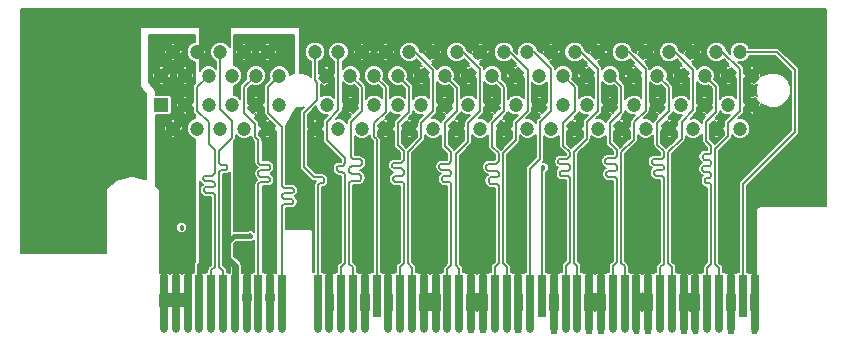
<source format=gtl>
G04 (created by PCBNEW (2013-07-07 BZR 4022)-stable) date 03/11/2015 04:39:32 PM*
%MOIN*%
G04 Gerber Fmt 3.4, Leading zero omitted, Abs format*
%FSLAX34Y34*%
G01*
G70*
G90*
G04 APERTURE LIST*
%ADD10C,0.00590551*%
%ADD11C,0.0256*%
%ADD12R,0.0256X0.1811*%
%ADD13R,0.0256X0.1417*%
%ADD14O,0.0256X0.0256*%
%ADD15R,0.0472441X0.0472441*%
%ADD16C,0.0472441*%
%ADD17C,0.018*%
%ADD18C,0.006*%
%ADD19C,0.016*%
%ADD20C,0.024*%
%ADD21C,0.009*%
%ADD22C,0.005*%
G04 APERTURE END LIST*
G54D10*
G54D11*
X76272Y-73730D03*
G54D12*
X68792Y-72824D03*
X69186Y-72824D03*
X69579Y-72824D03*
X69973Y-72824D03*
X70367Y-72824D03*
X70760Y-72824D03*
X71154Y-72824D03*
X71548Y-72824D03*
X71941Y-72824D03*
X72335Y-72824D03*
X72729Y-72824D03*
X74697Y-72824D03*
X75091Y-72824D03*
X75485Y-72824D03*
G54D13*
X75878Y-72627D03*
G54D12*
X76272Y-72824D03*
X73910Y-72824D03*
X74304Y-72824D03*
G54D11*
X69579Y-73730D03*
X69973Y-73730D03*
X70367Y-73730D03*
X70760Y-73730D03*
X71154Y-73730D03*
X71548Y-73730D03*
X71941Y-73730D03*
X72335Y-73730D03*
X72729Y-73730D03*
X68792Y-73730D03*
X73910Y-73730D03*
X74304Y-73730D03*
X74697Y-73730D03*
X75091Y-73730D03*
X75485Y-73730D03*
X69186Y-73730D03*
G54D12*
X76666Y-72824D03*
X77059Y-72824D03*
X77453Y-72824D03*
X77847Y-72824D03*
X78240Y-72824D03*
X78634Y-72824D03*
X79028Y-72824D03*
X79422Y-72824D03*
X79815Y-72824D03*
X80209Y-72824D03*
X80603Y-72824D03*
X80996Y-72824D03*
G54D13*
X81390Y-72627D03*
G54D12*
X81784Y-72824D03*
X82177Y-72824D03*
X82571Y-72824D03*
X82965Y-72824D03*
X83359Y-72824D03*
X83752Y-72824D03*
X84146Y-72824D03*
X84540Y-72824D03*
X84933Y-72824D03*
X85327Y-72824D03*
X85721Y-72824D03*
X86114Y-72824D03*
X86508Y-72824D03*
X86902Y-72824D03*
X87296Y-72824D03*
X87689Y-72824D03*
G54D13*
X88083Y-72627D03*
G54D12*
X88477Y-72824D03*
G54D14*
X76666Y-73730D03*
X77059Y-73730D03*
X77453Y-73730D03*
X77847Y-73730D03*
X78240Y-73730D03*
X78634Y-73730D03*
X79028Y-73730D03*
X79422Y-73730D03*
X86508Y-73730D03*
X79815Y-73730D03*
X80209Y-73730D03*
X80603Y-73730D03*
X80996Y-73730D03*
X81784Y-73730D03*
X82177Y-73730D03*
X82571Y-73730D03*
X82965Y-73730D03*
X83359Y-73730D03*
X86902Y-73730D03*
X83752Y-73730D03*
X84146Y-73730D03*
X84540Y-73730D03*
X84933Y-73730D03*
X85327Y-73730D03*
X85721Y-73730D03*
X86114Y-73730D03*
X87296Y-73730D03*
X87689Y-73730D03*
X88477Y-73730D03*
G54D15*
X68703Y-66262D03*
G54D16*
X69097Y-67049D03*
X69490Y-66262D03*
X69884Y-67049D03*
X70278Y-66262D03*
X70671Y-67049D03*
X71065Y-66262D03*
X71459Y-67049D03*
X71852Y-66262D03*
X72246Y-67049D03*
X72640Y-66262D03*
X73821Y-67049D03*
X74215Y-66262D03*
X74608Y-67049D03*
X75002Y-66262D03*
X75396Y-67049D03*
X75790Y-66262D03*
X76183Y-67049D03*
X76577Y-66262D03*
X76971Y-67049D03*
X77364Y-66262D03*
X77758Y-67049D03*
X78152Y-66262D03*
X78545Y-67049D03*
X78939Y-66262D03*
X79333Y-67049D03*
X79727Y-66262D03*
X80120Y-67049D03*
X80514Y-66262D03*
X80908Y-67049D03*
X81301Y-66262D03*
X81695Y-67049D03*
X82089Y-66262D03*
X82482Y-67049D03*
X82876Y-66262D03*
X83270Y-67049D03*
X83664Y-66262D03*
X84057Y-67049D03*
X84451Y-66262D03*
X84845Y-67049D03*
X85238Y-66262D03*
X85632Y-67049D03*
X86026Y-66262D03*
X86419Y-67049D03*
X86813Y-66262D03*
X87207Y-67049D03*
X87601Y-66262D03*
X87994Y-67049D03*
X68703Y-65277D03*
X69097Y-64490D03*
X69490Y-65277D03*
X69884Y-64490D03*
X70278Y-65277D03*
X70671Y-64490D03*
X71065Y-65277D03*
X71459Y-64490D03*
X71852Y-65277D03*
X72246Y-64490D03*
X72640Y-65277D03*
X73821Y-64490D03*
X74215Y-65277D03*
X74608Y-64490D03*
X75002Y-65277D03*
X75396Y-64490D03*
X75790Y-65277D03*
X76183Y-64490D03*
X76577Y-65277D03*
X76971Y-64490D03*
X77364Y-65277D03*
X77758Y-64490D03*
X78152Y-65277D03*
X78545Y-64490D03*
X78939Y-65277D03*
X79333Y-64490D03*
X79727Y-65277D03*
X80120Y-64490D03*
X80514Y-65277D03*
X80908Y-64490D03*
X81301Y-65277D03*
X81695Y-64490D03*
X82089Y-65277D03*
X82482Y-64490D03*
X82876Y-65277D03*
X83270Y-64490D03*
X83664Y-65277D03*
X84057Y-64490D03*
X84451Y-65277D03*
X84845Y-64490D03*
X85238Y-65277D03*
X85632Y-64490D03*
X86026Y-65277D03*
X86419Y-64490D03*
X86813Y-65277D03*
X87207Y-64490D03*
X87601Y-65277D03*
X87994Y-64490D03*
X88388Y-66262D03*
X88388Y-65277D03*
G54D17*
X89584Y-69146D03*
X90156Y-67628D03*
X90398Y-65692D03*
X90112Y-63932D03*
X87626Y-63382D03*
X84832Y-63382D03*
X82478Y-63382D03*
X79772Y-63382D03*
X77410Y-63400D03*
X75190Y-63310D03*
X73353Y-63329D03*
X71512Y-63357D03*
X70338Y-63399D03*
X70341Y-64098D03*
X81822Y-68925D03*
X81114Y-67776D03*
X81568Y-67846D03*
X69375Y-70344D03*
X70164Y-71391D03*
X72966Y-69843D03*
X73116Y-67545D03*
X70886Y-71358D03*
X71652Y-70628D03*
X75312Y-67626D03*
X77252Y-71150D03*
X82800Y-68181D03*
X82755Y-71154D03*
X81624Y-71105D03*
X78057Y-71121D03*
X78834Y-71115D03*
X74154Y-71316D03*
X75282Y-71382D03*
X88332Y-71182D03*
X87497Y-71181D03*
X86723Y-71186D03*
X85912Y-71186D03*
X85154Y-71188D03*
X83543Y-71181D03*
X84328Y-71190D03*
X79637Y-71105D03*
X80397Y-71082D03*
X76272Y-71514D03*
X81416Y-68343D03*
X69147Y-71559D03*
X69495Y-71553D03*
X71718Y-70168D03*
X72334Y-71273D03*
X72270Y-69876D03*
X71656Y-71382D03*
X72300Y-67650D03*
X71700Y-67700D03*
G54D18*
X72729Y-72824D02*
X72729Y-73730D01*
X72729Y-71357D02*
X72729Y-72824D01*
X72729Y-66992D02*
X72729Y-68958D01*
X72798Y-69573D02*
X73051Y-69573D01*
X73108Y-69516D02*
X73051Y-69573D01*
X72784Y-69393D02*
X73055Y-69393D01*
X73055Y-69393D02*
X73108Y-69446D01*
X72798Y-69573D02*
X72729Y-69641D01*
X72729Y-69338D02*
X72784Y-69393D01*
X72729Y-68958D02*
X72800Y-69029D01*
X72729Y-66992D02*
X72248Y-66511D01*
X72248Y-66511D02*
X72248Y-65670D01*
X72640Y-65277D02*
X72248Y-65670D01*
X72729Y-69641D02*
X72729Y-71357D01*
X72787Y-69194D02*
X72729Y-69251D01*
X73072Y-69194D02*
X72787Y-69194D01*
X73120Y-69146D02*
X73072Y-69194D01*
X73120Y-69081D02*
X73120Y-69146D01*
X73068Y-69029D02*
X73120Y-69081D01*
X72800Y-69029D02*
X73068Y-69029D01*
X73108Y-69446D02*
X73108Y-69516D01*
X72729Y-69251D02*
X72729Y-69338D01*
X73910Y-72824D02*
X73910Y-73730D01*
X73910Y-71496D02*
X73910Y-72824D01*
X74082Y-68674D02*
X73797Y-68674D01*
X73910Y-71496D02*
X73910Y-69066D01*
X73910Y-69066D02*
X73910Y-68972D01*
X73910Y-68940D02*
X73910Y-68972D01*
X73980Y-68871D02*
X73910Y-68940D01*
X74137Y-68827D02*
X74093Y-68871D01*
X74137Y-68729D02*
X74137Y-68827D01*
X74082Y-68674D02*
X74137Y-68729D01*
X74093Y-68871D02*
X73980Y-68871D01*
X73797Y-68674D02*
X73452Y-68329D01*
X73452Y-68178D02*
X73452Y-68329D01*
X73452Y-68178D02*
X73452Y-66531D01*
X73452Y-66531D02*
X73906Y-66077D01*
X73906Y-66077D02*
X73906Y-65518D01*
X73906Y-65518D02*
X73821Y-65433D01*
X73821Y-65433D02*
X73821Y-64490D01*
X74697Y-72824D02*
X74697Y-73730D01*
X74697Y-72824D02*
X74697Y-71665D01*
X74697Y-71665D02*
X74830Y-71533D01*
X74613Y-68481D02*
X74739Y-68481D01*
X74604Y-68285D02*
X74561Y-68328D01*
X74561Y-68328D02*
X74561Y-68429D01*
X74561Y-68429D02*
X74613Y-68481D01*
X74608Y-64490D02*
X74608Y-66441D01*
X74229Y-66821D02*
X74608Y-66441D01*
X74229Y-67434D02*
X74229Y-66821D01*
X74830Y-68035D02*
X74830Y-68206D01*
X74830Y-68035D02*
X74229Y-67434D01*
X74830Y-68206D02*
X74751Y-68285D01*
X74751Y-68285D02*
X74604Y-68285D01*
X74739Y-68481D02*
X74830Y-68572D01*
X74830Y-71533D02*
X74830Y-68572D01*
X75091Y-73730D02*
X75091Y-72824D01*
X75091Y-72824D02*
X75091Y-71673D01*
X75091Y-71673D02*
X74970Y-71552D01*
X75030Y-66821D02*
X75381Y-66470D01*
X75381Y-65656D02*
X75002Y-65277D01*
X75381Y-66470D02*
X75381Y-65656D01*
X75030Y-67779D02*
X75030Y-68001D01*
X75101Y-68072D02*
X75323Y-68072D01*
X75030Y-68001D02*
X75101Y-68072D01*
X75030Y-67779D02*
X75030Y-66821D01*
X74970Y-68366D02*
X74970Y-68486D01*
X75033Y-68783D02*
X74970Y-68845D01*
X75314Y-68783D02*
X75033Y-68783D01*
X75374Y-68723D02*
X75314Y-68783D01*
X75374Y-68625D02*
X75374Y-68723D01*
X75308Y-68559D02*
X75374Y-68625D01*
X75043Y-68559D02*
X75308Y-68559D01*
X74970Y-68486D02*
X75043Y-68559D01*
X75042Y-68295D02*
X74970Y-68366D01*
X75332Y-68295D02*
X75042Y-68295D01*
X75389Y-68238D02*
X75332Y-68295D01*
X75389Y-68138D02*
X75389Y-68238D01*
X75323Y-68072D02*
X75389Y-68138D01*
X74970Y-71552D02*
X74970Y-68845D01*
X76666Y-72824D02*
X76666Y-73730D01*
X76666Y-72824D02*
X76666Y-71655D01*
X76666Y-71655D02*
X76781Y-71540D01*
X76781Y-68099D02*
X76697Y-68184D01*
X76697Y-68184D02*
X76445Y-68184D01*
X76445Y-68184D02*
X76392Y-68237D01*
X76392Y-68237D02*
X76392Y-68313D01*
X76392Y-68313D02*
X76451Y-68372D01*
X76451Y-68372D02*
X76699Y-68372D01*
X76699Y-68372D02*
X76781Y-68454D01*
X76781Y-67785D02*
X76781Y-68099D01*
X76781Y-68555D02*
X76716Y-68621D01*
X76781Y-68454D02*
X76781Y-68555D01*
X76486Y-68621D02*
X76423Y-68684D01*
X76423Y-68684D02*
X76423Y-68763D01*
X76716Y-68621D02*
X76486Y-68621D01*
X76480Y-68820D02*
X76423Y-68763D01*
X76731Y-68820D02*
X76781Y-68870D01*
X76781Y-68870D02*
X76781Y-71430D01*
X76731Y-68820D02*
X76480Y-68820D01*
X76954Y-65654D02*
X76577Y-65277D01*
X76954Y-66493D02*
X76954Y-65654D01*
X76781Y-67777D02*
X76781Y-67785D01*
X76587Y-67583D02*
X76587Y-66860D01*
X76587Y-66860D02*
X76954Y-66493D01*
X76781Y-67777D02*
X76587Y-67583D01*
X76781Y-71540D02*
X76781Y-71430D01*
X77059Y-72824D02*
X77059Y-73730D01*
X77059Y-72824D02*
X77059Y-71677D01*
X77059Y-71677D02*
X76922Y-71540D01*
X77367Y-66864D02*
X77367Y-67374D01*
X77367Y-67374D02*
X76922Y-67819D01*
X76922Y-71540D02*
X76922Y-67819D01*
X77142Y-64490D02*
X76971Y-64490D01*
X77760Y-65108D02*
X77142Y-64490D01*
X77760Y-66471D02*
X77760Y-65108D01*
X77367Y-66864D02*
X77760Y-66471D01*
X78240Y-72824D02*
X78240Y-73730D01*
X78240Y-72824D02*
X78240Y-71719D01*
X78240Y-71719D02*
X78374Y-71586D01*
X78374Y-68479D02*
X78374Y-68574D01*
X78318Y-68825D02*
X78374Y-68881D01*
X78106Y-68825D02*
X78318Y-68825D01*
X78051Y-68770D02*
X78106Y-68825D01*
X78051Y-68691D02*
X78051Y-68770D01*
X78105Y-68637D02*
X78051Y-68691D01*
X78311Y-68637D02*
X78105Y-68637D01*
X78374Y-68574D02*
X78311Y-68637D01*
X78374Y-67835D02*
X78374Y-68120D01*
X78306Y-68411D02*
X78374Y-68479D01*
X78029Y-68411D02*
X78306Y-68411D01*
X77972Y-68354D02*
X78029Y-68411D01*
X77972Y-68270D02*
X77972Y-68354D01*
X78028Y-68214D02*
X77972Y-68270D01*
X78280Y-68214D02*
X78028Y-68214D01*
X78374Y-68120D02*
X78280Y-68214D01*
X78374Y-71586D02*
X78374Y-68881D01*
X78374Y-67835D02*
X78158Y-67619D01*
X78158Y-67619D02*
X78158Y-66868D01*
X78552Y-65677D02*
X78152Y-65277D01*
X78158Y-66868D02*
X78552Y-66474D01*
X78552Y-66474D02*
X78552Y-65677D01*
X78634Y-73730D02*
X78634Y-72824D01*
X78634Y-72824D02*
X78634Y-71726D01*
X78634Y-71726D02*
X78514Y-71606D01*
X78514Y-67897D02*
X78936Y-67476D01*
X78514Y-71606D02*
X78514Y-67897D01*
X78754Y-64490D02*
X78545Y-64490D01*
X79332Y-65068D02*
X78754Y-64490D01*
X79332Y-66465D02*
X79332Y-65068D01*
X78936Y-66861D02*
X79332Y-66465D01*
X78936Y-67476D02*
X78936Y-66861D01*
X79815Y-73730D02*
X79815Y-72824D01*
X79815Y-72824D02*
X79815Y-71666D01*
X79815Y-71666D02*
X79947Y-71535D01*
X79947Y-67875D02*
X79740Y-67668D01*
X80114Y-65664D02*
X79727Y-65277D01*
X80114Y-66472D02*
X80114Y-65664D01*
X79740Y-66846D02*
X80114Y-66472D01*
X79740Y-67668D02*
X79740Y-66846D01*
X79947Y-68521D02*
X79947Y-68614D01*
X79884Y-68886D02*
X79947Y-68949D01*
X79672Y-68886D02*
X79884Y-68886D01*
X79609Y-68823D02*
X79672Y-68886D01*
X79609Y-68736D02*
X79609Y-68823D01*
X79670Y-68675D02*
X79609Y-68736D01*
X79886Y-68675D02*
X79670Y-68675D01*
X79947Y-68614D02*
X79886Y-68675D01*
X79947Y-67875D02*
X79947Y-68125D01*
X79876Y-68450D02*
X79947Y-68521D01*
X79608Y-68450D02*
X79876Y-68450D01*
X79534Y-68376D02*
X79608Y-68450D01*
X79534Y-68280D02*
X79534Y-68376D01*
X79602Y-68212D02*
X79534Y-68280D01*
X79860Y-68212D02*
X79602Y-68212D01*
X79947Y-68125D02*
X79860Y-68212D01*
X79947Y-71535D02*
X79947Y-68949D01*
X80209Y-72824D02*
X80209Y-73730D01*
X80209Y-72824D02*
X80209Y-71659D01*
X80209Y-71659D02*
X80087Y-71537D01*
X80517Y-67431D02*
X80517Y-66865D01*
X80316Y-64490D02*
X80120Y-64490D01*
X80910Y-65084D02*
X80316Y-64490D01*
X80910Y-66472D02*
X80910Y-65084D01*
X80517Y-66865D02*
X80910Y-66472D01*
X80087Y-71537D02*
X80087Y-68151D01*
X80087Y-67860D02*
X80517Y-67431D01*
X80087Y-68151D02*
X80087Y-67860D01*
X80996Y-72824D02*
X80996Y-73730D01*
X81671Y-66494D02*
X81332Y-66834D01*
X81332Y-68062D02*
X80996Y-68397D01*
X81332Y-66834D02*
X81332Y-68062D01*
X80996Y-71526D02*
X80996Y-72824D01*
X80996Y-71526D02*
X80996Y-68397D01*
X81671Y-66494D02*
X81693Y-66473D01*
X81131Y-64490D02*
X80908Y-64490D01*
X81693Y-65052D02*
X81131Y-64490D01*
X81693Y-66473D02*
X81693Y-65052D01*
X82177Y-73730D02*
X82177Y-72824D01*
X82177Y-72824D02*
X82177Y-71623D01*
X82177Y-71623D02*
X82311Y-71490D01*
X81936Y-68099D02*
X81936Y-68183D01*
X81986Y-68049D02*
X81936Y-68099D01*
X82083Y-67614D02*
X82083Y-66873D01*
X82083Y-66873D02*
X82486Y-66470D01*
X82486Y-66470D02*
X82486Y-65674D01*
X82089Y-65277D02*
X82486Y-65674D01*
X82311Y-67842D02*
X82083Y-67614D01*
X82311Y-67975D02*
X82237Y-68049D01*
X82311Y-67842D02*
X82311Y-67975D01*
X82237Y-68049D02*
X81986Y-68049D01*
X81992Y-68239D02*
X81936Y-68183D01*
X82311Y-68306D02*
X82311Y-68388D01*
X82255Y-68640D02*
X82311Y-68696D01*
X82033Y-68640D02*
X82255Y-68640D01*
X81977Y-68584D02*
X82033Y-68640D01*
X81977Y-68504D02*
X81977Y-68584D01*
X82029Y-68452D02*
X81977Y-68504D01*
X82247Y-68452D02*
X82029Y-68452D01*
X82311Y-68388D02*
X82247Y-68452D01*
X82244Y-68239D02*
X82311Y-68306D01*
X82311Y-71490D02*
X82311Y-68696D01*
X82244Y-68239D02*
X81992Y-68239D01*
X82571Y-72824D02*
X82571Y-73730D01*
X82571Y-72824D02*
X82571Y-71633D01*
X82571Y-71633D02*
X82451Y-71513D01*
X82482Y-64490D02*
X82706Y-64490D01*
X82706Y-64490D02*
X83268Y-65052D01*
X83268Y-66450D02*
X82881Y-66837D01*
X83268Y-65052D02*
X83268Y-66450D01*
X82451Y-67818D02*
X82881Y-67389D01*
X82451Y-71513D02*
X82451Y-67818D01*
X82881Y-67389D02*
X82881Y-66837D01*
X83752Y-72824D02*
X83752Y-73730D01*
X83752Y-72824D02*
X83752Y-71631D01*
X83752Y-71631D02*
X83883Y-71501D01*
X83661Y-66855D02*
X84038Y-66478D01*
X84038Y-65651D02*
X83664Y-65277D01*
X84038Y-66478D02*
X84038Y-65651D01*
X83824Y-68468D02*
X83590Y-68468D01*
X83551Y-68038D02*
X83505Y-68084D01*
X83883Y-67758D02*
X83883Y-67965D01*
X83883Y-67965D02*
X83810Y-68038D01*
X83883Y-67758D02*
X83883Y-67745D01*
X83883Y-67745D02*
X83661Y-67523D01*
X83661Y-67523D02*
X83661Y-66855D01*
X83810Y-68038D02*
X83551Y-68038D01*
X83554Y-68235D02*
X83505Y-68186D01*
X83505Y-68186D02*
X83505Y-68084D01*
X83881Y-68305D02*
X83881Y-68411D01*
X83881Y-68411D02*
X83824Y-68468D01*
X83811Y-68235D02*
X83881Y-68305D01*
X83811Y-68235D02*
X83554Y-68235D01*
X83590Y-68468D02*
X83536Y-68522D01*
X83883Y-71501D02*
X83883Y-68724D01*
X83819Y-68660D02*
X83883Y-68724D01*
X83536Y-68522D02*
X83536Y-68602D01*
X83536Y-68602D02*
X83594Y-68660D01*
X83594Y-68660D02*
X83819Y-68660D01*
X84146Y-73730D02*
X84146Y-72824D01*
X84146Y-72824D02*
X84146Y-71636D01*
X84146Y-71636D02*
X84023Y-71513D01*
X84023Y-67842D02*
X84453Y-67413D01*
X84023Y-71513D02*
X84023Y-67842D01*
X84277Y-64490D02*
X84057Y-64490D01*
X84842Y-65055D02*
X84277Y-64490D01*
X84842Y-66452D02*
X84842Y-65055D01*
X84453Y-66841D02*
X84842Y-66452D01*
X84453Y-67413D02*
X84453Y-66841D01*
X85327Y-72824D02*
X85327Y-73730D01*
X85327Y-72824D02*
X85327Y-71672D01*
X85327Y-71672D02*
X85452Y-71548D01*
X85110Y-68046D02*
X85063Y-68093D01*
X85063Y-68093D02*
X85063Y-68190D01*
X85390Y-68244D02*
X85117Y-68244D01*
X85117Y-68244D02*
X85063Y-68190D01*
X85393Y-68617D02*
X85452Y-68676D01*
X85183Y-68617D02*
X85393Y-68617D01*
X85129Y-68563D02*
X85183Y-68617D01*
X85129Y-68485D02*
X85129Y-68563D01*
X85179Y-68435D02*
X85129Y-68485D01*
X85402Y-68435D02*
X85179Y-68435D01*
X85452Y-68385D02*
X85402Y-68435D01*
X85390Y-68244D02*
X85452Y-68306D01*
X85452Y-71548D02*
X85452Y-68676D01*
X85452Y-68306D02*
X85452Y-68385D01*
X85385Y-68046D02*
X85110Y-68046D01*
X85635Y-66449D02*
X85635Y-65674D01*
X85239Y-66845D02*
X85635Y-66449D01*
X85239Y-67581D02*
X85239Y-66845D01*
X85238Y-65277D02*
X85635Y-65674D01*
X85452Y-67794D02*
X85239Y-67581D01*
X85452Y-67979D02*
X85385Y-68046D01*
X85452Y-67794D02*
X85452Y-67979D01*
X85721Y-72824D02*
X85721Y-73730D01*
X85721Y-72824D02*
X85721Y-71671D01*
X85721Y-71671D02*
X85592Y-71542D01*
X85632Y-64490D02*
X85832Y-64490D01*
X85832Y-64490D02*
X86427Y-65085D01*
X86427Y-66438D02*
X86427Y-65085D01*
X86042Y-66823D02*
X86427Y-66438D01*
X85592Y-67919D02*
X85592Y-67830D01*
X85592Y-67830D02*
X86042Y-67381D01*
X85592Y-71542D02*
X85592Y-67919D01*
X86042Y-67381D02*
X86042Y-66823D01*
X86902Y-73730D02*
X86902Y-72824D01*
X86902Y-72824D02*
X86902Y-71687D01*
X86902Y-71687D02*
X87029Y-71561D01*
X87029Y-67628D02*
X86847Y-67446D01*
X87180Y-65644D02*
X86813Y-65277D01*
X87180Y-66496D02*
X87180Y-65644D01*
X86847Y-66829D02*
X87180Y-66496D01*
X86847Y-67446D02*
X86847Y-66829D01*
X86979Y-68875D02*
X86862Y-68875D01*
X86979Y-68875D02*
X87029Y-68925D01*
X87029Y-71561D02*
X87029Y-68925D01*
X86812Y-68738D02*
X86860Y-68690D01*
X86812Y-68825D02*
X86812Y-68738D01*
X86862Y-68875D02*
X86812Y-68825D01*
X86980Y-68690D02*
X86860Y-68690D01*
X87029Y-68551D02*
X87029Y-68641D01*
X87029Y-68641D02*
X86980Y-68690D01*
X87029Y-68136D02*
X87029Y-68235D01*
X86962Y-68484D02*
X87029Y-68551D01*
X86797Y-68484D02*
X86962Y-68484D01*
X86741Y-68428D02*
X86797Y-68484D01*
X86741Y-68332D02*
X86741Y-68428D01*
X86789Y-68284D02*
X86741Y-68332D01*
X86980Y-68284D02*
X86789Y-68284D01*
X87029Y-68235D02*
X86980Y-68284D01*
X87029Y-67628D02*
X87029Y-67844D01*
X86969Y-68076D02*
X87029Y-68136D01*
X86803Y-68076D02*
X86969Y-68076D01*
X86743Y-68016D02*
X86803Y-68076D01*
X86743Y-67944D02*
X86743Y-68016D01*
X86794Y-67893D02*
X86743Y-67944D01*
X86980Y-67893D02*
X86794Y-67893D01*
X87029Y-67844D02*
X86980Y-67893D01*
X87296Y-72824D02*
X87296Y-73730D01*
X87296Y-72824D02*
X87296Y-71700D01*
X87296Y-71700D02*
X87169Y-71573D01*
X87987Y-66456D02*
X87987Y-65070D01*
X87597Y-67299D02*
X87597Y-66846D01*
X87597Y-66846D02*
X87987Y-66456D01*
X87169Y-71573D02*
X87169Y-67726D01*
X87169Y-67726D02*
X87597Y-67299D01*
X87987Y-65070D02*
X87407Y-64490D01*
X87407Y-64490D02*
X87207Y-64490D01*
X70367Y-73730D02*
X70367Y-72824D01*
X70367Y-72824D02*
X70367Y-71763D01*
X70367Y-71763D02*
X70477Y-71653D01*
X70477Y-68532D02*
X70477Y-67749D01*
X70286Y-67558D02*
X70477Y-67749D01*
X70477Y-71653D02*
X70477Y-69268D01*
X69898Y-65658D02*
X70278Y-65277D01*
X70286Y-66842D02*
X69898Y-66454D01*
X69898Y-66454D02*
X69898Y-65658D01*
X70286Y-67558D02*
X70286Y-66842D01*
X70477Y-68532D02*
X70397Y-68613D01*
X70397Y-68613D02*
X70148Y-68613D01*
X70148Y-68613D02*
X70101Y-68660D01*
X70101Y-68660D02*
X70101Y-68739D01*
X70101Y-68739D02*
X70157Y-68795D01*
X70157Y-68795D02*
X70406Y-68795D01*
X70406Y-68795D02*
X70477Y-68866D01*
X70477Y-68947D02*
X70419Y-69006D01*
X70419Y-69006D02*
X70172Y-69006D01*
X70172Y-69006D02*
X70114Y-69064D01*
X70114Y-69064D02*
X70114Y-69142D01*
X70114Y-69142D02*
X70175Y-69203D01*
X70175Y-69203D02*
X70412Y-69203D01*
X70412Y-69203D02*
X70477Y-69268D01*
X70477Y-68866D02*
X70477Y-68947D01*
X70760Y-73730D02*
X70760Y-72824D01*
X70760Y-72824D02*
X70760Y-71798D01*
X70760Y-71798D02*
X70618Y-71656D01*
X70694Y-68259D02*
X70855Y-68259D01*
X71061Y-67343D02*
X70618Y-67786D01*
X71061Y-66792D02*
X70671Y-66402D01*
X70671Y-64490D02*
X70671Y-66402D01*
X71061Y-67343D02*
X71061Y-66792D01*
X70618Y-68183D02*
X70694Y-68259D01*
X70618Y-67786D02*
X70618Y-68183D01*
X70893Y-68384D02*
X70853Y-68424D01*
X70893Y-68297D02*
X70893Y-68384D01*
X70855Y-68259D02*
X70893Y-68297D01*
X70853Y-68424D02*
X70681Y-68424D01*
X70681Y-68424D02*
X70618Y-68487D01*
X70618Y-71656D02*
X70618Y-68487D01*
X71941Y-73730D02*
X71941Y-72824D01*
X71941Y-71375D02*
X71941Y-72824D01*
X71941Y-68184D02*
X71941Y-67420D01*
X72001Y-68244D02*
X71941Y-68184D01*
X72003Y-68651D02*
X72261Y-68651D01*
X71941Y-68501D02*
X71941Y-68589D01*
X71941Y-68589D02*
X72003Y-68651D01*
X72007Y-68436D02*
X71941Y-68501D01*
X72275Y-68436D02*
X72007Y-68436D01*
X72285Y-68244D02*
X72332Y-68291D01*
X72332Y-68291D02*
X72332Y-68379D01*
X72332Y-68379D02*
X72275Y-68436D01*
X71941Y-67420D02*
X71838Y-67317D01*
X71838Y-67317D02*
X71838Y-66885D01*
X71838Y-66885D02*
X71465Y-66512D01*
X71465Y-66512D02*
X71465Y-65665D01*
X71852Y-65277D02*
X71465Y-65665D01*
X72324Y-68787D02*
X72271Y-68840D01*
X72324Y-68714D02*
X72324Y-68787D01*
X72261Y-68651D02*
X72324Y-68714D01*
X71941Y-68904D02*
X71941Y-71375D01*
X72271Y-68840D02*
X72006Y-68840D01*
X72006Y-68840D02*
X71941Y-68904D01*
X72285Y-68244D02*
X72001Y-68244D01*
X77453Y-73730D02*
X77453Y-72824D01*
X77847Y-72824D02*
X77847Y-73730D01*
X88477Y-73730D02*
X88477Y-72824D01*
X87689Y-73730D02*
X87689Y-72824D01*
X82965Y-73730D02*
X82965Y-72824D01*
X81784Y-73730D02*
X81784Y-72824D01*
X80603Y-73730D02*
X80603Y-72824D01*
X79028Y-73730D02*
X79028Y-72824D01*
X76272Y-73730D02*
X76272Y-72824D01*
X75485Y-73730D02*
X75485Y-72824D01*
X74304Y-73730D02*
X74304Y-72824D01*
X71154Y-73730D02*
X71154Y-72824D01*
X69973Y-73730D02*
X69973Y-72824D01*
X90156Y-68574D02*
X89584Y-69146D01*
X90156Y-67628D02*
X90156Y-68574D01*
X90112Y-65406D02*
X90398Y-65692D01*
X90112Y-63932D02*
X90112Y-65406D01*
X84832Y-63382D02*
X87626Y-63382D01*
X79772Y-63382D02*
X82478Y-63382D01*
X77320Y-63310D02*
X77410Y-63400D01*
X75190Y-63310D02*
X77320Y-63310D01*
X73325Y-63357D02*
X73353Y-63329D01*
X71512Y-63357D02*
X73325Y-63357D01*
X70341Y-63402D02*
X70338Y-63399D01*
X70341Y-64098D02*
X70341Y-63402D01*
X81822Y-68925D02*
X81684Y-68787D01*
X81624Y-69123D02*
X81822Y-68925D01*
X81624Y-71105D02*
X81624Y-69123D01*
X81684Y-67962D02*
X81568Y-67846D01*
X81684Y-68787D02*
X81684Y-67962D01*
G54D19*
X69973Y-71581D02*
X70164Y-71391D01*
X69973Y-71581D02*
X69973Y-72824D01*
X73392Y-68874D02*
X73392Y-69645D01*
X73392Y-69645D02*
X73194Y-69843D01*
X73194Y-69843D02*
X72966Y-69843D01*
X73316Y-68798D02*
X73392Y-68874D01*
X73316Y-68798D02*
X73116Y-68598D01*
X73116Y-68598D02*
X73116Y-67545D01*
X70886Y-71358D02*
X70886Y-70852D01*
G54D20*
X71154Y-71626D02*
X70886Y-71358D01*
X71154Y-71626D02*
X71154Y-72824D01*
G54D19*
X71110Y-70628D02*
X71652Y-70628D01*
X70886Y-70852D02*
X71110Y-70628D01*
G54D20*
X82965Y-72824D02*
X82965Y-71364D01*
X82965Y-71364D02*
X82755Y-71154D01*
X81784Y-72824D02*
X81784Y-71268D01*
X81620Y-71105D02*
X81624Y-71105D01*
X81784Y-71268D02*
X81620Y-71105D01*
X74304Y-71466D02*
X74154Y-71316D01*
X74304Y-71466D02*
X74304Y-72824D01*
G54D18*
X81393Y-70207D02*
X81393Y-68366D01*
X81390Y-71619D02*
X81390Y-70209D01*
X81390Y-70209D02*
X81393Y-70207D01*
X81390Y-71619D02*
X81390Y-72627D01*
X81393Y-68366D02*
X81416Y-68343D01*
X75878Y-71511D02*
X75878Y-72627D01*
X88083Y-71229D02*
X88083Y-72627D01*
X75878Y-71276D02*
X75878Y-71511D01*
X88083Y-69519D02*
X88083Y-68899D01*
X88083Y-68899D02*
X89820Y-67163D01*
X88083Y-71229D02*
X88083Y-69519D01*
X89820Y-67163D02*
X89820Y-65097D01*
X89820Y-65097D02*
X89213Y-64490D01*
X89213Y-64490D02*
X87994Y-64490D01*
X75878Y-71276D02*
X75878Y-67409D01*
X75878Y-67409D02*
X75806Y-67337D01*
X75806Y-66859D02*
X76188Y-66477D01*
X75806Y-67337D02*
X75806Y-66859D01*
X76188Y-66477D02*
X76188Y-65675D01*
X76188Y-65675D02*
X75790Y-65277D01*
X76188Y-65675D02*
X75790Y-65277D01*
X76188Y-66477D02*
X76188Y-65675D01*
X69579Y-73730D02*
X69579Y-72824D01*
X69186Y-73730D02*
X69186Y-72824D01*
X68792Y-73730D02*
X68792Y-72824D01*
G54D20*
X69579Y-71637D02*
X69495Y-71553D01*
X69579Y-71637D02*
X69579Y-72824D01*
G54D18*
X72335Y-73730D02*
X72335Y-72824D01*
X71548Y-73730D02*
X71548Y-72824D01*
G54D21*
X72334Y-71273D02*
X72334Y-69940D01*
X72334Y-69940D02*
X72270Y-69876D01*
G54D20*
X71656Y-71382D02*
X71548Y-71489D01*
X71548Y-71489D02*
X71548Y-72824D01*
X71548Y-72824D02*
X71548Y-71412D01*
X71548Y-71412D02*
X71550Y-71411D01*
X71548Y-72251D02*
X71550Y-72250D01*
G54D10*
G36*
X69825Y-71477D02*
X69802Y-71510D01*
X69788Y-71581D01*
X69788Y-71828D01*
X69785Y-71829D01*
X69756Y-71859D01*
X69755Y-71861D01*
X69749Y-71855D01*
X69722Y-71843D01*
X69662Y-71843D01*
X69643Y-71862D01*
X69643Y-72549D01*
X69707Y-72549D01*
X69707Y-72975D01*
X69570Y-72975D01*
X69570Y-70305D01*
X69540Y-70233D01*
X69485Y-70178D01*
X69413Y-70149D01*
X69411Y-70149D01*
X69411Y-67003D01*
X69404Y-66971D01*
X69374Y-66939D01*
X69323Y-66989D01*
X69323Y-66262D01*
X69323Y-65277D01*
X69213Y-65167D01*
X69207Y-65173D01*
X69207Y-64767D01*
X69207Y-64213D01*
X69174Y-64182D01*
X69050Y-64176D01*
X69019Y-64182D01*
X68986Y-64213D01*
X69097Y-64323D01*
X69207Y-64213D01*
X69207Y-64767D01*
X69097Y-64657D01*
X68986Y-64767D01*
X69019Y-64798D01*
X69143Y-64804D01*
X69174Y-64798D01*
X69207Y-64767D01*
X69207Y-65173D01*
X69183Y-65200D01*
X69176Y-65323D01*
X69183Y-65355D01*
X69213Y-65388D01*
X69323Y-65277D01*
X69323Y-66262D01*
X69213Y-66151D01*
X69183Y-66184D01*
X69176Y-66308D01*
X69183Y-66339D01*
X69213Y-66372D01*
X69323Y-66262D01*
X69323Y-66989D01*
X69264Y-67049D01*
X69374Y-67159D01*
X69404Y-67127D01*
X69411Y-67003D01*
X69411Y-70149D01*
X69336Y-70148D01*
X69264Y-70178D01*
X69209Y-70233D01*
X69207Y-70238D01*
X69207Y-67326D01*
X69207Y-66772D01*
X69174Y-66741D01*
X69050Y-66735D01*
X69019Y-66741D01*
X68986Y-66772D01*
X69097Y-66882D01*
X69207Y-66772D01*
X69207Y-67326D01*
X69097Y-67216D01*
X68986Y-67326D01*
X69019Y-67357D01*
X69143Y-67363D01*
X69174Y-67357D01*
X69207Y-67326D01*
X69207Y-70238D01*
X69180Y-70305D01*
X69179Y-70382D01*
X69209Y-70454D01*
X69264Y-70509D01*
X69336Y-70538D01*
X69413Y-70539D01*
X69485Y-70509D01*
X69540Y-70454D01*
X69569Y-70382D01*
X69570Y-70305D01*
X69570Y-72975D01*
X69515Y-72975D01*
X69515Y-72549D01*
X69515Y-71862D01*
X69496Y-71843D01*
X69436Y-71843D01*
X69408Y-71855D01*
X69387Y-71876D01*
X69382Y-71888D01*
X69377Y-71876D01*
X69356Y-71855D01*
X69329Y-71843D01*
X69269Y-71843D01*
X69250Y-71862D01*
X69250Y-72549D01*
X69370Y-72549D01*
X69382Y-72537D01*
X69395Y-72549D01*
X69515Y-72549D01*
X69515Y-72975D01*
X69122Y-72975D01*
X69122Y-72549D01*
X69122Y-71862D01*
X69103Y-71843D01*
X69043Y-71843D01*
X69015Y-71855D01*
X68994Y-71876D01*
X68989Y-71889D01*
X68983Y-71876D01*
X68962Y-71855D01*
X68935Y-71843D01*
X68930Y-71843D01*
X68930Y-67049D01*
X68819Y-66939D01*
X68789Y-66971D01*
X68783Y-67095D01*
X68789Y-67127D01*
X68819Y-67159D01*
X68930Y-67049D01*
X68930Y-71843D01*
X68875Y-71843D01*
X68856Y-71862D01*
X68856Y-72549D01*
X68976Y-72549D01*
X68989Y-72536D01*
X69002Y-72549D01*
X69122Y-72549D01*
X69122Y-72975D01*
X68664Y-72975D01*
X68664Y-72549D01*
X68728Y-72549D01*
X68728Y-71862D01*
X68709Y-71843D01*
X68653Y-71843D01*
X68653Y-69181D01*
X68652Y-69172D01*
X68653Y-69164D01*
X68642Y-69106D01*
X68610Y-69058D01*
X68525Y-68973D01*
X68525Y-66603D01*
X68960Y-66603D01*
X68999Y-66587D01*
X69028Y-66557D01*
X69044Y-66519D01*
X69044Y-66477D01*
X69044Y-66005D01*
X69028Y-65966D01*
X69017Y-65955D01*
X69017Y-65231D01*
X69011Y-65200D01*
X68980Y-65167D01*
X68930Y-65218D01*
X68930Y-64490D01*
X68819Y-64380D01*
X68789Y-64412D01*
X68783Y-64536D01*
X68789Y-64568D01*
X68819Y-64600D01*
X68930Y-64490D01*
X68930Y-65218D01*
X68870Y-65277D01*
X68980Y-65388D01*
X69011Y-65355D01*
X69017Y-65231D01*
X69017Y-65955D01*
X68999Y-65936D01*
X68960Y-65920D01*
X68918Y-65920D01*
X68813Y-65920D01*
X68813Y-65555D01*
X68813Y-65000D01*
X68780Y-64970D01*
X68657Y-64963D01*
X68625Y-64970D01*
X68593Y-65000D01*
X68703Y-65110D01*
X68813Y-65000D01*
X68813Y-65555D01*
X68703Y-65444D01*
X68593Y-65555D01*
X68625Y-65585D01*
X68749Y-65591D01*
X68780Y-65585D01*
X68813Y-65555D01*
X68813Y-65920D01*
X68536Y-65920D01*
X68536Y-65277D01*
X68425Y-65167D01*
X68395Y-65200D01*
X68389Y-65323D01*
X68395Y-65355D01*
X68425Y-65388D01*
X68536Y-65277D01*
X68536Y-65920D01*
X68525Y-65920D01*
X68525Y-65790D01*
X68275Y-65490D01*
X68275Y-63925D01*
X69825Y-63925D01*
X69825Y-64149D01*
X69816Y-64149D01*
X69691Y-64201D01*
X69595Y-64296D01*
X69543Y-64422D01*
X69543Y-64558D01*
X69595Y-64683D01*
X69690Y-64779D01*
X69816Y-64831D01*
X69825Y-64831D01*
X69825Y-65540D01*
X69804Y-65560D01*
X69804Y-65231D01*
X69798Y-65200D01*
X69768Y-65167D01*
X69657Y-65277D01*
X69768Y-65388D01*
X69798Y-65355D01*
X69804Y-65231D01*
X69804Y-65560D01*
X69802Y-65562D01*
X69773Y-65606D01*
X69763Y-65658D01*
X69763Y-66156D01*
X69657Y-66262D01*
X69763Y-66367D01*
X69763Y-66454D01*
X69773Y-66505D01*
X69802Y-66549D01*
X69825Y-66571D01*
X69825Y-66708D01*
X69816Y-66708D01*
X69691Y-66760D01*
X69601Y-66850D01*
X69601Y-66539D01*
X69601Y-65984D01*
X69601Y-65555D01*
X69601Y-65000D01*
X69568Y-64970D01*
X69444Y-64963D01*
X69413Y-64970D01*
X69411Y-64972D01*
X69411Y-64444D01*
X69404Y-64412D01*
X69374Y-64380D01*
X69264Y-64490D01*
X69374Y-64600D01*
X69404Y-64568D01*
X69411Y-64444D01*
X69411Y-64972D01*
X69380Y-65000D01*
X69490Y-65110D01*
X69601Y-65000D01*
X69601Y-65555D01*
X69490Y-65444D01*
X69380Y-65555D01*
X69413Y-65585D01*
X69536Y-65591D01*
X69568Y-65585D01*
X69601Y-65555D01*
X69601Y-65984D01*
X69568Y-65954D01*
X69444Y-65948D01*
X69413Y-65954D01*
X69380Y-65984D01*
X69490Y-66095D01*
X69601Y-65984D01*
X69601Y-66539D01*
X69490Y-66429D01*
X69380Y-66539D01*
X69413Y-66569D01*
X69536Y-66576D01*
X69568Y-66569D01*
X69601Y-66539D01*
X69601Y-66850D01*
X69595Y-66855D01*
X69543Y-66981D01*
X69543Y-67117D01*
X69595Y-67242D01*
X69690Y-67338D01*
X69816Y-67390D01*
X69825Y-67390D01*
X69825Y-71477D01*
X69825Y-71477D01*
G37*
G54D22*
X69825Y-71477D02*
X69802Y-71510D01*
X69788Y-71581D01*
X69788Y-71828D01*
X69785Y-71829D01*
X69756Y-71859D01*
X69755Y-71861D01*
X69749Y-71855D01*
X69722Y-71843D01*
X69662Y-71843D01*
X69643Y-71862D01*
X69643Y-72549D01*
X69707Y-72549D01*
X69707Y-72975D01*
X69570Y-72975D01*
X69570Y-70305D01*
X69540Y-70233D01*
X69485Y-70178D01*
X69413Y-70149D01*
X69411Y-70149D01*
X69411Y-67003D01*
X69404Y-66971D01*
X69374Y-66939D01*
X69323Y-66989D01*
X69323Y-66262D01*
X69323Y-65277D01*
X69213Y-65167D01*
X69207Y-65173D01*
X69207Y-64767D01*
X69207Y-64213D01*
X69174Y-64182D01*
X69050Y-64176D01*
X69019Y-64182D01*
X68986Y-64213D01*
X69097Y-64323D01*
X69207Y-64213D01*
X69207Y-64767D01*
X69097Y-64657D01*
X68986Y-64767D01*
X69019Y-64798D01*
X69143Y-64804D01*
X69174Y-64798D01*
X69207Y-64767D01*
X69207Y-65173D01*
X69183Y-65200D01*
X69176Y-65323D01*
X69183Y-65355D01*
X69213Y-65388D01*
X69323Y-65277D01*
X69323Y-66262D01*
X69213Y-66151D01*
X69183Y-66184D01*
X69176Y-66308D01*
X69183Y-66339D01*
X69213Y-66372D01*
X69323Y-66262D01*
X69323Y-66989D01*
X69264Y-67049D01*
X69374Y-67159D01*
X69404Y-67127D01*
X69411Y-67003D01*
X69411Y-70149D01*
X69336Y-70148D01*
X69264Y-70178D01*
X69209Y-70233D01*
X69207Y-70238D01*
X69207Y-67326D01*
X69207Y-66772D01*
X69174Y-66741D01*
X69050Y-66735D01*
X69019Y-66741D01*
X68986Y-66772D01*
X69097Y-66882D01*
X69207Y-66772D01*
X69207Y-67326D01*
X69097Y-67216D01*
X68986Y-67326D01*
X69019Y-67357D01*
X69143Y-67363D01*
X69174Y-67357D01*
X69207Y-67326D01*
X69207Y-70238D01*
X69180Y-70305D01*
X69179Y-70382D01*
X69209Y-70454D01*
X69264Y-70509D01*
X69336Y-70538D01*
X69413Y-70539D01*
X69485Y-70509D01*
X69540Y-70454D01*
X69569Y-70382D01*
X69570Y-70305D01*
X69570Y-72975D01*
X69515Y-72975D01*
X69515Y-72549D01*
X69515Y-71862D01*
X69496Y-71843D01*
X69436Y-71843D01*
X69408Y-71855D01*
X69387Y-71876D01*
X69382Y-71888D01*
X69377Y-71876D01*
X69356Y-71855D01*
X69329Y-71843D01*
X69269Y-71843D01*
X69250Y-71862D01*
X69250Y-72549D01*
X69370Y-72549D01*
X69382Y-72537D01*
X69395Y-72549D01*
X69515Y-72549D01*
X69515Y-72975D01*
X69122Y-72975D01*
X69122Y-72549D01*
X69122Y-71862D01*
X69103Y-71843D01*
X69043Y-71843D01*
X69015Y-71855D01*
X68994Y-71876D01*
X68989Y-71889D01*
X68983Y-71876D01*
X68962Y-71855D01*
X68935Y-71843D01*
X68930Y-71843D01*
X68930Y-67049D01*
X68819Y-66939D01*
X68789Y-66971D01*
X68783Y-67095D01*
X68789Y-67127D01*
X68819Y-67159D01*
X68930Y-67049D01*
X68930Y-71843D01*
X68875Y-71843D01*
X68856Y-71862D01*
X68856Y-72549D01*
X68976Y-72549D01*
X68989Y-72536D01*
X69002Y-72549D01*
X69122Y-72549D01*
X69122Y-72975D01*
X68664Y-72975D01*
X68664Y-72549D01*
X68728Y-72549D01*
X68728Y-71862D01*
X68709Y-71843D01*
X68653Y-71843D01*
X68653Y-69181D01*
X68652Y-69172D01*
X68653Y-69164D01*
X68642Y-69106D01*
X68610Y-69058D01*
X68525Y-68973D01*
X68525Y-66603D01*
X68960Y-66603D01*
X68999Y-66587D01*
X69028Y-66557D01*
X69044Y-66519D01*
X69044Y-66477D01*
X69044Y-66005D01*
X69028Y-65966D01*
X69017Y-65955D01*
X69017Y-65231D01*
X69011Y-65200D01*
X68980Y-65167D01*
X68930Y-65218D01*
X68930Y-64490D01*
X68819Y-64380D01*
X68789Y-64412D01*
X68783Y-64536D01*
X68789Y-64568D01*
X68819Y-64600D01*
X68930Y-64490D01*
X68930Y-65218D01*
X68870Y-65277D01*
X68980Y-65388D01*
X69011Y-65355D01*
X69017Y-65231D01*
X69017Y-65955D01*
X68999Y-65936D01*
X68960Y-65920D01*
X68918Y-65920D01*
X68813Y-65920D01*
X68813Y-65555D01*
X68813Y-65000D01*
X68780Y-64970D01*
X68657Y-64963D01*
X68625Y-64970D01*
X68593Y-65000D01*
X68703Y-65110D01*
X68813Y-65000D01*
X68813Y-65555D01*
X68703Y-65444D01*
X68593Y-65555D01*
X68625Y-65585D01*
X68749Y-65591D01*
X68780Y-65585D01*
X68813Y-65555D01*
X68813Y-65920D01*
X68536Y-65920D01*
X68536Y-65277D01*
X68425Y-65167D01*
X68395Y-65200D01*
X68389Y-65323D01*
X68395Y-65355D01*
X68425Y-65388D01*
X68536Y-65277D01*
X68536Y-65920D01*
X68525Y-65920D01*
X68525Y-65790D01*
X68275Y-65490D01*
X68275Y-63925D01*
X69825Y-63925D01*
X69825Y-64149D01*
X69816Y-64149D01*
X69691Y-64201D01*
X69595Y-64296D01*
X69543Y-64422D01*
X69543Y-64558D01*
X69595Y-64683D01*
X69690Y-64779D01*
X69816Y-64831D01*
X69825Y-64831D01*
X69825Y-65540D01*
X69804Y-65560D01*
X69804Y-65231D01*
X69798Y-65200D01*
X69768Y-65167D01*
X69657Y-65277D01*
X69768Y-65388D01*
X69798Y-65355D01*
X69804Y-65231D01*
X69804Y-65560D01*
X69802Y-65562D01*
X69773Y-65606D01*
X69763Y-65658D01*
X69763Y-66156D01*
X69657Y-66262D01*
X69763Y-66367D01*
X69763Y-66454D01*
X69773Y-66505D01*
X69802Y-66549D01*
X69825Y-66571D01*
X69825Y-66708D01*
X69816Y-66708D01*
X69691Y-66760D01*
X69601Y-66850D01*
X69601Y-66539D01*
X69601Y-65984D01*
X69601Y-65555D01*
X69601Y-65000D01*
X69568Y-64970D01*
X69444Y-64963D01*
X69413Y-64970D01*
X69411Y-64972D01*
X69411Y-64444D01*
X69404Y-64412D01*
X69374Y-64380D01*
X69264Y-64490D01*
X69374Y-64600D01*
X69404Y-64568D01*
X69411Y-64444D01*
X69411Y-64972D01*
X69380Y-65000D01*
X69490Y-65110D01*
X69601Y-65000D01*
X69601Y-65555D01*
X69490Y-65444D01*
X69380Y-65555D01*
X69413Y-65585D01*
X69536Y-65591D01*
X69568Y-65585D01*
X69601Y-65555D01*
X69601Y-65984D01*
X69568Y-65954D01*
X69444Y-65948D01*
X69413Y-65954D01*
X69380Y-65984D01*
X69490Y-66095D01*
X69601Y-65984D01*
X69601Y-66539D01*
X69490Y-66429D01*
X69380Y-66539D01*
X69413Y-66569D01*
X69536Y-66576D01*
X69568Y-66569D01*
X69601Y-66539D01*
X69601Y-66850D01*
X69595Y-66855D01*
X69543Y-66981D01*
X69543Y-67117D01*
X69595Y-67242D01*
X69690Y-67338D01*
X69816Y-67390D01*
X69825Y-67390D01*
X69825Y-71477D01*
G54D10*
G36*
X71806Y-71813D02*
X71792Y-71813D01*
X71753Y-71829D01*
X71724Y-71859D01*
X71723Y-71860D01*
X71718Y-71855D01*
X71691Y-71843D01*
X71631Y-71843D01*
X71612Y-71862D01*
X71612Y-72549D01*
X71676Y-72549D01*
X71676Y-72775D01*
X71420Y-72775D01*
X71420Y-72549D01*
X71484Y-72549D01*
X71484Y-71862D01*
X71465Y-71843D01*
X71405Y-71843D01*
X71379Y-71854D01*
X71379Y-71626D01*
X71362Y-71540D01*
X71313Y-71467D01*
X71313Y-71467D01*
X71125Y-71278D01*
X71125Y-70874D01*
X71186Y-70813D01*
X71589Y-70813D01*
X71613Y-70822D01*
X71690Y-70823D01*
X71762Y-70793D01*
X71806Y-70749D01*
X71806Y-71375D01*
X71806Y-71813D01*
X71806Y-71813D01*
G37*
G54D22*
X71806Y-71813D02*
X71792Y-71813D01*
X71753Y-71829D01*
X71724Y-71859D01*
X71723Y-71860D01*
X71718Y-71855D01*
X71691Y-71843D01*
X71631Y-71843D01*
X71612Y-71862D01*
X71612Y-72549D01*
X71676Y-72549D01*
X71676Y-72775D01*
X71420Y-72775D01*
X71420Y-72549D01*
X71484Y-72549D01*
X71484Y-71862D01*
X71465Y-71843D01*
X71405Y-71843D01*
X71379Y-71854D01*
X71379Y-71626D01*
X71362Y-71540D01*
X71313Y-71467D01*
X71313Y-71467D01*
X71125Y-71278D01*
X71125Y-70874D01*
X71186Y-70813D01*
X71589Y-70813D01*
X71613Y-70822D01*
X71690Y-70823D01*
X71762Y-70793D01*
X71806Y-70749D01*
X71806Y-71375D01*
X71806Y-71813D01*
G54D10*
G36*
X71909Y-68342D02*
X71845Y-68406D01*
X71816Y-68450D01*
X71806Y-68501D01*
X71806Y-68589D01*
X71816Y-68640D01*
X71845Y-68684D01*
X71907Y-68746D01*
X71908Y-68746D01*
X71845Y-68809D01*
X71816Y-68853D01*
X71806Y-68904D01*
X71806Y-70506D01*
X71762Y-70462D01*
X71690Y-70433D01*
X71613Y-70432D01*
X71589Y-70443D01*
X71125Y-70443D01*
X71125Y-67469D01*
X71156Y-67438D01*
X71185Y-67394D01*
X71196Y-67343D01*
X71196Y-67268D01*
X71265Y-67338D01*
X71391Y-67390D01*
X71526Y-67390D01*
X71652Y-67338D01*
X71703Y-67288D01*
X71703Y-67317D01*
X71713Y-67368D01*
X71742Y-67412D01*
X71806Y-67476D01*
X71806Y-68184D01*
X71816Y-68235D01*
X71845Y-68279D01*
X71905Y-68339D01*
X71905Y-68339D01*
X71909Y-68342D01*
X71909Y-68342D01*
G37*
G54D22*
X71909Y-68342D02*
X71845Y-68406D01*
X71816Y-68450D01*
X71806Y-68501D01*
X71806Y-68589D01*
X71816Y-68640D01*
X71845Y-68684D01*
X71907Y-68746D01*
X71908Y-68746D01*
X71845Y-68809D01*
X71816Y-68853D01*
X71806Y-68904D01*
X71806Y-70506D01*
X71762Y-70462D01*
X71690Y-70433D01*
X71613Y-70432D01*
X71589Y-70443D01*
X71125Y-70443D01*
X71125Y-67469D01*
X71156Y-67438D01*
X71185Y-67394D01*
X71196Y-67343D01*
X71196Y-67268D01*
X71265Y-67338D01*
X71391Y-67390D01*
X71526Y-67390D01*
X71652Y-67338D01*
X71703Y-67288D01*
X71703Y-67317D01*
X71713Y-67368D01*
X71742Y-67412D01*
X71806Y-67476D01*
X71806Y-68184D01*
X71816Y-68235D01*
X71845Y-68279D01*
X71905Y-68339D01*
X71905Y-68339D01*
X71909Y-68342D01*
G54D10*
G36*
X73125Y-65202D02*
X72981Y-65261D01*
X72981Y-65210D01*
X72929Y-65084D01*
X72833Y-64988D01*
X72708Y-64936D01*
X72572Y-64936D01*
X72560Y-64941D01*
X72560Y-64444D01*
X72554Y-64412D01*
X72524Y-64380D01*
X72413Y-64490D01*
X72524Y-64600D01*
X72554Y-64568D01*
X72560Y-64444D01*
X72560Y-64941D01*
X72447Y-64988D01*
X72357Y-65078D01*
X72357Y-64767D01*
X72357Y-64213D01*
X72324Y-64182D01*
X72200Y-64176D01*
X72169Y-64182D01*
X72136Y-64213D01*
X72246Y-64323D01*
X72357Y-64213D01*
X72357Y-64767D01*
X72246Y-64657D01*
X72136Y-64767D01*
X72169Y-64798D01*
X72292Y-64804D01*
X72324Y-64798D01*
X72357Y-64767D01*
X72357Y-65078D01*
X72351Y-65084D01*
X72299Y-65209D01*
X72299Y-65345D01*
X72323Y-65404D01*
X72152Y-65574D01*
X72123Y-65618D01*
X72113Y-65670D01*
X72113Y-66169D01*
X72020Y-66262D01*
X72113Y-66355D01*
X72113Y-66511D01*
X72123Y-66562D01*
X72152Y-66606D01*
X72226Y-66680D01*
X72219Y-66688D01*
X72270Y-66739D01*
X72200Y-66735D01*
X72169Y-66741D01*
X72136Y-66772D01*
X72246Y-66882D01*
X72330Y-66798D01*
X72497Y-66966D01*
X72413Y-67049D01*
X72524Y-67159D01*
X72525Y-67158D01*
X72525Y-71846D01*
X72512Y-71859D01*
X72511Y-71861D01*
X72505Y-71855D01*
X72478Y-71843D01*
X72418Y-71843D01*
X72399Y-71862D01*
X72399Y-72549D01*
X72463Y-72549D01*
X72463Y-72775D01*
X72207Y-72775D01*
X72207Y-72549D01*
X72271Y-72549D01*
X72271Y-71862D01*
X72252Y-71843D01*
X72192Y-71843D01*
X72164Y-71855D01*
X72159Y-71861D01*
X72158Y-71859D01*
X72128Y-71829D01*
X72090Y-71813D01*
X72076Y-71813D01*
X72076Y-71375D01*
X72076Y-68975D01*
X72271Y-68975D01*
X72322Y-68964D01*
X72366Y-68935D01*
X72419Y-68882D01*
X72448Y-68838D01*
X72459Y-68787D01*
X72459Y-68714D01*
X72448Y-68662D01*
X72419Y-68618D01*
X72356Y-68555D01*
X72345Y-68548D01*
X72370Y-68531D01*
X72427Y-68474D01*
X72427Y-68474D01*
X72427Y-68474D01*
X72456Y-68430D01*
X72456Y-68430D01*
X72464Y-68389D01*
X72467Y-68379D01*
X72466Y-68379D01*
X72467Y-68379D01*
X72467Y-68291D01*
X72466Y-68290D01*
X72467Y-68290D01*
X72464Y-68280D01*
X72456Y-68239D01*
X72456Y-68239D01*
X72427Y-68195D01*
X72427Y-68195D01*
X72380Y-68148D01*
X72357Y-68132D01*
X72357Y-67326D01*
X72246Y-67216D01*
X72136Y-67326D01*
X72169Y-67357D01*
X72292Y-67363D01*
X72324Y-67357D01*
X72357Y-67326D01*
X72357Y-68132D01*
X72336Y-68119D01*
X72285Y-68109D01*
X72076Y-68109D01*
X72076Y-67420D01*
X72076Y-67420D01*
X72076Y-67420D01*
X72074Y-67410D01*
X72066Y-67368D01*
X72066Y-67368D01*
X72036Y-67324D01*
X72036Y-67324D01*
X71973Y-67261D01*
X71973Y-67156D01*
X72079Y-67049D01*
X71973Y-66942D01*
X71973Y-66885D01*
X71963Y-66836D01*
X71962Y-66833D01*
X71933Y-66789D01*
X71823Y-66680D01*
X71880Y-66623D01*
X71829Y-66572D01*
X71899Y-66576D01*
X71930Y-66569D01*
X71963Y-66539D01*
X71963Y-65984D01*
X71930Y-65954D01*
X71806Y-65948D01*
X71775Y-65954D01*
X71742Y-65984D01*
X71852Y-66095D01*
X71963Y-65984D01*
X71963Y-66539D01*
X71852Y-66429D01*
X71769Y-66512D01*
X71602Y-66345D01*
X71685Y-66262D01*
X71600Y-66176D01*
X71600Y-65721D01*
X71726Y-65594D01*
X71784Y-65619D01*
X71920Y-65619D01*
X72046Y-65567D01*
X72142Y-65471D01*
X72194Y-65346D01*
X72194Y-65210D01*
X72142Y-65084D01*
X72079Y-65021D01*
X72079Y-64490D01*
X71969Y-64380D01*
X71939Y-64412D01*
X71932Y-64536D01*
X71939Y-64568D01*
X71969Y-64600D01*
X72079Y-64490D01*
X72079Y-65021D01*
X72046Y-64988D01*
X71921Y-64936D01*
X71785Y-64936D01*
X71773Y-64941D01*
X71773Y-64444D01*
X71766Y-64412D01*
X71736Y-64380D01*
X71626Y-64490D01*
X71736Y-64600D01*
X71766Y-64568D01*
X71773Y-64444D01*
X71773Y-64941D01*
X71659Y-64988D01*
X71569Y-65078D01*
X71569Y-64767D01*
X71569Y-64213D01*
X71536Y-64182D01*
X71413Y-64176D01*
X71381Y-64182D01*
X71348Y-64213D01*
X71459Y-64323D01*
X71569Y-64213D01*
X71569Y-64767D01*
X71459Y-64657D01*
X71348Y-64767D01*
X71381Y-64798D01*
X71505Y-64804D01*
X71536Y-64798D01*
X71569Y-64767D01*
X71569Y-65078D01*
X71563Y-65084D01*
X71511Y-65209D01*
X71511Y-65345D01*
X71535Y-65404D01*
X71369Y-65570D01*
X71340Y-65614D01*
X71330Y-65665D01*
X71330Y-66044D01*
X71259Y-65973D01*
X71133Y-65920D01*
X71125Y-65920D01*
X71125Y-65619D01*
X71133Y-65619D01*
X71258Y-65567D01*
X71354Y-65471D01*
X71406Y-65346D01*
X71406Y-65210D01*
X71355Y-65084D01*
X71292Y-65021D01*
X71292Y-64490D01*
X71181Y-64380D01*
X71151Y-64412D01*
X71145Y-64536D01*
X71151Y-64568D01*
X71181Y-64600D01*
X71292Y-64490D01*
X71292Y-65021D01*
X71259Y-64988D01*
X71133Y-64936D01*
X71125Y-64936D01*
X71125Y-63925D01*
X72550Y-63925D01*
X73125Y-63925D01*
X73125Y-65202D01*
X73125Y-65202D01*
G37*
G54D22*
X73125Y-65202D02*
X72981Y-65261D01*
X72981Y-65210D01*
X72929Y-65084D01*
X72833Y-64988D01*
X72708Y-64936D01*
X72572Y-64936D01*
X72560Y-64941D01*
X72560Y-64444D01*
X72554Y-64412D01*
X72524Y-64380D01*
X72413Y-64490D01*
X72524Y-64600D01*
X72554Y-64568D01*
X72560Y-64444D01*
X72560Y-64941D01*
X72447Y-64988D01*
X72357Y-65078D01*
X72357Y-64767D01*
X72357Y-64213D01*
X72324Y-64182D01*
X72200Y-64176D01*
X72169Y-64182D01*
X72136Y-64213D01*
X72246Y-64323D01*
X72357Y-64213D01*
X72357Y-64767D01*
X72246Y-64657D01*
X72136Y-64767D01*
X72169Y-64798D01*
X72292Y-64804D01*
X72324Y-64798D01*
X72357Y-64767D01*
X72357Y-65078D01*
X72351Y-65084D01*
X72299Y-65209D01*
X72299Y-65345D01*
X72323Y-65404D01*
X72152Y-65574D01*
X72123Y-65618D01*
X72113Y-65670D01*
X72113Y-66169D01*
X72020Y-66262D01*
X72113Y-66355D01*
X72113Y-66511D01*
X72123Y-66562D01*
X72152Y-66606D01*
X72226Y-66680D01*
X72219Y-66688D01*
X72270Y-66739D01*
X72200Y-66735D01*
X72169Y-66741D01*
X72136Y-66772D01*
X72246Y-66882D01*
X72330Y-66798D01*
X72497Y-66966D01*
X72413Y-67049D01*
X72524Y-67159D01*
X72525Y-67158D01*
X72525Y-71846D01*
X72512Y-71859D01*
X72511Y-71861D01*
X72505Y-71855D01*
X72478Y-71843D01*
X72418Y-71843D01*
X72399Y-71862D01*
X72399Y-72549D01*
X72463Y-72549D01*
X72463Y-72775D01*
X72207Y-72775D01*
X72207Y-72549D01*
X72271Y-72549D01*
X72271Y-71862D01*
X72252Y-71843D01*
X72192Y-71843D01*
X72164Y-71855D01*
X72159Y-71861D01*
X72158Y-71859D01*
X72128Y-71829D01*
X72090Y-71813D01*
X72076Y-71813D01*
X72076Y-71375D01*
X72076Y-68975D01*
X72271Y-68975D01*
X72322Y-68964D01*
X72366Y-68935D01*
X72419Y-68882D01*
X72448Y-68838D01*
X72459Y-68787D01*
X72459Y-68714D01*
X72448Y-68662D01*
X72419Y-68618D01*
X72356Y-68555D01*
X72345Y-68548D01*
X72370Y-68531D01*
X72427Y-68474D01*
X72427Y-68474D01*
X72427Y-68474D01*
X72456Y-68430D01*
X72456Y-68430D01*
X72464Y-68389D01*
X72467Y-68379D01*
X72466Y-68379D01*
X72467Y-68379D01*
X72467Y-68291D01*
X72466Y-68290D01*
X72467Y-68290D01*
X72464Y-68280D01*
X72456Y-68239D01*
X72456Y-68239D01*
X72427Y-68195D01*
X72427Y-68195D01*
X72380Y-68148D01*
X72357Y-68132D01*
X72357Y-67326D01*
X72246Y-67216D01*
X72136Y-67326D01*
X72169Y-67357D01*
X72292Y-67363D01*
X72324Y-67357D01*
X72357Y-67326D01*
X72357Y-68132D01*
X72336Y-68119D01*
X72285Y-68109D01*
X72076Y-68109D01*
X72076Y-67420D01*
X72076Y-67420D01*
X72076Y-67420D01*
X72074Y-67410D01*
X72066Y-67368D01*
X72066Y-67368D01*
X72036Y-67324D01*
X72036Y-67324D01*
X71973Y-67261D01*
X71973Y-67156D01*
X72079Y-67049D01*
X71973Y-66942D01*
X71973Y-66885D01*
X71963Y-66836D01*
X71962Y-66833D01*
X71933Y-66789D01*
X71823Y-66680D01*
X71880Y-66623D01*
X71829Y-66572D01*
X71899Y-66576D01*
X71930Y-66569D01*
X71963Y-66539D01*
X71963Y-65984D01*
X71930Y-65954D01*
X71806Y-65948D01*
X71775Y-65954D01*
X71742Y-65984D01*
X71852Y-66095D01*
X71963Y-65984D01*
X71963Y-66539D01*
X71852Y-66429D01*
X71769Y-66512D01*
X71602Y-66345D01*
X71685Y-66262D01*
X71600Y-66176D01*
X71600Y-65721D01*
X71726Y-65594D01*
X71784Y-65619D01*
X71920Y-65619D01*
X72046Y-65567D01*
X72142Y-65471D01*
X72194Y-65346D01*
X72194Y-65210D01*
X72142Y-65084D01*
X72079Y-65021D01*
X72079Y-64490D01*
X71969Y-64380D01*
X71939Y-64412D01*
X71932Y-64536D01*
X71939Y-64568D01*
X71969Y-64600D01*
X72079Y-64490D01*
X72079Y-65021D01*
X72046Y-64988D01*
X71921Y-64936D01*
X71785Y-64936D01*
X71773Y-64941D01*
X71773Y-64444D01*
X71766Y-64412D01*
X71736Y-64380D01*
X71626Y-64490D01*
X71736Y-64600D01*
X71766Y-64568D01*
X71773Y-64444D01*
X71773Y-64941D01*
X71659Y-64988D01*
X71569Y-65078D01*
X71569Y-64767D01*
X71569Y-64213D01*
X71536Y-64182D01*
X71413Y-64176D01*
X71381Y-64182D01*
X71348Y-64213D01*
X71459Y-64323D01*
X71569Y-64213D01*
X71569Y-64767D01*
X71459Y-64657D01*
X71348Y-64767D01*
X71381Y-64798D01*
X71505Y-64804D01*
X71536Y-64798D01*
X71569Y-64767D01*
X71569Y-65078D01*
X71563Y-65084D01*
X71511Y-65209D01*
X71511Y-65345D01*
X71535Y-65404D01*
X71369Y-65570D01*
X71340Y-65614D01*
X71330Y-65665D01*
X71330Y-66044D01*
X71259Y-65973D01*
X71133Y-65920D01*
X71125Y-65920D01*
X71125Y-65619D01*
X71133Y-65619D01*
X71258Y-65567D01*
X71354Y-65471D01*
X71406Y-65346D01*
X71406Y-65210D01*
X71355Y-65084D01*
X71292Y-65021D01*
X71292Y-64490D01*
X71181Y-64380D01*
X71151Y-64412D01*
X71145Y-64536D01*
X71151Y-64568D01*
X71181Y-64600D01*
X71292Y-64490D01*
X71292Y-65021D01*
X71259Y-64988D01*
X71133Y-64936D01*
X71125Y-64936D01*
X71125Y-63925D01*
X72550Y-63925D01*
X73125Y-63925D01*
X73125Y-65202D01*
G54D10*
G36*
X70342Y-71597D02*
X70271Y-71668D01*
X70242Y-71712D01*
X70232Y-71763D01*
X70232Y-71813D01*
X70218Y-71813D01*
X70179Y-71829D01*
X70165Y-71843D01*
X70116Y-71843D01*
X70116Y-71843D01*
X70056Y-71843D01*
X69975Y-71843D01*
X69975Y-68784D01*
X69976Y-68790D01*
X70005Y-68834D01*
X70061Y-68890D01*
X70061Y-68890D01*
X70084Y-68905D01*
X70076Y-68910D01*
X70076Y-68910D01*
X70076Y-68910D01*
X70018Y-68968D01*
X69989Y-69012D01*
X69979Y-69064D01*
X69979Y-69142D01*
X69989Y-69193D01*
X70018Y-69237D01*
X70079Y-69298D01*
X70123Y-69327D01*
X70175Y-69338D01*
X70342Y-69338D01*
X70342Y-71597D01*
X70342Y-71597D01*
G37*
G54D22*
X70342Y-71597D02*
X70271Y-71668D01*
X70242Y-71712D01*
X70232Y-71763D01*
X70232Y-71813D01*
X70218Y-71813D01*
X70179Y-71829D01*
X70165Y-71843D01*
X70116Y-71843D01*
X70116Y-71843D01*
X70056Y-71843D01*
X69975Y-71843D01*
X69975Y-68784D01*
X69976Y-68790D01*
X70005Y-68834D01*
X70061Y-68890D01*
X70061Y-68890D01*
X70084Y-68905D01*
X70076Y-68910D01*
X70076Y-68910D01*
X70076Y-68910D01*
X70018Y-68968D01*
X69989Y-69012D01*
X69979Y-69064D01*
X69979Y-69142D01*
X69989Y-69193D01*
X70018Y-69237D01*
X70079Y-69298D01*
X70123Y-69327D01*
X70175Y-69338D01*
X70342Y-69338D01*
X70342Y-71597D01*
G54D10*
G36*
X70975Y-71843D02*
X70961Y-71843D01*
X70947Y-71829D01*
X70909Y-71813D01*
X70895Y-71813D01*
X70895Y-71798D01*
X70895Y-71798D01*
X70895Y-71798D01*
X70893Y-71788D01*
X70885Y-71746D01*
X70885Y-71746D01*
X70855Y-71702D01*
X70855Y-71702D01*
X70753Y-71600D01*
X70753Y-68559D01*
X70853Y-68559D01*
X70904Y-68548D01*
X70948Y-68519D01*
X70975Y-68492D01*
X70975Y-71843D01*
X70975Y-71843D01*
G37*
G54D22*
X70975Y-71843D02*
X70961Y-71843D01*
X70947Y-71829D01*
X70909Y-71813D01*
X70895Y-71813D01*
X70895Y-71798D01*
X70895Y-71798D01*
X70895Y-71798D01*
X70893Y-71788D01*
X70885Y-71746D01*
X70885Y-71746D01*
X70855Y-71702D01*
X70855Y-71702D01*
X70753Y-71600D01*
X70753Y-68559D01*
X70853Y-68559D01*
X70904Y-68548D01*
X70948Y-68519D01*
X70975Y-68492D01*
X70975Y-71843D01*
G54D10*
G36*
X73850Y-68809D02*
X73814Y-68845D01*
X73785Y-68889D01*
X73775Y-68940D01*
X73775Y-68972D01*
X73775Y-69066D01*
X73775Y-71496D01*
X73775Y-71813D01*
X73772Y-71813D01*
X73772Y-70531D01*
X73760Y-70474D01*
X73728Y-70425D01*
X73679Y-70392D01*
X73622Y-70381D01*
X72933Y-70381D01*
X72875Y-70392D01*
X72864Y-70400D01*
X72864Y-69708D01*
X73051Y-69708D01*
X73102Y-69697D01*
X73146Y-69668D01*
X73203Y-69611D01*
X73203Y-69611D01*
X73203Y-69611D01*
X73232Y-69567D01*
X73232Y-69567D01*
X73240Y-69526D01*
X73243Y-69516D01*
X73242Y-69516D01*
X73243Y-69516D01*
X73243Y-69446D01*
X73232Y-69394D01*
X73203Y-69350D01*
X73152Y-69299D01*
X73167Y-69289D01*
X73215Y-69241D01*
X73215Y-69241D01*
X73215Y-69241D01*
X73244Y-69197D01*
X73244Y-69197D01*
X73254Y-69146D01*
X73255Y-69146D01*
X73255Y-69081D01*
X73244Y-69029D01*
X73215Y-68985D01*
X73163Y-68933D01*
X73119Y-68904D01*
X73068Y-68894D01*
X72864Y-68894D01*
X72864Y-66992D01*
X72859Y-66967D01*
X73171Y-66412D01*
X73203Y-66357D01*
X73406Y-66357D01*
X73454Y-66337D01*
X73356Y-66435D01*
X73327Y-66479D01*
X73317Y-66531D01*
X73317Y-68178D01*
X73317Y-68329D01*
X73327Y-68380D01*
X73356Y-68424D01*
X73701Y-68769D01*
X73745Y-68798D01*
X73797Y-68809D01*
X73850Y-68809D01*
X73850Y-68809D01*
G37*
G54D22*
X73850Y-68809D02*
X73814Y-68845D01*
X73785Y-68889D01*
X73775Y-68940D01*
X73775Y-68972D01*
X73775Y-69066D01*
X73775Y-71496D01*
X73775Y-71813D01*
X73772Y-71813D01*
X73772Y-70531D01*
X73760Y-70474D01*
X73728Y-70425D01*
X73679Y-70392D01*
X73622Y-70381D01*
X72933Y-70381D01*
X72875Y-70392D01*
X72864Y-70400D01*
X72864Y-69708D01*
X73051Y-69708D01*
X73102Y-69697D01*
X73146Y-69668D01*
X73203Y-69611D01*
X73203Y-69611D01*
X73203Y-69611D01*
X73232Y-69567D01*
X73232Y-69567D01*
X73240Y-69526D01*
X73243Y-69516D01*
X73242Y-69516D01*
X73243Y-69516D01*
X73243Y-69446D01*
X73232Y-69394D01*
X73203Y-69350D01*
X73152Y-69299D01*
X73167Y-69289D01*
X73215Y-69241D01*
X73215Y-69241D01*
X73215Y-69241D01*
X73244Y-69197D01*
X73244Y-69197D01*
X73254Y-69146D01*
X73255Y-69146D01*
X73255Y-69081D01*
X73244Y-69029D01*
X73215Y-68985D01*
X73163Y-68933D01*
X73119Y-68904D01*
X73068Y-68894D01*
X72864Y-68894D01*
X72864Y-66992D01*
X72859Y-66967D01*
X73171Y-66412D01*
X73203Y-66357D01*
X73406Y-66357D01*
X73454Y-66337D01*
X73356Y-66435D01*
X73327Y-66479D01*
X73317Y-66531D01*
X73317Y-68178D01*
X73317Y-68329D01*
X73327Y-68380D01*
X73356Y-68424D01*
X73701Y-68769D01*
X73745Y-68798D01*
X73797Y-68809D01*
X73850Y-68809D01*
G54D10*
G36*
X74695Y-71477D02*
X74601Y-71570D01*
X74572Y-71614D01*
X74562Y-71665D01*
X74562Y-71813D01*
X74548Y-71813D01*
X74509Y-71829D01*
X74480Y-71859D01*
X74479Y-71860D01*
X74474Y-71855D01*
X74447Y-71843D01*
X74387Y-71843D01*
X74368Y-71862D01*
X74368Y-72549D01*
X74432Y-72549D01*
X74432Y-73099D01*
X74368Y-73099D01*
X74368Y-73107D01*
X74240Y-73107D01*
X74240Y-73099D01*
X74176Y-73099D01*
X74176Y-72549D01*
X74240Y-72549D01*
X74240Y-71862D01*
X74221Y-71843D01*
X74161Y-71843D01*
X74133Y-71855D01*
X74128Y-71861D01*
X74127Y-71859D01*
X74097Y-71829D01*
X74059Y-71813D01*
X74045Y-71813D01*
X74045Y-71496D01*
X74045Y-69066D01*
X74045Y-69006D01*
X74093Y-69006D01*
X74144Y-68995D01*
X74188Y-68966D01*
X74232Y-68922D01*
X74261Y-68878D01*
X74272Y-68827D01*
X74272Y-68729D01*
X74271Y-68728D01*
X74272Y-68728D01*
X74269Y-68718D01*
X74261Y-68677D01*
X74261Y-68677D01*
X74232Y-68633D01*
X74232Y-68633D01*
X74177Y-68578D01*
X74133Y-68549D01*
X74082Y-68539D01*
X73931Y-68539D01*
X73931Y-67326D01*
X73931Y-66772D01*
X73899Y-66741D01*
X73775Y-66735D01*
X73743Y-66741D01*
X73711Y-66772D01*
X73821Y-66882D01*
X73931Y-66772D01*
X73931Y-67326D01*
X73821Y-67216D01*
X73711Y-67326D01*
X73743Y-67357D01*
X73867Y-67363D01*
X73899Y-67357D01*
X73931Y-67326D01*
X73931Y-68539D01*
X73853Y-68539D01*
X73587Y-68273D01*
X73587Y-68178D01*
X73587Y-67116D01*
X73654Y-67049D01*
X73587Y-66982D01*
X73587Y-66586D01*
X73873Y-66299D01*
X73873Y-66329D01*
X73925Y-66455D01*
X74021Y-66551D01*
X74147Y-66603D01*
X74255Y-66603D01*
X74133Y-66725D01*
X74104Y-66769D01*
X74094Y-66821D01*
X74094Y-66944D01*
X73988Y-67049D01*
X74094Y-67154D01*
X74094Y-67434D01*
X74104Y-67485D01*
X74133Y-67529D01*
X74695Y-68090D01*
X74695Y-68150D01*
X74604Y-68150D01*
X74552Y-68160D01*
X74508Y-68189D01*
X74465Y-68232D01*
X74436Y-68276D01*
X74426Y-68328D01*
X74426Y-68429D01*
X74436Y-68480D01*
X74465Y-68524D01*
X74517Y-68576D01*
X74561Y-68605D01*
X74613Y-68616D01*
X74683Y-68616D01*
X74695Y-68627D01*
X74695Y-71477D01*
X74695Y-71477D01*
G37*
G54D22*
X74695Y-71477D02*
X74601Y-71570D01*
X74572Y-71614D01*
X74562Y-71665D01*
X74562Y-71813D01*
X74548Y-71813D01*
X74509Y-71829D01*
X74480Y-71859D01*
X74479Y-71860D01*
X74474Y-71855D01*
X74447Y-71843D01*
X74387Y-71843D01*
X74368Y-71862D01*
X74368Y-72549D01*
X74432Y-72549D01*
X74432Y-73099D01*
X74368Y-73099D01*
X74368Y-73107D01*
X74240Y-73107D01*
X74240Y-73099D01*
X74176Y-73099D01*
X74176Y-72549D01*
X74240Y-72549D01*
X74240Y-71862D01*
X74221Y-71843D01*
X74161Y-71843D01*
X74133Y-71855D01*
X74128Y-71861D01*
X74127Y-71859D01*
X74097Y-71829D01*
X74059Y-71813D01*
X74045Y-71813D01*
X74045Y-71496D01*
X74045Y-69066D01*
X74045Y-69006D01*
X74093Y-69006D01*
X74144Y-68995D01*
X74188Y-68966D01*
X74232Y-68922D01*
X74261Y-68878D01*
X74272Y-68827D01*
X74272Y-68729D01*
X74271Y-68728D01*
X74272Y-68728D01*
X74269Y-68718D01*
X74261Y-68677D01*
X74261Y-68677D01*
X74232Y-68633D01*
X74232Y-68633D01*
X74177Y-68578D01*
X74133Y-68549D01*
X74082Y-68539D01*
X73931Y-68539D01*
X73931Y-67326D01*
X73931Y-66772D01*
X73899Y-66741D01*
X73775Y-66735D01*
X73743Y-66741D01*
X73711Y-66772D01*
X73821Y-66882D01*
X73931Y-66772D01*
X73931Y-67326D01*
X73821Y-67216D01*
X73711Y-67326D01*
X73743Y-67357D01*
X73867Y-67363D01*
X73899Y-67357D01*
X73931Y-67326D01*
X73931Y-68539D01*
X73853Y-68539D01*
X73587Y-68273D01*
X73587Y-68178D01*
X73587Y-67116D01*
X73654Y-67049D01*
X73587Y-66982D01*
X73587Y-66586D01*
X73873Y-66299D01*
X73873Y-66329D01*
X73925Y-66455D01*
X74021Y-66551D01*
X74147Y-66603D01*
X74255Y-66603D01*
X74133Y-66725D01*
X74104Y-66769D01*
X74094Y-66821D01*
X74094Y-66944D01*
X73988Y-67049D01*
X74094Y-67154D01*
X74094Y-67434D01*
X74104Y-67485D01*
X74133Y-67529D01*
X74695Y-68090D01*
X74695Y-68150D01*
X74604Y-68150D01*
X74552Y-68160D01*
X74508Y-68189D01*
X74465Y-68232D01*
X74436Y-68276D01*
X74426Y-68328D01*
X74426Y-68429D01*
X74436Y-68480D01*
X74465Y-68524D01*
X74517Y-68576D01*
X74561Y-68605D01*
X74613Y-68616D01*
X74683Y-68616D01*
X74695Y-68627D01*
X74695Y-71477D01*
G54D10*
G36*
X75246Y-66352D02*
X75112Y-66485D01*
X75112Y-65984D01*
X75080Y-65954D01*
X74956Y-65948D01*
X74925Y-65954D01*
X74892Y-65984D01*
X75002Y-66095D01*
X75112Y-65984D01*
X75112Y-66485D01*
X75086Y-66512D01*
X75002Y-66429D01*
X74892Y-66539D01*
X74925Y-66569D01*
X75023Y-66574D01*
X74975Y-66623D01*
X75005Y-66654D01*
X74934Y-66725D01*
X74905Y-66769D01*
X74895Y-66821D01*
X74895Y-66853D01*
X74802Y-66760D01*
X74677Y-66708D01*
X74541Y-66708D01*
X74526Y-66714D01*
X74704Y-66536D01*
X74733Y-66492D01*
X74743Y-66441D01*
X74743Y-66353D01*
X74835Y-66262D01*
X74743Y-66170D01*
X74743Y-65501D01*
X74809Y-65566D01*
X74934Y-65619D01*
X75070Y-65619D01*
X75128Y-65594D01*
X75246Y-65712D01*
X75246Y-66185D01*
X75169Y-66262D01*
X75246Y-66338D01*
X75246Y-66352D01*
X75246Y-66352D01*
G37*
G54D22*
X75246Y-66352D02*
X75112Y-66485D01*
X75112Y-65984D01*
X75080Y-65954D01*
X74956Y-65948D01*
X74925Y-65954D01*
X74892Y-65984D01*
X75002Y-66095D01*
X75112Y-65984D01*
X75112Y-66485D01*
X75086Y-66512D01*
X75002Y-66429D01*
X74892Y-66539D01*
X74925Y-66569D01*
X75023Y-66574D01*
X74975Y-66623D01*
X75005Y-66654D01*
X74934Y-66725D01*
X74905Y-66769D01*
X74895Y-66821D01*
X74895Y-66853D01*
X74802Y-66760D01*
X74677Y-66708D01*
X74541Y-66708D01*
X74526Y-66714D01*
X74704Y-66536D01*
X74733Y-66492D01*
X74743Y-66441D01*
X74743Y-66353D01*
X74835Y-66262D01*
X74743Y-66170D01*
X74743Y-65501D01*
X74809Y-65566D01*
X74934Y-65619D01*
X75070Y-65619D01*
X75128Y-65594D01*
X75246Y-65712D01*
X75246Y-66185D01*
X75169Y-66262D01*
X75246Y-66338D01*
X75246Y-66352D01*
G54D10*
G36*
X75743Y-71813D02*
X75729Y-71813D01*
X75690Y-71829D01*
X75661Y-71859D01*
X75660Y-71860D01*
X75655Y-71855D01*
X75628Y-71843D01*
X75568Y-71843D01*
X75549Y-71862D01*
X75549Y-72549D01*
X75613Y-72549D01*
X75613Y-73099D01*
X75549Y-73099D01*
X75549Y-73107D01*
X75421Y-73107D01*
X75421Y-73099D01*
X75357Y-73099D01*
X75357Y-72549D01*
X75421Y-72549D01*
X75421Y-71862D01*
X75402Y-71843D01*
X75342Y-71843D01*
X75314Y-71855D01*
X75309Y-71861D01*
X75308Y-71859D01*
X75278Y-71829D01*
X75240Y-71813D01*
X75226Y-71813D01*
X75226Y-71673D01*
X75226Y-71673D01*
X75226Y-71673D01*
X75224Y-71663D01*
X75216Y-71621D01*
X75216Y-71621D01*
X75186Y-71577D01*
X75186Y-71577D01*
X75105Y-71496D01*
X75105Y-68918D01*
X75314Y-68918D01*
X75365Y-68907D01*
X75409Y-68878D01*
X75469Y-68818D01*
X75498Y-68774D01*
X75509Y-68723D01*
X75509Y-68625D01*
X75508Y-68624D01*
X75509Y-68624D01*
X75506Y-68614D01*
X75498Y-68573D01*
X75498Y-68573D01*
X75469Y-68529D01*
X75469Y-68529D01*
X75403Y-68463D01*
X75359Y-68434D01*
X75335Y-68429D01*
X75383Y-68419D01*
X75427Y-68390D01*
X75484Y-68333D01*
X75484Y-68333D01*
X75484Y-68333D01*
X75513Y-68289D01*
X75513Y-68289D01*
X75521Y-68248D01*
X75524Y-68238D01*
X75523Y-68238D01*
X75524Y-68238D01*
X75524Y-68138D01*
X75523Y-68137D01*
X75524Y-68137D01*
X75521Y-68127D01*
X75513Y-68086D01*
X75513Y-68086D01*
X75484Y-68042D01*
X75484Y-68042D01*
X75418Y-67976D01*
X75374Y-67947D01*
X75323Y-67937D01*
X75165Y-67937D01*
X75165Y-67779D01*
X75165Y-67300D01*
X75202Y-67338D01*
X75328Y-67390D01*
X75463Y-67390D01*
X75589Y-67338D01*
X75671Y-67257D01*
X75671Y-67337D01*
X75681Y-67388D01*
X75710Y-67432D01*
X75743Y-67465D01*
X75743Y-71276D01*
X75743Y-71511D01*
X75743Y-71813D01*
X75743Y-71813D01*
G37*
G54D22*
X75743Y-71813D02*
X75729Y-71813D01*
X75690Y-71829D01*
X75661Y-71859D01*
X75660Y-71860D01*
X75655Y-71855D01*
X75628Y-71843D01*
X75568Y-71843D01*
X75549Y-71862D01*
X75549Y-72549D01*
X75613Y-72549D01*
X75613Y-73099D01*
X75549Y-73099D01*
X75549Y-73107D01*
X75421Y-73107D01*
X75421Y-73099D01*
X75357Y-73099D01*
X75357Y-72549D01*
X75421Y-72549D01*
X75421Y-71862D01*
X75402Y-71843D01*
X75342Y-71843D01*
X75314Y-71855D01*
X75309Y-71861D01*
X75308Y-71859D01*
X75278Y-71829D01*
X75240Y-71813D01*
X75226Y-71813D01*
X75226Y-71673D01*
X75226Y-71673D01*
X75226Y-71673D01*
X75224Y-71663D01*
X75216Y-71621D01*
X75216Y-71621D01*
X75186Y-71577D01*
X75186Y-71577D01*
X75105Y-71496D01*
X75105Y-68918D01*
X75314Y-68918D01*
X75365Y-68907D01*
X75409Y-68878D01*
X75469Y-68818D01*
X75498Y-68774D01*
X75509Y-68723D01*
X75509Y-68625D01*
X75508Y-68624D01*
X75509Y-68624D01*
X75506Y-68614D01*
X75498Y-68573D01*
X75498Y-68573D01*
X75469Y-68529D01*
X75469Y-68529D01*
X75403Y-68463D01*
X75359Y-68434D01*
X75335Y-68429D01*
X75383Y-68419D01*
X75427Y-68390D01*
X75484Y-68333D01*
X75484Y-68333D01*
X75484Y-68333D01*
X75513Y-68289D01*
X75513Y-68289D01*
X75521Y-68248D01*
X75524Y-68238D01*
X75523Y-68238D01*
X75524Y-68238D01*
X75524Y-68138D01*
X75523Y-68137D01*
X75524Y-68137D01*
X75521Y-68127D01*
X75513Y-68086D01*
X75513Y-68086D01*
X75484Y-68042D01*
X75484Y-68042D01*
X75418Y-67976D01*
X75374Y-67947D01*
X75323Y-67937D01*
X75165Y-67937D01*
X75165Y-67779D01*
X75165Y-67300D01*
X75202Y-67338D01*
X75328Y-67390D01*
X75463Y-67390D01*
X75589Y-67338D01*
X75671Y-67257D01*
X75671Y-67337D01*
X75681Y-67388D01*
X75710Y-67432D01*
X75743Y-67465D01*
X75743Y-71276D01*
X75743Y-71511D01*
X75743Y-71813D01*
G54D10*
G36*
X76658Y-66597D02*
X76491Y-66764D01*
X76462Y-66808D01*
X76452Y-66860D01*
X76452Y-66948D01*
X76350Y-67049D01*
X76452Y-67150D01*
X76452Y-67583D01*
X76462Y-67634D01*
X76491Y-67678D01*
X76646Y-67833D01*
X76646Y-68043D01*
X76641Y-68049D01*
X76445Y-68049D01*
X76393Y-68059D01*
X76349Y-68088D01*
X76296Y-68141D01*
X76294Y-68145D01*
X76294Y-67326D01*
X76183Y-67216D01*
X76073Y-67326D01*
X76106Y-67357D01*
X76229Y-67363D01*
X76261Y-67357D01*
X76294Y-67326D01*
X76294Y-68145D01*
X76267Y-68185D01*
X76257Y-68237D01*
X76257Y-68313D01*
X76267Y-68364D01*
X76296Y-68408D01*
X76355Y-68467D01*
X76399Y-68496D01*
X76425Y-68501D01*
X76390Y-68525D01*
X76327Y-68588D01*
X76298Y-68632D01*
X76288Y-68684D01*
X76288Y-68763D01*
X76298Y-68814D01*
X76327Y-68858D01*
X76384Y-68915D01*
X76384Y-68915D01*
X76428Y-68944D01*
X76428Y-68944D01*
X76469Y-68952D01*
X76479Y-68955D01*
X76479Y-68954D01*
X76480Y-68955D01*
X76646Y-68955D01*
X76646Y-71430D01*
X76646Y-71484D01*
X76570Y-71560D01*
X76541Y-71604D01*
X76531Y-71655D01*
X76531Y-71813D01*
X76517Y-71813D01*
X76478Y-71829D01*
X76449Y-71859D01*
X76448Y-71861D01*
X76442Y-71855D01*
X76415Y-71843D01*
X76355Y-71843D01*
X76336Y-71862D01*
X76336Y-72549D01*
X76400Y-72549D01*
X76400Y-73099D01*
X76336Y-73099D01*
X76336Y-73107D01*
X76208Y-73107D01*
X76208Y-73099D01*
X76144Y-73099D01*
X76144Y-72549D01*
X76208Y-72549D01*
X76208Y-71862D01*
X76189Y-71843D01*
X76129Y-71843D01*
X76101Y-71855D01*
X76096Y-71861D01*
X76095Y-71859D01*
X76065Y-71829D01*
X76027Y-71813D01*
X76013Y-71813D01*
X76013Y-71511D01*
X76013Y-71276D01*
X76013Y-67409D01*
X76003Y-67357D01*
X75973Y-67313D01*
X75973Y-67313D01*
X75941Y-67281D01*
X75941Y-67125D01*
X76016Y-67049D01*
X75941Y-66973D01*
X75941Y-66958D01*
X76100Y-66798D01*
X76183Y-66882D01*
X76294Y-66772D01*
X76261Y-66741D01*
X76162Y-66736D01*
X76211Y-66688D01*
X76189Y-66666D01*
X76283Y-66572D01*
X76312Y-66528D01*
X76320Y-66488D01*
X76383Y-66551D01*
X76509Y-66603D01*
X76644Y-66603D01*
X76658Y-66597D01*
X76658Y-66597D01*
G37*
G54D22*
X76658Y-66597D02*
X76491Y-66764D01*
X76462Y-66808D01*
X76452Y-66860D01*
X76452Y-66948D01*
X76350Y-67049D01*
X76452Y-67150D01*
X76452Y-67583D01*
X76462Y-67634D01*
X76491Y-67678D01*
X76646Y-67833D01*
X76646Y-68043D01*
X76641Y-68049D01*
X76445Y-68049D01*
X76393Y-68059D01*
X76349Y-68088D01*
X76296Y-68141D01*
X76294Y-68145D01*
X76294Y-67326D01*
X76183Y-67216D01*
X76073Y-67326D01*
X76106Y-67357D01*
X76229Y-67363D01*
X76261Y-67357D01*
X76294Y-67326D01*
X76294Y-68145D01*
X76267Y-68185D01*
X76257Y-68237D01*
X76257Y-68313D01*
X76267Y-68364D01*
X76296Y-68408D01*
X76355Y-68467D01*
X76399Y-68496D01*
X76425Y-68501D01*
X76390Y-68525D01*
X76327Y-68588D01*
X76298Y-68632D01*
X76288Y-68684D01*
X76288Y-68763D01*
X76298Y-68814D01*
X76327Y-68858D01*
X76384Y-68915D01*
X76384Y-68915D01*
X76428Y-68944D01*
X76428Y-68944D01*
X76469Y-68952D01*
X76479Y-68955D01*
X76479Y-68954D01*
X76480Y-68955D01*
X76646Y-68955D01*
X76646Y-71430D01*
X76646Y-71484D01*
X76570Y-71560D01*
X76541Y-71604D01*
X76531Y-71655D01*
X76531Y-71813D01*
X76517Y-71813D01*
X76478Y-71829D01*
X76449Y-71859D01*
X76448Y-71861D01*
X76442Y-71855D01*
X76415Y-71843D01*
X76355Y-71843D01*
X76336Y-71862D01*
X76336Y-72549D01*
X76400Y-72549D01*
X76400Y-73099D01*
X76336Y-73099D01*
X76336Y-73107D01*
X76208Y-73107D01*
X76208Y-73099D01*
X76144Y-73099D01*
X76144Y-72549D01*
X76208Y-72549D01*
X76208Y-71862D01*
X76189Y-71843D01*
X76129Y-71843D01*
X76101Y-71855D01*
X76096Y-71861D01*
X76095Y-71859D01*
X76065Y-71829D01*
X76027Y-71813D01*
X76013Y-71813D01*
X76013Y-71511D01*
X76013Y-71276D01*
X76013Y-67409D01*
X76003Y-67357D01*
X75973Y-67313D01*
X75973Y-67313D01*
X75941Y-67281D01*
X75941Y-67125D01*
X76016Y-67049D01*
X75941Y-66973D01*
X75941Y-66958D01*
X76100Y-66798D01*
X76183Y-66882D01*
X76294Y-66772D01*
X76261Y-66741D01*
X76162Y-66736D01*
X76211Y-66688D01*
X76189Y-66666D01*
X76283Y-66572D01*
X76312Y-66528D01*
X76320Y-66488D01*
X76383Y-66551D01*
X76509Y-66603D01*
X76644Y-66603D01*
X76658Y-66597D01*
G54D10*
G36*
X77439Y-66600D02*
X77271Y-66768D01*
X77242Y-66812D01*
X77232Y-66864D01*
X77232Y-66955D01*
X77138Y-67049D01*
X77232Y-67143D01*
X77232Y-67318D01*
X77081Y-67468D01*
X77081Y-67326D01*
X76971Y-67216D01*
X76860Y-67326D01*
X76893Y-67357D01*
X77017Y-67363D01*
X77048Y-67357D01*
X77081Y-67326D01*
X77081Y-67468D01*
X76872Y-67677D01*
X76722Y-67527D01*
X76722Y-67131D01*
X76804Y-67049D01*
X76722Y-66967D01*
X76722Y-66964D01*
X76887Y-66798D01*
X76971Y-66882D01*
X77081Y-66772D01*
X77048Y-66741D01*
X76949Y-66736D01*
X76998Y-66688D01*
X76974Y-66663D01*
X77049Y-66588D01*
X77049Y-66588D01*
X77049Y-66588D01*
X77078Y-66544D01*
X77089Y-66493D01*
X77089Y-66468D01*
X77171Y-66551D01*
X77296Y-66603D01*
X77432Y-66603D01*
X77439Y-66600D01*
X77439Y-66600D01*
G37*
G54D22*
X77439Y-66600D02*
X77271Y-66768D01*
X77242Y-66812D01*
X77232Y-66864D01*
X77232Y-66955D01*
X77138Y-67049D01*
X77232Y-67143D01*
X77232Y-67318D01*
X77081Y-67468D01*
X77081Y-67326D01*
X76971Y-67216D01*
X76860Y-67326D01*
X76893Y-67357D01*
X77017Y-67363D01*
X77048Y-67357D01*
X77081Y-67326D01*
X77081Y-67468D01*
X76872Y-67677D01*
X76722Y-67527D01*
X76722Y-67131D01*
X76804Y-67049D01*
X76722Y-66967D01*
X76722Y-66964D01*
X76887Y-66798D01*
X76971Y-66882D01*
X77081Y-66772D01*
X77048Y-66741D01*
X76949Y-66736D01*
X76998Y-66688D01*
X76974Y-66663D01*
X77049Y-66588D01*
X77049Y-66588D01*
X77049Y-66588D01*
X77078Y-66544D01*
X77089Y-66493D01*
X77089Y-66468D01*
X77171Y-66551D01*
X77296Y-66603D01*
X77432Y-66603D01*
X77439Y-66600D01*
G54D10*
G36*
X78239Y-71530D02*
X78145Y-71623D01*
X78116Y-71667D01*
X78105Y-71719D01*
X78105Y-71813D01*
X78092Y-71813D01*
X78053Y-71829D01*
X78023Y-71859D01*
X78023Y-71860D01*
X78017Y-71855D01*
X77990Y-71843D01*
X77929Y-71843D01*
X77911Y-71862D01*
X77911Y-72549D01*
X77975Y-72549D01*
X77975Y-73099D01*
X77911Y-73099D01*
X77911Y-73107D01*
X77783Y-73107D01*
X77783Y-73099D01*
X77783Y-72549D01*
X77783Y-71862D01*
X77764Y-71843D01*
X77704Y-71843D01*
X77676Y-71855D01*
X77655Y-71876D01*
X77650Y-71889D01*
X77645Y-71876D01*
X77623Y-71855D01*
X77596Y-71843D01*
X77536Y-71843D01*
X77517Y-71862D01*
X77517Y-72549D01*
X77637Y-72549D01*
X77650Y-72536D01*
X77662Y-72549D01*
X77783Y-72549D01*
X77783Y-73099D01*
X77662Y-73099D01*
X77655Y-73107D01*
X77645Y-73107D01*
X77637Y-73099D01*
X77517Y-73099D01*
X77517Y-73107D01*
X77389Y-73107D01*
X77389Y-73099D01*
X77325Y-73099D01*
X77325Y-72549D01*
X77389Y-72549D01*
X77389Y-71862D01*
X77370Y-71843D01*
X77310Y-71843D01*
X77283Y-71855D01*
X77277Y-71860D01*
X77276Y-71859D01*
X77247Y-71829D01*
X77208Y-71813D01*
X77194Y-71813D01*
X77194Y-71677D01*
X77184Y-71626D01*
X77155Y-71582D01*
X77057Y-71484D01*
X77057Y-67874D01*
X77462Y-67469D01*
X77462Y-67469D01*
X77462Y-67469D01*
X77491Y-67425D01*
X77502Y-67374D01*
X77502Y-67275D01*
X77564Y-67338D01*
X77690Y-67390D01*
X77826Y-67390D01*
X77951Y-67338D01*
X78023Y-67267D01*
X78023Y-67619D01*
X78033Y-67670D01*
X78062Y-67714D01*
X78239Y-67890D01*
X78239Y-68064D01*
X78224Y-68079D01*
X78028Y-68079D01*
X78027Y-68079D01*
X78017Y-68081D01*
X77976Y-68089D01*
X77932Y-68118D01*
X77932Y-68118D01*
X77876Y-68174D01*
X77847Y-68218D01*
X77837Y-68270D01*
X77837Y-68354D01*
X77847Y-68405D01*
X77876Y-68449D01*
X77933Y-68506D01*
X77933Y-68506D01*
X77977Y-68535D01*
X77977Y-68535D01*
X78009Y-68542D01*
X77955Y-68595D01*
X77926Y-68639D01*
X77916Y-68691D01*
X77916Y-68770D01*
X77926Y-68821D01*
X77955Y-68865D01*
X78010Y-68920D01*
X78010Y-68920D01*
X78054Y-68949D01*
X78106Y-68960D01*
X78239Y-68960D01*
X78239Y-71530D01*
X78239Y-71530D01*
G37*
G54D22*
X78239Y-71530D02*
X78145Y-71623D01*
X78116Y-71667D01*
X78105Y-71719D01*
X78105Y-71813D01*
X78092Y-71813D01*
X78053Y-71829D01*
X78023Y-71859D01*
X78023Y-71860D01*
X78017Y-71855D01*
X77990Y-71843D01*
X77929Y-71843D01*
X77911Y-71862D01*
X77911Y-72549D01*
X77975Y-72549D01*
X77975Y-73099D01*
X77911Y-73099D01*
X77911Y-73107D01*
X77783Y-73107D01*
X77783Y-73099D01*
X77783Y-72549D01*
X77783Y-71862D01*
X77764Y-71843D01*
X77704Y-71843D01*
X77676Y-71855D01*
X77655Y-71876D01*
X77650Y-71889D01*
X77645Y-71876D01*
X77623Y-71855D01*
X77596Y-71843D01*
X77536Y-71843D01*
X77517Y-71862D01*
X77517Y-72549D01*
X77637Y-72549D01*
X77650Y-72536D01*
X77662Y-72549D01*
X77783Y-72549D01*
X77783Y-73099D01*
X77662Y-73099D01*
X77655Y-73107D01*
X77645Y-73107D01*
X77637Y-73099D01*
X77517Y-73099D01*
X77517Y-73107D01*
X77389Y-73107D01*
X77389Y-73099D01*
X77325Y-73099D01*
X77325Y-72549D01*
X77389Y-72549D01*
X77389Y-71862D01*
X77370Y-71843D01*
X77310Y-71843D01*
X77283Y-71855D01*
X77277Y-71860D01*
X77276Y-71859D01*
X77247Y-71829D01*
X77208Y-71813D01*
X77194Y-71813D01*
X77194Y-71677D01*
X77184Y-71626D01*
X77155Y-71582D01*
X77057Y-71484D01*
X77057Y-67874D01*
X77462Y-67469D01*
X77462Y-67469D01*
X77462Y-67469D01*
X77491Y-67425D01*
X77502Y-67374D01*
X77502Y-67275D01*
X77564Y-67338D01*
X77690Y-67390D01*
X77826Y-67390D01*
X77951Y-67338D01*
X78023Y-67267D01*
X78023Y-67619D01*
X78033Y-67670D01*
X78062Y-67714D01*
X78239Y-67890D01*
X78239Y-68064D01*
X78224Y-68079D01*
X78028Y-68079D01*
X78027Y-68079D01*
X78017Y-68081D01*
X77976Y-68089D01*
X77932Y-68118D01*
X77932Y-68118D01*
X77876Y-68174D01*
X77847Y-68218D01*
X77837Y-68270D01*
X77837Y-68354D01*
X77847Y-68405D01*
X77876Y-68449D01*
X77933Y-68506D01*
X77933Y-68506D01*
X77977Y-68535D01*
X77977Y-68535D01*
X78009Y-68542D01*
X77955Y-68595D01*
X77926Y-68639D01*
X77916Y-68691D01*
X77916Y-68770D01*
X77926Y-68821D01*
X77955Y-68865D01*
X78010Y-68920D01*
X78010Y-68920D01*
X78054Y-68949D01*
X78106Y-68960D01*
X78239Y-68960D01*
X78239Y-71530D01*
G54D10*
G36*
X78417Y-66164D02*
X78319Y-66262D01*
X78402Y-66345D01*
X78262Y-66485D01*
X78262Y-65984D01*
X78229Y-65954D01*
X78106Y-65948D01*
X78074Y-65954D01*
X78041Y-65984D01*
X78152Y-66095D01*
X78262Y-65984D01*
X78262Y-66485D01*
X78235Y-66512D01*
X78152Y-66429D01*
X78041Y-66539D01*
X78074Y-66569D01*
X78173Y-66574D01*
X78124Y-66623D01*
X78168Y-66666D01*
X78062Y-66772D01*
X78033Y-66816D01*
X78029Y-66837D01*
X77952Y-66760D01*
X77826Y-66708D01*
X77713Y-66708D01*
X77855Y-66566D01*
X77884Y-66522D01*
X77895Y-66471D01*
X77895Y-66352D01*
X77985Y-66262D01*
X77895Y-66171D01*
X77895Y-65503D01*
X77958Y-65566D01*
X78084Y-65619D01*
X78219Y-65619D01*
X78278Y-65594D01*
X78417Y-65733D01*
X78417Y-66164D01*
X78417Y-66164D01*
G37*
G54D22*
X78417Y-66164D02*
X78319Y-66262D01*
X78402Y-66345D01*
X78262Y-66485D01*
X78262Y-65984D01*
X78229Y-65954D01*
X78106Y-65948D01*
X78074Y-65954D01*
X78041Y-65984D01*
X78152Y-66095D01*
X78262Y-65984D01*
X78262Y-66485D01*
X78235Y-66512D01*
X78152Y-66429D01*
X78041Y-66539D01*
X78074Y-66569D01*
X78173Y-66574D01*
X78124Y-66623D01*
X78168Y-66666D01*
X78062Y-66772D01*
X78033Y-66816D01*
X78029Y-66837D01*
X77952Y-66760D01*
X77826Y-66708D01*
X77713Y-66708D01*
X77855Y-66566D01*
X77884Y-66522D01*
X77895Y-66471D01*
X77895Y-66352D01*
X77985Y-66262D01*
X77895Y-66171D01*
X77895Y-65503D01*
X77958Y-65566D01*
X78084Y-65619D01*
X78219Y-65619D01*
X78278Y-65594D01*
X78417Y-65733D01*
X78417Y-66164D01*
G54D10*
G36*
X79002Y-66603D02*
X78840Y-66765D01*
X78811Y-66809D01*
X78801Y-66861D01*
X78801Y-66961D01*
X78712Y-67049D01*
X78801Y-67137D01*
X78801Y-67420D01*
X78656Y-67564D01*
X78656Y-67326D01*
X78545Y-67216D01*
X78435Y-67326D01*
X78468Y-67357D01*
X78591Y-67363D01*
X78623Y-67357D01*
X78656Y-67326D01*
X78656Y-67564D01*
X78474Y-67746D01*
X78469Y-67739D01*
X78293Y-67563D01*
X78293Y-67135D01*
X78378Y-67049D01*
X78295Y-66966D01*
X78462Y-66798D01*
X78545Y-66882D01*
X78656Y-66772D01*
X78623Y-66741D01*
X78524Y-66736D01*
X78573Y-66688D01*
X78551Y-66665D01*
X78647Y-66569D01*
X78676Y-66525D01*
X78684Y-66489D01*
X78746Y-66551D01*
X78871Y-66603D01*
X79002Y-66603D01*
X79002Y-66603D01*
G37*
G54D22*
X79002Y-66603D02*
X78840Y-66765D01*
X78811Y-66809D01*
X78801Y-66861D01*
X78801Y-66961D01*
X78712Y-67049D01*
X78801Y-67137D01*
X78801Y-67420D01*
X78656Y-67564D01*
X78656Y-67326D01*
X78545Y-67216D01*
X78435Y-67326D01*
X78468Y-67357D01*
X78591Y-67363D01*
X78623Y-67357D01*
X78656Y-67326D01*
X78656Y-67564D01*
X78474Y-67746D01*
X78469Y-67739D01*
X78293Y-67563D01*
X78293Y-67135D01*
X78378Y-67049D01*
X78295Y-66966D01*
X78462Y-66798D01*
X78545Y-66882D01*
X78656Y-66772D01*
X78623Y-66741D01*
X78524Y-66736D01*
X78573Y-66688D01*
X78551Y-66665D01*
X78647Y-66569D01*
X78676Y-66525D01*
X78684Y-66489D01*
X78746Y-66551D01*
X78871Y-66603D01*
X79002Y-66603D01*
G54D10*
G36*
X79812Y-71479D02*
X79720Y-71570D01*
X79691Y-71614D01*
X79680Y-71666D01*
X79680Y-71813D01*
X79666Y-71813D01*
X79628Y-71829D01*
X79598Y-71859D01*
X79598Y-71860D01*
X79592Y-71855D01*
X79564Y-71843D01*
X79504Y-71843D01*
X79486Y-71862D01*
X79486Y-72549D01*
X79550Y-72549D01*
X79550Y-73099D01*
X79486Y-73099D01*
X79486Y-73556D01*
X79486Y-73666D01*
X79486Y-73786D01*
X79494Y-73794D01*
X79486Y-73794D01*
X79486Y-73822D01*
X79358Y-73820D01*
X79358Y-73794D01*
X79349Y-73794D01*
X79358Y-73786D01*
X79358Y-73666D01*
X79358Y-73556D01*
X79358Y-73099D01*
X79358Y-72549D01*
X79358Y-71862D01*
X79339Y-71843D01*
X79279Y-71843D01*
X79251Y-71855D01*
X79230Y-71876D01*
X79225Y-71889D01*
X79219Y-71876D01*
X79198Y-71855D01*
X79171Y-71843D01*
X79111Y-71843D01*
X79092Y-71862D01*
X79092Y-72549D01*
X79212Y-72549D01*
X79225Y-72536D01*
X79237Y-72549D01*
X79358Y-72549D01*
X79358Y-73099D01*
X79237Y-73099D01*
X79225Y-73112D01*
X79212Y-73099D01*
X79092Y-73099D01*
X79092Y-73556D01*
X79092Y-73666D01*
X79092Y-73786D01*
X79100Y-73794D01*
X79092Y-73794D01*
X79092Y-73815D01*
X78964Y-73813D01*
X78964Y-73794D01*
X78956Y-73794D01*
X78964Y-73786D01*
X78964Y-73666D01*
X78964Y-73556D01*
X78964Y-73099D01*
X78900Y-73099D01*
X78900Y-72549D01*
X78964Y-72549D01*
X78964Y-71862D01*
X78945Y-71843D01*
X78885Y-71843D01*
X78857Y-71855D01*
X78852Y-71860D01*
X78851Y-71859D01*
X78822Y-71829D01*
X78783Y-71813D01*
X78769Y-71813D01*
X78769Y-71726D01*
X78769Y-71726D01*
X78769Y-71726D01*
X78767Y-71716D01*
X78759Y-71674D01*
X78759Y-71674D01*
X78730Y-71631D01*
X78730Y-71631D01*
X78649Y-71550D01*
X78649Y-67953D01*
X79031Y-67571D01*
X79060Y-67527D01*
X79071Y-67476D01*
X79071Y-67269D01*
X79139Y-67338D01*
X79265Y-67390D01*
X79400Y-67390D01*
X79526Y-67338D01*
X79605Y-67260D01*
X79605Y-67668D01*
X79615Y-67719D01*
X79644Y-67763D01*
X79812Y-67930D01*
X79812Y-68069D01*
X79804Y-68077D01*
X79602Y-68077D01*
X79550Y-68087D01*
X79506Y-68116D01*
X79506Y-68116D01*
X79506Y-68116D01*
X79438Y-68184D01*
X79409Y-68228D01*
X79399Y-68280D01*
X79399Y-68376D01*
X79409Y-68427D01*
X79438Y-68471D01*
X79512Y-68545D01*
X79556Y-68574D01*
X79575Y-68578D01*
X79574Y-68579D01*
X79513Y-68640D01*
X79484Y-68684D01*
X79474Y-68736D01*
X79474Y-68823D01*
X79484Y-68874D01*
X79513Y-68918D01*
X79576Y-68981D01*
X79620Y-69010D01*
X79672Y-69021D01*
X79812Y-69021D01*
X79812Y-71479D01*
X79812Y-71479D01*
G37*
G54D22*
X79812Y-71479D02*
X79720Y-71570D01*
X79691Y-71614D01*
X79680Y-71666D01*
X79680Y-71813D01*
X79666Y-71813D01*
X79628Y-71829D01*
X79598Y-71859D01*
X79598Y-71860D01*
X79592Y-71855D01*
X79564Y-71843D01*
X79504Y-71843D01*
X79486Y-71862D01*
X79486Y-72549D01*
X79550Y-72549D01*
X79550Y-73099D01*
X79486Y-73099D01*
X79486Y-73556D01*
X79486Y-73666D01*
X79486Y-73786D01*
X79494Y-73794D01*
X79486Y-73794D01*
X79486Y-73822D01*
X79358Y-73820D01*
X79358Y-73794D01*
X79349Y-73794D01*
X79358Y-73786D01*
X79358Y-73666D01*
X79358Y-73556D01*
X79358Y-73099D01*
X79358Y-72549D01*
X79358Y-71862D01*
X79339Y-71843D01*
X79279Y-71843D01*
X79251Y-71855D01*
X79230Y-71876D01*
X79225Y-71889D01*
X79219Y-71876D01*
X79198Y-71855D01*
X79171Y-71843D01*
X79111Y-71843D01*
X79092Y-71862D01*
X79092Y-72549D01*
X79212Y-72549D01*
X79225Y-72536D01*
X79237Y-72549D01*
X79358Y-72549D01*
X79358Y-73099D01*
X79237Y-73099D01*
X79225Y-73112D01*
X79212Y-73099D01*
X79092Y-73099D01*
X79092Y-73556D01*
X79092Y-73666D01*
X79092Y-73786D01*
X79100Y-73794D01*
X79092Y-73794D01*
X79092Y-73815D01*
X78964Y-73813D01*
X78964Y-73794D01*
X78956Y-73794D01*
X78964Y-73786D01*
X78964Y-73666D01*
X78964Y-73556D01*
X78964Y-73099D01*
X78900Y-73099D01*
X78900Y-72549D01*
X78964Y-72549D01*
X78964Y-71862D01*
X78945Y-71843D01*
X78885Y-71843D01*
X78857Y-71855D01*
X78852Y-71860D01*
X78851Y-71859D01*
X78822Y-71829D01*
X78783Y-71813D01*
X78769Y-71813D01*
X78769Y-71726D01*
X78769Y-71726D01*
X78769Y-71726D01*
X78767Y-71716D01*
X78759Y-71674D01*
X78759Y-71674D01*
X78730Y-71631D01*
X78730Y-71631D01*
X78649Y-71550D01*
X78649Y-67953D01*
X79031Y-67571D01*
X79060Y-67527D01*
X79071Y-67476D01*
X79071Y-67269D01*
X79139Y-67338D01*
X79265Y-67390D01*
X79400Y-67390D01*
X79526Y-67338D01*
X79605Y-67260D01*
X79605Y-67668D01*
X79615Y-67719D01*
X79644Y-67763D01*
X79812Y-67930D01*
X79812Y-68069D01*
X79804Y-68077D01*
X79602Y-68077D01*
X79550Y-68087D01*
X79506Y-68116D01*
X79506Y-68116D01*
X79506Y-68116D01*
X79438Y-68184D01*
X79409Y-68228D01*
X79399Y-68280D01*
X79399Y-68376D01*
X79409Y-68427D01*
X79438Y-68471D01*
X79512Y-68545D01*
X79556Y-68574D01*
X79575Y-68578D01*
X79574Y-68579D01*
X79513Y-68640D01*
X79484Y-68684D01*
X79474Y-68736D01*
X79474Y-68823D01*
X79484Y-68874D01*
X79513Y-68918D01*
X79576Y-68981D01*
X79620Y-69010D01*
X79672Y-69021D01*
X79812Y-69021D01*
X79812Y-71479D01*
G54D10*
G36*
X79979Y-66177D02*
X79894Y-66262D01*
X79977Y-66345D01*
X79837Y-66485D01*
X79837Y-65984D01*
X79804Y-65954D01*
X79680Y-65948D01*
X79649Y-65954D01*
X79616Y-65984D01*
X79727Y-66095D01*
X79837Y-65984D01*
X79837Y-66485D01*
X79810Y-66512D01*
X79727Y-66429D01*
X79616Y-66539D01*
X79649Y-66569D01*
X79748Y-66574D01*
X79699Y-66623D01*
X79735Y-66659D01*
X79644Y-66750D01*
X79615Y-66794D01*
X79606Y-66839D01*
X79526Y-66760D01*
X79401Y-66708D01*
X79279Y-66708D01*
X79427Y-66560D01*
X79456Y-66516D01*
X79467Y-66465D01*
X79467Y-66355D01*
X79559Y-66262D01*
X79467Y-66169D01*
X79467Y-65500D01*
X79533Y-65566D01*
X79658Y-65619D01*
X79794Y-65619D01*
X79853Y-65594D01*
X79979Y-65720D01*
X79979Y-66177D01*
X79979Y-66177D01*
G37*
G54D22*
X79979Y-66177D02*
X79894Y-66262D01*
X79977Y-66345D01*
X79837Y-66485D01*
X79837Y-65984D01*
X79804Y-65954D01*
X79680Y-65948D01*
X79649Y-65954D01*
X79616Y-65984D01*
X79727Y-66095D01*
X79837Y-65984D01*
X79837Y-66485D01*
X79810Y-66512D01*
X79727Y-66429D01*
X79616Y-66539D01*
X79649Y-66569D01*
X79748Y-66574D01*
X79699Y-66623D01*
X79735Y-66659D01*
X79644Y-66750D01*
X79615Y-66794D01*
X79606Y-66839D01*
X79526Y-66760D01*
X79401Y-66708D01*
X79279Y-66708D01*
X79427Y-66560D01*
X79456Y-66516D01*
X79467Y-66465D01*
X79467Y-66355D01*
X79559Y-66262D01*
X79467Y-66169D01*
X79467Y-65500D01*
X79533Y-65566D01*
X79658Y-65619D01*
X79794Y-65619D01*
X79853Y-65594D01*
X79979Y-65720D01*
X79979Y-66177D01*
G54D10*
G36*
X80591Y-66599D02*
X80421Y-66769D01*
X80392Y-66813D01*
X80382Y-66865D01*
X80382Y-66955D01*
X80287Y-67049D01*
X80382Y-67143D01*
X80382Y-67375D01*
X80231Y-67525D01*
X80231Y-67326D01*
X80120Y-67216D01*
X80010Y-67326D01*
X80043Y-67357D01*
X80166Y-67363D01*
X80198Y-67357D01*
X80231Y-67326D01*
X80231Y-67525D01*
X80010Y-67747D01*
X79875Y-67612D01*
X79875Y-67128D01*
X79953Y-67049D01*
X79875Y-66970D01*
X79875Y-66961D01*
X80037Y-66798D01*
X80120Y-66882D01*
X80231Y-66772D01*
X80198Y-66741D01*
X80099Y-66736D01*
X80148Y-66688D01*
X80118Y-66658D01*
X80209Y-66567D01*
X80238Y-66523D01*
X80247Y-66478D01*
X80320Y-66551D01*
X80446Y-66603D01*
X80581Y-66603D01*
X80591Y-66599D01*
X80591Y-66599D01*
G37*
G54D22*
X80591Y-66599D02*
X80421Y-66769D01*
X80392Y-66813D01*
X80382Y-66865D01*
X80382Y-66955D01*
X80287Y-67049D01*
X80382Y-67143D01*
X80382Y-67375D01*
X80231Y-67525D01*
X80231Y-67326D01*
X80120Y-67216D01*
X80010Y-67326D01*
X80043Y-67357D01*
X80166Y-67363D01*
X80198Y-67357D01*
X80231Y-67326D01*
X80231Y-67525D01*
X80010Y-67747D01*
X79875Y-67612D01*
X79875Y-67128D01*
X79953Y-67049D01*
X79875Y-66970D01*
X79875Y-66961D01*
X80037Y-66798D01*
X80120Y-66882D01*
X80231Y-66772D01*
X80198Y-66741D01*
X80099Y-66736D01*
X80148Y-66688D01*
X80118Y-66658D01*
X80209Y-66567D01*
X80238Y-66523D01*
X80247Y-66478D01*
X80320Y-66551D01*
X80446Y-66603D01*
X80581Y-66603D01*
X80591Y-66599D01*
G54D10*
G36*
X81197Y-68006D02*
X80901Y-68301D01*
X80872Y-68345D01*
X80861Y-68397D01*
X80861Y-71526D01*
X80861Y-71813D01*
X80848Y-71813D01*
X80809Y-71829D01*
X80779Y-71859D01*
X80779Y-71860D01*
X80773Y-71855D01*
X80746Y-71843D01*
X80685Y-71843D01*
X80667Y-71862D01*
X80667Y-72549D01*
X80731Y-72549D01*
X80731Y-73099D01*
X80667Y-73099D01*
X80667Y-73556D01*
X80667Y-73666D01*
X80667Y-73786D01*
X80675Y-73794D01*
X80667Y-73794D01*
X80667Y-73842D01*
X80539Y-73839D01*
X80539Y-73794D01*
X80530Y-73794D01*
X80539Y-73786D01*
X80539Y-73666D01*
X80539Y-73556D01*
X80539Y-73099D01*
X80475Y-73099D01*
X80475Y-72549D01*
X80539Y-72549D01*
X80539Y-71862D01*
X80520Y-71843D01*
X80460Y-71843D01*
X80432Y-71855D01*
X80427Y-71860D01*
X80426Y-71859D01*
X80397Y-71829D01*
X80358Y-71813D01*
X80344Y-71813D01*
X80344Y-71659D01*
X80344Y-71659D01*
X80344Y-71659D01*
X80342Y-71649D01*
X80334Y-71607D01*
X80334Y-71607D01*
X80304Y-71563D01*
X80304Y-71563D01*
X80222Y-71481D01*
X80222Y-68151D01*
X80222Y-67916D01*
X80612Y-67526D01*
X80641Y-67482D01*
X80652Y-67431D01*
X80652Y-67275D01*
X80714Y-67338D01*
X80839Y-67390D01*
X80975Y-67390D01*
X81101Y-67338D01*
X81197Y-67243D01*
X81197Y-68006D01*
X81197Y-68006D01*
G37*
G54D22*
X81197Y-68006D02*
X80901Y-68301D01*
X80872Y-68345D01*
X80861Y-68397D01*
X80861Y-71526D01*
X80861Y-71813D01*
X80848Y-71813D01*
X80809Y-71829D01*
X80779Y-71859D01*
X80779Y-71860D01*
X80773Y-71855D01*
X80746Y-71843D01*
X80685Y-71843D01*
X80667Y-71862D01*
X80667Y-72549D01*
X80731Y-72549D01*
X80731Y-73099D01*
X80667Y-73099D01*
X80667Y-73556D01*
X80667Y-73666D01*
X80667Y-73786D01*
X80675Y-73794D01*
X80667Y-73794D01*
X80667Y-73842D01*
X80539Y-73839D01*
X80539Y-73794D01*
X80530Y-73794D01*
X80539Y-73786D01*
X80539Y-73666D01*
X80539Y-73556D01*
X80539Y-73099D01*
X80475Y-73099D01*
X80475Y-72549D01*
X80539Y-72549D01*
X80539Y-71862D01*
X80520Y-71843D01*
X80460Y-71843D01*
X80432Y-71855D01*
X80427Y-71860D01*
X80426Y-71859D01*
X80397Y-71829D01*
X80358Y-71813D01*
X80344Y-71813D01*
X80344Y-71659D01*
X80344Y-71659D01*
X80344Y-71659D01*
X80342Y-71649D01*
X80334Y-71607D01*
X80334Y-71607D01*
X80304Y-71563D01*
X80304Y-71563D01*
X80222Y-71481D01*
X80222Y-68151D01*
X80222Y-67916D01*
X80612Y-67526D01*
X80641Y-67482D01*
X80652Y-67431D01*
X80652Y-67275D01*
X80714Y-67338D01*
X80839Y-67390D01*
X80975Y-67390D01*
X81101Y-67338D01*
X81197Y-67243D01*
X81197Y-68006D01*
G54D10*
G36*
X81558Y-66172D02*
X81468Y-66262D01*
X81552Y-66345D01*
X81412Y-66485D01*
X81412Y-65984D01*
X81379Y-65954D01*
X81255Y-65948D01*
X81224Y-65954D01*
X81191Y-65984D01*
X81301Y-66095D01*
X81412Y-65984D01*
X81412Y-66485D01*
X81385Y-66512D01*
X81301Y-66429D01*
X81191Y-66539D01*
X81224Y-66569D01*
X81323Y-66574D01*
X81274Y-66623D01*
X81312Y-66662D01*
X81236Y-66738D01*
X81207Y-66782D01*
X81197Y-66834D01*
X81197Y-66855D01*
X81101Y-66760D01*
X80976Y-66708D01*
X80864Y-66708D01*
X81005Y-66567D01*
X81034Y-66523D01*
X81045Y-66472D01*
X81045Y-66351D01*
X81134Y-66262D01*
X81045Y-66172D01*
X81045Y-65503D01*
X81108Y-65566D01*
X81233Y-65619D01*
X81369Y-65619D01*
X81494Y-65567D01*
X81558Y-65504D01*
X81558Y-66172D01*
X81558Y-66172D01*
G37*
G54D22*
X81558Y-66172D02*
X81468Y-66262D01*
X81552Y-66345D01*
X81412Y-66485D01*
X81412Y-65984D01*
X81379Y-65954D01*
X81255Y-65948D01*
X81224Y-65954D01*
X81191Y-65984D01*
X81301Y-66095D01*
X81412Y-65984D01*
X81412Y-66485D01*
X81385Y-66512D01*
X81301Y-66429D01*
X81191Y-66539D01*
X81224Y-66569D01*
X81323Y-66574D01*
X81274Y-66623D01*
X81312Y-66662D01*
X81236Y-66738D01*
X81207Y-66782D01*
X81197Y-66834D01*
X81197Y-66855D01*
X81101Y-66760D01*
X80976Y-66708D01*
X80864Y-66708D01*
X81005Y-66567D01*
X81034Y-66523D01*
X81045Y-66472D01*
X81045Y-66351D01*
X81134Y-66262D01*
X81045Y-66172D01*
X81045Y-65503D01*
X81108Y-65566D01*
X81233Y-65619D01*
X81369Y-65619D01*
X81494Y-65567D01*
X81558Y-65504D01*
X81558Y-66172D01*
G54D10*
G36*
X82176Y-71434D02*
X82082Y-71527D01*
X82053Y-71571D01*
X82042Y-71623D01*
X82042Y-71813D01*
X82029Y-71813D01*
X81990Y-71829D01*
X81960Y-71859D01*
X81960Y-71860D01*
X81954Y-71855D01*
X81927Y-71843D01*
X81867Y-71843D01*
X81848Y-71862D01*
X81848Y-72549D01*
X81912Y-72549D01*
X81912Y-73099D01*
X81848Y-73099D01*
X81848Y-73556D01*
X81848Y-73666D01*
X81848Y-73786D01*
X81856Y-73794D01*
X81848Y-73794D01*
X81848Y-73858D01*
X81720Y-73858D01*
X81720Y-73794D01*
X81712Y-73794D01*
X81720Y-73786D01*
X81720Y-73666D01*
X81720Y-73556D01*
X81720Y-73099D01*
X81656Y-73099D01*
X81656Y-72549D01*
X81720Y-72549D01*
X81720Y-71862D01*
X81701Y-71843D01*
X81641Y-71843D01*
X81613Y-71855D01*
X81608Y-71860D01*
X81607Y-71859D01*
X81578Y-71830D01*
X81539Y-71814D01*
X81525Y-71814D01*
X81525Y-71619D01*
X81525Y-70219D01*
X81528Y-70207D01*
X81528Y-68506D01*
X81581Y-68453D01*
X81610Y-68381D01*
X81611Y-68304D01*
X81581Y-68232D01*
X81526Y-68177D01*
X81454Y-68148D01*
X81433Y-68148D01*
X81456Y-68113D01*
X81456Y-68113D01*
X81464Y-68072D01*
X81467Y-68062D01*
X81466Y-68062D01*
X81467Y-68062D01*
X81467Y-67303D01*
X81501Y-67338D01*
X81627Y-67390D01*
X81763Y-67390D01*
X81888Y-67338D01*
X81948Y-67279D01*
X81948Y-67614D01*
X81958Y-67665D01*
X81987Y-67709D01*
X82176Y-67897D01*
X82176Y-67914D01*
X81986Y-67914D01*
X81934Y-67924D01*
X81890Y-67953D01*
X81840Y-68003D01*
X81811Y-68047D01*
X81801Y-68099D01*
X81801Y-68183D01*
X81811Y-68234D01*
X81840Y-68278D01*
X81896Y-68334D01*
X81896Y-68334D01*
X81931Y-68358D01*
X81881Y-68408D01*
X81852Y-68452D01*
X81842Y-68504D01*
X81842Y-68584D01*
X81852Y-68635D01*
X81881Y-68679D01*
X81937Y-68735D01*
X81937Y-68735D01*
X81981Y-68764D01*
X81981Y-68764D01*
X82022Y-68772D01*
X82032Y-68775D01*
X82032Y-68774D01*
X82033Y-68775D01*
X82176Y-68775D01*
X82176Y-71434D01*
X82176Y-71434D01*
G37*
G54D22*
X82176Y-71434D02*
X82082Y-71527D01*
X82053Y-71571D01*
X82042Y-71623D01*
X82042Y-71813D01*
X82029Y-71813D01*
X81990Y-71829D01*
X81960Y-71859D01*
X81960Y-71860D01*
X81954Y-71855D01*
X81927Y-71843D01*
X81867Y-71843D01*
X81848Y-71862D01*
X81848Y-72549D01*
X81912Y-72549D01*
X81912Y-73099D01*
X81848Y-73099D01*
X81848Y-73556D01*
X81848Y-73666D01*
X81848Y-73786D01*
X81856Y-73794D01*
X81848Y-73794D01*
X81848Y-73858D01*
X81720Y-73858D01*
X81720Y-73794D01*
X81712Y-73794D01*
X81720Y-73786D01*
X81720Y-73666D01*
X81720Y-73556D01*
X81720Y-73099D01*
X81656Y-73099D01*
X81656Y-72549D01*
X81720Y-72549D01*
X81720Y-71862D01*
X81701Y-71843D01*
X81641Y-71843D01*
X81613Y-71855D01*
X81608Y-71860D01*
X81607Y-71859D01*
X81578Y-71830D01*
X81539Y-71814D01*
X81525Y-71814D01*
X81525Y-71619D01*
X81525Y-70219D01*
X81528Y-70207D01*
X81528Y-68506D01*
X81581Y-68453D01*
X81610Y-68381D01*
X81611Y-68304D01*
X81581Y-68232D01*
X81526Y-68177D01*
X81454Y-68148D01*
X81433Y-68148D01*
X81456Y-68113D01*
X81456Y-68113D01*
X81464Y-68072D01*
X81467Y-68062D01*
X81466Y-68062D01*
X81467Y-68062D01*
X81467Y-67303D01*
X81501Y-67338D01*
X81627Y-67390D01*
X81763Y-67390D01*
X81888Y-67338D01*
X81948Y-67279D01*
X81948Y-67614D01*
X81958Y-67665D01*
X81987Y-67709D01*
X82176Y-67897D01*
X82176Y-67914D01*
X81986Y-67914D01*
X81934Y-67924D01*
X81890Y-67953D01*
X81840Y-68003D01*
X81811Y-68047D01*
X81801Y-68099D01*
X81801Y-68183D01*
X81811Y-68234D01*
X81840Y-68278D01*
X81896Y-68334D01*
X81896Y-68334D01*
X81931Y-68358D01*
X81881Y-68408D01*
X81852Y-68452D01*
X81842Y-68504D01*
X81842Y-68584D01*
X81852Y-68635D01*
X81881Y-68679D01*
X81937Y-68735D01*
X81937Y-68735D01*
X81981Y-68764D01*
X81981Y-68764D01*
X82022Y-68772D01*
X82032Y-68775D01*
X82032Y-68774D01*
X82033Y-68775D01*
X82176Y-68775D01*
X82176Y-71434D01*
G54D10*
G36*
X82923Y-66603D02*
X82785Y-66741D01*
X82756Y-66785D01*
X82746Y-66837D01*
X82746Y-66953D01*
X82649Y-67049D01*
X82746Y-67145D01*
X82746Y-67333D01*
X82593Y-67485D01*
X82593Y-67326D01*
X82482Y-67216D01*
X82372Y-67326D01*
X82405Y-67357D01*
X82529Y-67363D01*
X82560Y-67357D01*
X82593Y-67326D01*
X82593Y-67485D01*
X82369Y-67709D01*
X82218Y-67558D01*
X82218Y-67147D01*
X82315Y-67049D01*
X82232Y-66966D01*
X82399Y-66798D01*
X82482Y-66882D01*
X82593Y-66772D01*
X82560Y-66741D01*
X82461Y-66736D01*
X82510Y-66688D01*
X82484Y-66662D01*
X82581Y-66565D01*
X82610Y-66521D01*
X82617Y-66485D01*
X82683Y-66551D01*
X82808Y-66603D01*
X82923Y-66603D01*
X82923Y-66603D01*
G37*
G54D22*
X82923Y-66603D02*
X82785Y-66741D01*
X82756Y-66785D01*
X82746Y-66837D01*
X82746Y-66953D01*
X82649Y-67049D01*
X82746Y-67145D01*
X82746Y-67333D01*
X82593Y-67485D01*
X82593Y-67326D01*
X82482Y-67216D01*
X82372Y-67326D01*
X82405Y-67357D01*
X82529Y-67363D01*
X82560Y-67357D01*
X82593Y-67326D01*
X82593Y-67485D01*
X82369Y-67709D01*
X82218Y-67558D01*
X82218Y-67147D01*
X82315Y-67049D01*
X82232Y-66966D01*
X82399Y-66798D01*
X82482Y-66882D01*
X82593Y-66772D01*
X82560Y-66741D01*
X82461Y-66736D01*
X82510Y-66688D01*
X82484Y-66662D01*
X82581Y-66565D01*
X82610Y-66521D01*
X82617Y-66485D01*
X82683Y-66551D01*
X82808Y-66603D01*
X82923Y-66603D01*
G54D10*
G36*
X83748Y-71445D02*
X83657Y-71535D01*
X83628Y-71579D01*
X83617Y-71631D01*
X83617Y-71813D01*
X83603Y-71813D01*
X83565Y-71829D01*
X83535Y-71859D01*
X83535Y-71860D01*
X83529Y-71855D01*
X83501Y-71843D01*
X83441Y-71843D01*
X83423Y-71862D01*
X83423Y-72549D01*
X83487Y-72549D01*
X83487Y-73099D01*
X83423Y-73099D01*
X83423Y-73556D01*
X83423Y-73666D01*
X83423Y-73786D01*
X83431Y-73794D01*
X83423Y-73794D01*
X83423Y-73858D01*
X83295Y-73858D01*
X83295Y-73794D01*
X83286Y-73794D01*
X83295Y-73786D01*
X83295Y-73666D01*
X83295Y-73556D01*
X83295Y-73099D01*
X83295Y-72549D01*
X83295Y-71862D01*
X83276Y-71843D01*
X83216Y-71843D01*
X83188Y-71855D01*
X83167Y-71876D01*
X83162Y-71889D01*
X83156Y-71876D01*
X83135Y-71855D01*
X83108Y-71843D01*
X83048Y-71843D01*
X83029Y-71862D01*
X83029Y-72549D01*
X83149Y-72549D01*
X83162Y-72536D01*
X83174Y-72549D01*
X83295Y-72549D01*
X83295Y-73099D01*
X83174Y-73099D01*
X83162Y-73112D01*
X83149Y-73099D01*
X83029Y-73099D01*
X83029Y-73556D01*
X83029Y-73666D01*
X83029Y-73786D01*
X83037Y-73794D01*
X83029Y-73794D01*
X83029Y-73858D01*
X82901Y-73858D01*
X82901Y-73794D01*
X82893Y-73794D01*
X82901Y-73786D01*
X82901Y-73666D01*
X82901Y-73556D01*
X82901Y-73099D01*
X82837Y-73099D01*
X82837Y-72549D01*
X82901Y-72549D01*
X82901Y-71862D01*
X82882Y-71843D01*
X82822Y-71843D01*
X82794Y-71855D01*
X82789Y-71860D01*
X82788Y-71859D01*
X82759Y-71829D01*
X82720Y-71813D01*
X82706Y-71813D01*
X82706Y-71633D01*
X82696Y-71581D01*
X82667Y-71538D01*
X82586Y-71457D01*
X82586Y-67874D01*
X82976Y-67484D01*
X83005Y-67440D01*
X83016Y-67389D01*
X83016Y-67277D01*
X83076Y-67338D01*
X83202Y-67390D01*
X83337Y-67390D01*
X83463Y-67338D01*
X83526Y-67276D01*
X83526Y-67523D01*
X83536Y-67574D01*
X83565Y-67618D01*
X83748Y-67800D01*
X83748Y-67903D01*
X83551Y-67903D01*
X83550Y-67903D01*
X83540Y-67905D01*
X83499Y-67913D01*
X83455Y-67942D01*
X83455Y-67942D01*
X83409Y-67988D01*
X83380Y-68032D01*
X83370Y-68084D01*
X83370Y-68186D01*
X83380Y-68237D01*
X83409Y-68281D01*
X83458Y-68330D01*
X83502Y-68359D01*
X83511Y-68361D01*
X83494Y-68372D01*
X83440Y-68426D01*
X83411Y-68470D01*
X83401Y-68522D01*
X83401Y-68602D01*
X83411Y-68653D01*
X83440Y-68697D01*
X83498Y-68755D01*
X83498Y-68755D01*
X83542Y-68784D01*
X83542Y-68784D01*
X83593Y-68794D01*
X83594Y-68795D01*
X83748Y-68795D01*
X83748Y-71445D01*
X83748Y-71445D01*
G37*
G54D22*
X83748Y-71445D02*
X83657Y-71535D01*
X83628Y-71579D01*
X83617Y-71631D01*
X83617Y-71813D01*
X83603Y-71813D01*
X83565Y-71829D01*
X83535Y-71859D01*
X83535Y-71860D01*
X83529Y-71855D01*
X83501Y-71843D01*
X83441Y-71843D01*
X83423Y-71862D01*
X83423Y-72549D01*
X83487Y-72549D01*
X83487Y-73099D01*
X83423Y-73099D01*
X83423Y-73556D01*
X83423Y-73666D01*
X83423Y-73786D01*
X83431Y-73794D01*
X83423Y-73794D01*
X83423Y-73858D01*
X83295Y-73858D01*
X83295Y-73794D01*
X83286Y-73794D01*
X83295Y-73786D01*
X83295Y-73666D01*
X83295Y-73556D01*
X83295Y-73099D01*
X83295Y-72549D01*
X83295Y-71862D01*
X83276Y-71843D01*
X83216Y-71843D01*
X83188Y-71855D01*
X83167Y-71876D01*
X83162Y-71889D01*
X83156Y-71876D01*
X83135Y-71855D01*
X83108Y-71843D01*
X83048Y-71843D01*
X83029Y-71862D01*
X83029Y-72549D01*
X83149Y-72549D01*
X83162Y-72536D01*
X83174Y-72549D01*
X83295Y-72549D01*
X83295Y-73099D01*
X83174Y-73099D01*
X83162Y-73112D01*
X83149Y-73099D01*
X83029Y-73099D01*
X83029Y-73556D01*
X83029Y-73666D01*
X83029Y-73786D01*
X83037Y-73794D01*
X83029Y-73794D01*
X83029Y-73858D01*
X82901Y-73858D01*
X82901Y-73794D01*
X82893Y-73794D01*
X82901Y-73786D01*
X82901Y-73666D01*
X82901Y-73556D01*
X82901Y-73099D01*
X82837Y-73099D01*
X82837Y-72549D01*
X82901Y-72549D01*
X82901Y-71862D01*
X82882Y-71843D01*
X82822Y-71843D01*
X82794Y-71855D01*
X82789Y-71860D01*
X82788Y-71859D01*
X82759Y-71829D01*
X82720Y-71813D01*
X82706Y-71813D01*
X82706Y-71633D01*
X82696Y-71581D01*
X82667Y-71538D01*
X82586Y-71457D01*
X82586Y-67874D01*
X82976Y-67484D01*
X83005Y-67440D01*
X83016Y-67389D01*
X83016Y-67277D01*
X83076Y-67338D01*
X83202Y-67390D01*
X83337Y-67390D01*
X83463Y-67338D01*
X83526Y-67276D01*
X83526Y-67523D01*
X83536Y-67574D01*
X83565Y-67618D01*
X83748Y-67800D01*
X83748Y-67903D01*
X83551Y-67903D01*
X83550Y-67903D01*
X83540Y-67905D01*
X83499Y-67913D01*
X83455Y-67942D01*
X83455Y-67942D01*
X83409Y-67988D01*
X83380Y-68032D01*
X83370Y-68084D01*
X83370Y-68186D01*
X83380Y-68237D01*
X83409Y-68281D01*
X83458Y-68330D01*
X83502Y-68359D01*
X83511Y-68361D01*
X83494Y-68372D01*
X83440Y-68426D01*
X83411Y-68470D01*
X83401Y-68522D01*
X83401Y-68602D01*
X83411Y-68653D01*
X83440Y-68697D01*
X83498Y-68755D01*
X83498Y-68755D01*
X83542Y-68784D01*
X83542Y-68784D01*
X83593Y-68794D01*
X83594Y-68795D01*
X83748Y-68795D01*
X83748Y-71445D01*
G54D10*
G36*
X83903Y-66357D02*
X83774Y-66485D01*
X83774Y-65984D01*
X83741Y-65954D01*
X83617Y-65948D01*
X83586Y-65954D01*
X83553Y-65984D01*
X83664Y-66095D01*
X83774Y-65984D01*
X83774Y-66485D01*
X83747Y-66512D01*
X83664Y-66429D01*
X83553Y-66539D01*
X83586Y-66569D01*
X83685Y-66574D01*
X83636Y-66623D01*
X83669Y-66656D01*
X83565Y-66759D01*
X83536Y-66803D01*
X83531Y-66828D01*
X83463Y-66760D01*
X83338Y-66708D01*
X83202Y-66708D01*
X83199Y-66709D01*
X83363Y-66545D01*
X83363Y-66545D01*
X83363Y-66545D01*
X83381Y-66519D01*
X83392Y-66501D01*
X83392Y-66501D01*
X83403Y-66450D01*
X83403Y-66356D01*
X83496Y-66262D01*
X83403Y-66168D01*
X83403Y-65499D01*
X83470Y-65566D01*
X83595Y-65619D01*
X83731Y-65619D01*
X83790Y-65594D01*
X83903Y-65707D01*
X83903Y-66190D01*
X83831Y-66262D01*
X83903Y-66334D01*
X83903Y-66357D01*
X83903Y-66357D01*
G37*
G54D22*
X83903Y-66357D02*
X83774Y-66485D01*
X83774Y-65984D01*
X83741Y-65954D01*
X83617Y-65948D01*
X83586Y-65954D01*
X83553Y-65984D01*
X83664Y-66095D01*
X83774Y-65984D01*
X83774Y-66485D01*
X83747Y-66512D01*
X83664Y-66429D01*
X83553Y-66539D01*
X83586Y-66569D01*
X83685Y-66574D01*
X83636Y-66623D01*
X83669Y-66656D01*
X83565Y-66759D01*
X83536Y-66803D01*
X83531Y-66828D01*
X83463Y-66760D01*
X83338Y-66708D01*
X83202Y-66708D01*
X83199Y-66709D01*
X83363Y-66545D01*
X83363Y-66545D01*
X83363Y-66545D01*
X83381Y-66519D01*
X83392Y-66501D01*
X83392Y-66501D01*
X83403Y-66450D01*
X83403Y-66356D01*
X83496Y-66262D01*
X83403Y-66168D01*
X83403Y-65499D01*
X83470Y-65566D01*
X83595Y-65619D01*
X83731Y-65619D01*
X83790Y-65594D01*
X83903Y-65707D01*
X83903Y-66190D01*
X83831Y-66262D01*
X83903Y-66334D01*
X83903Y-66357D01*
G54D10*
G36*
X84499Y-66603D02*
X84357Y-66745D01*
X84328Y-66789D01*
X84318Y-66841D01*
X84318Y-66956D01*
X84224Y-67049D01*
X84318Y-67142D01*
X84318Y-67357D01*
X84168Y-67506D01*
X84168Y-67326D01*
X84057Y-67216D01*
X83947Y-67326D01*
X83980Y-67357D01*
X84103Y-67363D01*
X84135Y-67357D01*
X84168Y-67326D01*
X84168Y-67506D01*
X83997Y-67677D01*
X83978Y-67649D01*
X83978Y-67649D01*
X83796Y-67467D01*
X83796Y-67144D01*
X83890Y-67049D01*
X83807Y-66966D01*
X83974Y-66798D01*
X84057Y-66882D01*
X84168Y-66772D01*
X84135Y-66741D01*
X84036Y-66736D01*
X84085Y-66688D01*
X84052Y-66654D01*
X84133Y-66573D01*
X84133Y-66573D01*
X84133Y-66573D01*
X84162Y-66529D01*
X84173Y-66478D01*
X84173Y-66466D01*
X84257Y-66551D01*
X84383Y-66603D01*
X84499Y-66603D01*
X84499Y-66603D01*
G37*
G54D22*
X84499Y-66603D02*
X84357Y-66745D01*
X84328Y-66789D01*
X84318Y-66841D01*
X84318Y-66956D01*
X84224Y-67049D01*
X84318Y-67142D01*
X84318Y-67357D01*
X84168Y-67506D01*
X84168Y-67326D01*
X84057Y-67216D01*
X83947Y-67326D01*
X83980Y-67357D01*
X84103Y-67363D01*
X84135Y-67357D01*
X84168Y-67326D01*
X84168Y-67506D01*
X83997Y-67677D01*
X83978Y-67649D01*
X83978Y-67649D01*
X83796Y-67467D01*
X83796Y-67144D01*
X83890Y-67049D01*
X83807Y-66966D01*
X83974Y-66798D01*
X84057Y-66882D01*
X84168Y-66772D01*
X84135Y-66741D01*
X84036Y-66736D01*
X84085Y-66688D01*
X84052Y-66654D01*
X84133Y-66573D01*
X84133Y-66573D01*
X84133Y-66573D01*
X84162Y-66529D01*
X84173Y-66478D01*
X84173Y-66466D01*
X84257Y-66551D01*
X84383Y-66603D01*
X84499Y-66603D01*
G54D10*
G36*
X85317Y-71492D02*
X85232Y-71576D01*
X85202Y-71620D01*
X85192Y-71672D01*
X85192Y-71813D01*
X85178Y-71813D01*
X85140Y-71829D01*
X85110Y-71859D01*
X85109Y-71860D01*
X85104Y-71855D01*
X85076Y-71843D01*
X85016Y-71843D01*
X84997Y-71862D01*
X84997Y-72549D01*
X85061Y-72549D01*
X85061Y-73099D01*
X84997Y-73099D01*
X84997Y-73556D01*
X84997Y-73666D01*
X84997Y-73786D01*
X85006Y-73794D01*
X84997Y-73794D01*
X84997Y-73858D01*
X84869Y-73858D01*
X84869Y-73794D01*
X84861Y-73794D01*
X84869Y-73786D01*
X84869Y-73666D01*
X84869Y-73556D01*
X84869Y-73099D01*
X84869Y-72549D01*
X84869Y-71862D01*
X84851Y-71843D01*
X84791Y-71843D01*
X84763Y-71855D01*
X84742Y-71876D01*
X84737Y-71889D01*
X84731Y-71876D01*
X84710Y-71855D01*
X84683Y-71843D01*
X84622Y-71843D01*
X84604Y-71862D01*
X84604Y-72549D01*
X84724Y-72549D01*
X84737Y-72536D01*
X84749Y-72549D01*
X84869Y-72549D01*
X84869Y-73099D01*
X84749Y-73099D01*
X84737Y-73112D01*
X84724Y-73099D01*
X84604Y-73099D01*
X84604Y-73556D01*
X84604Y-73666D01*
X84604Y-73786D01*
X84612Y-73794D01*
X84604Y-73794D01*
X84604Y-73858D01*
X84476Y-73858D01*
X84476Y-73794D01*
X84467Y-73794D01*
X84476Y-73786D01*
X84476Y-73666D01*
X84476Y-73556D01*
X84476Y-73099D01*
X84412Y-73099D01*
X84412Y-72549D01*
X84476Y-72549D01*
X84476Y-71862D01*
X84457Y-71843D01*
X84397Y-71843D01*
X84369Y-71855D01*
X84364Y-71860D01*
X84363Y-71859D01*
X84334Y-71829D01*
X84295Y-71813D01*
X84281Y-71813D01*
X84281Y-71636D01*
X84271Y-71584D01*
X84241Y-71540D01*
X84158Y-71457D01*
X84158Y-67898D01*
X84548Y-67508D01*
X84577Y-67464D01*
X84588Y-67413D01*
X84588Y-67274D01*
X84651Y-67338D01*
X84776Y-67390D01*
X84912Y-67390D01*
X85038Y-67338D01*
X85104Y-67273D01*
X85104Y-67581D01*
X85114Y-67632D01*
X85143Y-67676D01*
X85317Y-67849D01*
X85317Y-67911D01*
X85110Y-67911D01*
X85109Y-67911D01*
X85099Y-67913D01*
X85058Y-67921D01*
X85014Y-67950D01*
X85014Y-67950D01*
X84967Y-67997D01*
X84938Y-68041D01*
X84928Y-68093D01*
X84928Y-68190D01*
X84938Y-68241D01*
X84967Y-68285D01*
X85021Y-68339D01*
X85058Y-68364D01*
X85033Y-68389D01*
X85004Y-68433D01*
X84994Y-68485D01*
X84994Y-68563D01*
X85004Y-68614D01*
X85033Y-68658D01*
X85087Y-68712D01*
X85131Y-68741D01*
X85183Y-68752D01*
X85317Y-68752D01*
X85317Y-71492D01*
X85317Y-71492D01*
G37*
G54D22*
X85317Y-71492D02*
X85232Y-71576D01*
X85202Y-71620D01*
X85192Y-71672D01*
X85192Y-71813D01*
X85178Y-71813D01*
X85140Y-71829D01*
X85110Y-71859D01*
X85109Y-71860D01*
X85104Y-71855D01*
X85076Y-71843D01*
X85016Y-71843D01*
X84997Y-71862D01*
X84997Y-72549D01*
X85061Y-72549D01*
X85061Y-73099D01*
X84997Y-73099D01*
X84997Y-73556D01*
X84997Y-73666D01*
X84997Y-73786D01*
X85006Y-73794D01*
X84997Y-73794D01*
X84997Y-73858D01*
X84869Y-73858D01*
X84869Y-73794D01*
X84861Y-73794D01*
X84869Y-73786D01*
X84869Y-73666D01*
X84869Y-73556D01*
X84869Y-73099D01*
X84869Y-72549D01*
X84869Y-71862D01*
X84851Y-71843D01*
X84791Y-71843D01*
X84763Y-71855D01*
X84742Y-71876D01*
X84737Y-71889D01*
X84731Y-71876D01*
X84710Y-71855D01*
X84683Y-71843D01*
X84622Y-71843D01*
X84604Y-71862D01*
X84604Y-72549D01*
X84724Y-72549D01*
X84737Y-72536D01*
X84749Y-72549D01*
X84869Y-72549D01*
X84869Y-73099D01*
X84749Y-73099D01*
X84737Y-73112D01*
X84724Y-73099D01*
X84604Y-73099D01*
X84604Y-73556D01*
X84604Y-73666D01*
X84604Y-73786D01*
X84612Y-73794D01*
X84604Y-73794D01*
X84604Y-73858D01*
X84476Y-73858D01*
X84476Y-73794D01*
X84467Y-73794D01*
X84476Y-73786D01*
X84476Y-73666D01*
X84476Y-73556D01*
X84476Y-73099D01*
X84412Y-73099D01*
X84412Y-72549D01*
X84476Y-72549D01*
X84476Y-71862D01*
X84457Y-71843D01*
X84397Y-71843D01*
X84369Y-71855D01*
X84364Y-71860D01*
X84363Y-71859D01*
X84334Y-71829D01*
X84295Y-71813D01*
X84281Y-71813D01*
X84281Y-71636D01*
X84271Y-71584D01*
X84241Y-71540D01*
X84158Y-71457D01*
X84158Y-67898D01*
X84548Y-67508D01*
X84577Y-67464D01*
X84588Y-67413D01*
X84588Y-67274D01*
X84651Y-67338D01*
X84776Y-67390D01*
X84912Y-67390D01*
X85038Y-67338D01*
X85104Y-67273D01*
X85104Y-67581D01*
X85114Y-67632D01*
X85143Y-67676D01*
X85317Y-67849D01*
X85317Y-67911D01*
X85110Y-67911D01*
X85109Y-67911D01*
X85099Y-67913D01*
X85058Y-67921D01*
X85014Y-67950D01*
X85014Y-67950D01*
X84967Y-67997D01*
X84938Y-68041D01*
X84928Y-68093D01*
X84928Y-68190D01*
X84938Y-68241D01*
X84967Y-68285D01*
X85021Y-68339D01*
X85058Y-68364D01*
X85033Y-68389D01*
X85004Y-68433D01*
X84994Y-68485D01*
X84994Y-68563D01*
X85004Y-68614D01*
X85033Y-68658D01*
X85087Y-68712D01*
X85131Y-68741D01*
X85183Y-68752D01*
X85317Y-68752D01*
X85317Y-71492D01*
G54D10*
G36*
X85500Y-66167D02*
X85405Y-66262D01*
X85489Y-66345D01*
X85349Y-66485D01*
X85349Y-65984D01*
X85316Y-65954D01*
X85192Y-65948D01*
X85161Y-65954D01*
X85128Y-65984D01*
X85238Y-66095D01*
X85349Y-65984D01*
X85349Y-66485D01*
X85322Y-66512D01*
X85238Y-66429D01*
X85128Y-66539D01*
X85161Y-66569D01*
X85260Y-66574D01*
X85211Y-66623D01*
X85240Y-66652D01*
X85143Y-66749D01*
X85114Y-66793D01*
X85107Y-66829D01*
X85038Y-66760D01*
X84913Y-66708D01*
X84777Y-66708D01*
X84776Y-66708D01*
X84937Y-66547D01*
X84937Y-66547D01*
X84937Y-66547D01*
X84966Y-66503D01*
X84966Y-66503D01*
X84974Y-66462D01*
X84977Y-66452D01*
X84976Y-66452D01*
X84977Y-66452D01*
X84977Y-66356D01*
X85071Y-66262D01*
X84977Y-66167D01*
X84977Y-65498D01*
X85045Y-65566D01*
X85170Y-65619D01*
X85306Y-65619D01*
X85364Y-65594D01*
X85500Y-65729D01*
X85500Y-66167D01*
X85500Y-66167D01*
G37*
G54D22*
X85500Y-66167D02*
X85405Y-66262D01*
X85489Y-66345D01*
X85349Y-66485D01*
X85349Y-65984D01*
X85316Y-65954D01*
X85192Y-65948D01*
X85161Y-65954D01*
X85128Y-65984D01*
X85238Y-66095D01*
X85349Y-65984D01*
X85349Y-66485D01*
X85322Y-66512D01*
X85238Y-66429D01*
X85128Y-66539D01*
X85161Y-66569D01*
X85260Y-66574D01*
X85211Y-66623D01*
X85240Y-66652D01*
X85143Y-66749D01*
X85114Y-66793D01*
X85107Y-66829D01*
X85038Y-66760D01*
X84913Y-66708D01*
X84777Y-66708D01*
X84776Y-66708D01*
X84937Y-66547D01*
X84937Y-66547D01*
X84937Y-66547D01*
X84966Y-66503D01*
X84966Y-66503D01*
X84974Y-66462D01*
X84977Y-66452D01*
X84976Y-66452D01*
X84977Y-66452D01*
X84977Y-66356D01*
X85071Y-66262D01*
X84977Y-66167D01*
X84977Y-65498D01*
X85045Y-65566D01*
X85170Y-65619D01*
X85306Y-65619D01*
X85364Y-65594D01*
X85500Y-65729D01*
X85500Y-66167D01*
G54D10*
G36*
X86070Y-66603D02*
X85946Y-66727D01*
X85917Y-66771D01*
X85907Y-66823D01*
X85907Y-66942D01*
X85799Y-67049D01*
X85907Y-67156D01*
X85907Y-67325D01*
X85742Y-67489D01*
X85742Y-67326D01*
X85632Y-67216D01*
X85522Y-67326D01*
X85554Y-67357D01*
X85678Y-67363D01*
X85710Y-67357D01*
X85742Y-67326D01*
X85742Y-67489D01*
X85540Y-67691D01*
X85374Y-67525D01*
X85374Y-67141D01*
X85465Y-67049D01*
X85381Y-66966D01*
X85549Y-66798D01*
X85632Y-66882D01*
X85742Y-66772D01*
X85710Y-66741D01*
X85611Y-66736D01*
X85659Y-66688D01*
X85623Y-66651D01*
X85730Y-66544D01*
X85759Y-66500D01*
X85763Y-66481D01*
X85832Y-66551D01*
X85958Y-66603D01*
X86070Y-66603D01*
X86070Y-66603D01*
G37*
G54D22*
X86070Y-66603D02*
X85946Y-66727D01*
X85917Y-66771D01*
X85907Y-66823D01*
X85907Y-66942D01*
X85799Y-67049D01*
X85907Y-67156D01*
X85907Y-67325D01*
X85742Y-67489D01*
X85742Y-67326D01*
X85632Y-67216D01*
X85522Y-67326D01*
X85554Y-67357D01*
X85678Y-67363D01*
X85710Y-67357D01*
X85742Y-67326D01*
X85742Y-67489D01*
X85540Y-67691D01*
X85374Y-67525D01*
X85374Y-67141D01*
X85465Y-67049D01*
X85381Y-66966D01*
X85549Y-66798D01*
X85632Y-66882D01*
X85742Y-66772D01*
X85710Y-66741D01*
X85611Y-66736D01*
X85659Y-66688D01*
X85623Y-66651D01*
X85730Y-66544D01*
X85759Y-66500D01*
X85763Y-66481D01*
X85832Y-66551D01*
X85958Y-66603D01*
X86070Y-66603D01*
G54D10*
G36*
X86894Y-71505D02*
X86806Y-71592D01*
X86777Y-71635D01*
X86767Y-71687D01*
X86767Y-71813D01*
X86753Y-71813D01*
X86714Y-71829D01*
X86685Y-71859D01*
X86684Y-71860D01*
X86679Y-71855D01*
X86651Y-71843D01*
X86591Y-71843D01*
X86572Y-71862D01*
X86572Y-72549D01*
X86636Y-72549D01*
X86636Y-73099D01*
X86572Y-73099D01*
X86572Y-73556D01*
X86572Y-73666D01*
X86572Y-73786D01*
X86580Y-73794D01*
X86572Y-73794D01*
X86572Y-73858D01*
X86444Y-73858D01*
X86444Y-73794D01*
X86436Y-73794D01*
X86444Y-73786D01*
X86444Y-73666D01*
X86444Y-73556D01*
X86444Y-73099D01*
X86444Y-72549D01*
X86444Y-71862D01*
X86425Y-71843D01*
X86365Y-71843D01*
X86338Y-71855D01*
X86317Y-71876D01*
X86311Y-71889D01*
X86306Y-71876D01*
X86285Y-71855D01*
X86257Y-71843D01*
X86197Y-71843D01*
X86178Y-71862D01*
X86178Y-72549D01*
X86299Y-72549D01*
X86311Y-72536D01*
X86324Y-72549D01*
X86444Y-72549D01*
X86444Y-73099D01*
X86324Y-73099D01*
X86311Y-73112D01*
X86299Y-73099D01*
X86178Y-73099D01*
X86178Y-73556D01*
X86178Y-73666D01*
X86178Y-73786D01*
X86187Y-73794D01*
X86178Y-73794D01*
X86178Y-73858D01*
X86050Y-73858D01*
X86050Y-73794D01*
X86042Y-73794D01*
X86050Y-73786D01*
X86050Y-73666D01*
X86050Y-73556D01*
X86050Y-73099D01*
X85986Y-73099D01*
X85986Y-72549D01*
X86050Y-72549D01*
X86050Y-71862D01*
X86032Y-71843D01*
X85972Y-71843D01*
X85944Y-71855D01*
X85938Y-71860D01*
X85938Y-71859D01*
X85908Y-71829D01*
X85870Y-71813D01*
X85856Y-71813D01*
X85856Y-71671D01*
X85856Y-71671D01*
X85856Y-71671D01*
X85854Y-71660D01*
X85845Y-71619D01*
X85845Y-71619D01*
X85816Y-71575D01*
X85816Y-71575D01*
X85727Y-71486D01*
X85727Y-67919D01*
X85727Y-67886D01*
X86137Y-67476D01*
X86166Y-67432D01*
X86177Y-67381D01*
X86177Y-67289D01*
X86226Y-67338D01*
X86351Y-67390D01*
X86487Y-67390D01*
X86612Y-67338D01*
X86709Y-67243D01*
X86712Y-67235D01*
X86712Y-67446D01*
X86722Y-67497D01*
X86751Y-67541D01*
X86894Y-67683D01*
X86894Y-67758D01*
X86794Y-67758D01*
X86742Y-67768D01*
X86698Y-67797D01*
X86647Y-67848D01*
X86618Y-67892D01*
X86608Y-67944D01*
X86608Y-68016D01*
X86618Y-68067D01*
X86647Y-68111D01*
X86707Y-68171D01*
X86713Y-68175D01*
X86693Y-68188D01*
X86693Y-68188D01*
X86693Y-68188D01*
X86645Y-68236D01*
X86616Y-68280D01*
X86606Y-68332D01*
X86606Y-68428D01*
X86616Y-68479D01*
X86645Y-68523D01*
X86701Y-68579D01*
X86701Y-68579D01*
X86745Y-68608D01*
X86745Y-68608D01*
X86749Y-68609D01*
X86716Y-68642D01*
X86687Y-68686D01*
X86677Y-68738D01*
X86677Y-68825D01*
X86687Y-68876D01*
X86716Y-68920D01*
X86766Y-68970D01*
X86810Y-68999D01*
X86862Y-69010D01*
X86894Y-69010D01*
X86894Y-71505D01*
X86894Y-71505D01*
G37*
G54D22*
X86894Y-71505D02*
X86806Y-71592D01*
X86777Y-71635D01*
X86767Y-71687D01*
X86767Y-71813D01*
X86753Y-71813D01*
X86714Y-71829D01*
X86685Y-71859D01*
X86684Y-71860D01*
X86679Y-71855D01*
X86651Y-71843D01*
X86591Y-71843D01*
X86572Y-71862D01*
X86572Y-72549D01*
X86636Y-72549D01*
X86636Y-73099D01*
X86572Y-73099D01*
X86572Y-73556D01*
X86572Y-73666D01*
X86572Y-73786D01*
X86580Y-73794D01*
X86572Y-73794D01*
X86572Y-73858D01*
X86444Y-73858D01*
X86444Y-73794D01*
X86436Y-73794D01*
X86444Y-73786D01*
X86444Y-73666D01*
X86444Y-73556D01*
X86444Y-73099D01*
X86444Y-72549D01*
X86444Y-71862D01*
X86425Y-71843D01*
X86365Y-71843D01*
X86338Y-71855D01*
X86317Y-71876D01*
X86311Y-71889D01*
X86306Y-71876D01*
X86285Y-71855D01*
X86257Y-71843D01*
X86197Y-71843D01*
X86178Y-71862D01*
X86178Y-72549D01*
X86299Y-72549D01*
X86311Y-72536D01*
X86324Y-72549D01*
X86444Y-72549D01*
X86444Y-73099D01*
X86324Y-73099D01*
X86311Y-73112D01*
X86299Y-73099D01*
X86178Y-73099D01*
X86178Y-73556D01*
X86178Y-73666D01*
X86178Y-73786D01*
X86187Y-73794D01*
X86178Y-73794D01*
X86178Y-73858D01*
X86050Y-73858D01*
X86050Y-73794D01*
X86042Y-73794D01*
X86050Y-73786D01*
X86050Y-73666D01*
X86050Y-73556D01*
X86050Y-73099D01*
X85986Y-73099D01*
X85986Y-72549D01*
X86050Y-72549D01*
X86050Y-71862D01*
X86032Y-71843D01*
X85972Y-71843D01*
X85944Y-71855D01*
X85938Y-71860D01*
X85938Y-71859D01*
X85908Y-71829D01*
X85870Y-71813D01*
X85856Y-71813D01*
X85856Y-71671D01*
X85856Y-71671D01*
X85856Y-71671D01*
X85854Y-71660D01*
X85845Y-71619D01*
X85845Y-71619D01*
X85816Y-71575D01*
X85816Y-71575D01*
X85727Y-71486D01*
X85727Y-67919D01*
X85727Y-67886D01*
X86137Y-67476D01*
X86166Y-67432D01*
X86177Y-67381D01*
X86177Y-67289D01*
X86226Y-67338D01*
X86351Y-67390D01*
X86487Y-67390D01*
X86612Y-67338D01*
X86709Y-67243D01*
X86712Y-67235D01*
X86712Y-67446D01*
X86722Y-67497D01*
X86751Y-67541D01*
X86894Y-67683D01*
X86894Y-67758D01*
X86794Y-67758D01*
X86742Y-67768D01*
X86698Y-67797D01*
X86647Y-67848D01*
X86618Y-67892D01*
X86608Y-67944D01*
X86608Y-68016D01*
X86618Y-68067D01*
X86647Y-68111D01*
X86707Y-68171D01*
X86713Y-68175D01*
X86693Y-68188D01*
X86693Y-68188D01*
X86693Y-68188D01*
X86645Y-68236D01*
X86616Y-68280D01*
X86606Y-68332D01*
X86606Y-68428D01*
X86616Y-68479D01*
X86645Y-68523D01*
X86701Y-68579D01*
X86701Y-68579D01*
X86745Y-68608D01*
X86745Y-68608D01*
X86749Y-68609D01*
X86716Y-68642D01*
X86687Y-68686D01*
X86677Y-68738D01*
X86677Y-68825D01*
X86687Y-68876D01*
X86716Y-68920D01*
X86766Y-68970D01*
X86810Y-68999D01*
X86862Y-69010D01*
X86894Y-69010D01*
X86894Y-71505D01*
G54D10*
G36*
X87045Y-66364D02*
X86924Y-66485D01*
X86924Y-65984D01*
X86891Y-65954D01*
X86767Y-65948D01*
X86736Y-65954D01*
X86703Y-65984D01*
X86813Y-66095D01*
X86924Y-65984D01*
X86924Y-66485D01*
X86897Y-66512D01*
X86813Y-66429D01*
X86703Y-66539D01*
X86736Y-66569D01*
X86834Y-66574D01*
X86786Y-66623D01*
X86823Y-66661D01*
X86751Y-66733D01*
X86722Y-66777D01*
X86712Y-66829D01*
X86712Y-66862D01*
X86709Y-66856D01*
X86613Y-66760D01*
X86488Y-66708D01*
X86352Y-66708D01*
X86344Y-66711D01*
X86522Y-66533D01*
X86551Y-66489D01*
X86562Y-66438D01*
X86562Y-66346D01*
X86646Y-66262D01*
X86562Y-66177D01*
X86562Y-65508D01*
X86620Y-65566D01*
X86745Y-65619D01*
X86881Y-65619D01*
X86939Y-65594D01*
X87045Y-65700D01*
X87045Y-66197D01*
X86980Y-66262D01*
X87045Y-66326D01*
X87045Y-66364D01*
X87045Y-66364D01*
G37*
G54D22*
X87045Y-66364D02*
X86924Y-66485D01*
X86924Y-65984D01*
X86891Y-65954D01*
X86767Y-65948D01*
X86736Y-65954D01*
X86703Y-65984D01*
X86813Y-66095D01*
X86924Y-65984D01*
X86924Y-66485D01*
X86897Y-66512D01*
X86813Y-66429D01*
X86703Y-66539D01*
X86736Y-66569D01*
X86834Y-66574D01*
X86786Y-66623D01*
X86823Y-66661D01*
X86751Y-66733D01*
X86722Y-66777D01*
X86712Y-66829D01*
X86712Y-66862D01*
X86709Y-66856D01*
X86613Y-66760D01*
X86488Y-66708D01*
X86352Y-66708D01*
X86344Y-66711D01*
X86522Y-66533D01*
X86551Y-66489D01*
X86562Y-66438D01*
X86562Y-66346D01*
X86646Y-66262D01*
X86562Y-66177D01*
X86562Y-65508D01*
X86620Y-65566D01*
X86745Y-65619D01*
X86881Y-65619D01*
X86939Y-65594D01*
X87045Y-65700D01*
X87045Y-66197D01*
X86980Y-66262D01*
X87045Y-66326D01*
X87045Y-66364D01*
G54D10*
G36*
X87648Y-66603D02*
X87501Y-66750D01*
X87472Y-66794D01*
X87462Y-66846D01*
X87462Y-66961D01*
X87374Y-67049D01*
X87462Y-67137D01*
X87462Y-67243D01*
X87317Y-67387D01*
X87317Y-67326D01*
X87207Y-67216D01*
X87096Y-67326D01*
X87129Y-67357D01*
X87253Y-67363D01*
X87284Y-67357D01*
X87317Y-67326D01*
X87317Y-67387D01*
X87143Y-67561D01*
X87142Y-67558D01*
X87124Y-67532D01*
X87124Y-67532D01*
X86982Y-67390D01*
X86982Y-67107D01*
X87040Y-67049D01*
X86982Y-66991D01*
X86982Y-66940D01*
X87123Y-66798D01*
X87207Y-66882D01*
X87317Y-66772D01*
X87284Y-66741D01*
X87185Y-66736D01*
X87234Y-66688D01*
X87206Y-66660D01*
X87275Y-66591D01*
X87304Y-66547D01*
X87315Y-66496D01*
X87315Y-66458D01*
X87407Y-66551D01*
X87532Y-66603D01*
X87648Y-66603D01*
X87648Y-66603D01*
G37*
G54D22*
X87648Y-66603D02*
X87501Y-66750D01*
X87472Y-66794D01*
X87462Y-66846D01*
X87462Y-66961D01*
X87374Y-67049D01*
X87462Y-67137D01*
X87462Y-67243D01*
X87317Y-67387D01*
X87317Y-67326D01*
X87207Y-67216D01*
X87096Y-67326D01*
X87129Y-67357D01*
X87253Y-67363D01*
X87284Y-67357D01*
X87317Y-67326D01*
X87317Y-67387D01*
X87143Y-67561D01*
X87142Y-67558D01*
X87124Y-67532D01*
X87124Y-67532D01*
X86982Y-67390D01*
X86982Y-67107D01*
X87040Y-67049D01*
X86982Y-66991D01*
X86982Y-66940D01*
X87123Y-66798D01*
X87207Y-66882D01*
X87317Y-66772D01*
X87284Y-66741D01*
X87185Y-66736D01*
X87234Y-66688D01*
X87206Y-66660D01*
X87275Y-66591D01*
X87304Y-66547D01*
X87315Y-66496D01*
X87315Y-66458D01*
X87407Y-66551D01*
X87532Y-66603D01*
X87648Y-66603D01*
G54D10*
G36*
X89685Y-67107D02*
X89684Y-67107D01*
X89684Y-65653D01*
X89595Y-65437D01*
X89430Y-65272D01*
X89214Y-65182D01*
X88980Y-65182D01*
X88769Y-65269D01*
X88749Y-65250D01*
X88698Y-65301D01*
X88702Y-65231D01*
X88696Y-65200D01*
X88665Y-65167D01*
X88555Y-65277D01*
X88638Y-65361D01*
X88498Y-65501D01*
X88498Y-65000D01*
X88465Y-64970D01*
X88342Y-64963D01*
X88310Y-64970D01*
X88278Y-65000D01*
X88388Y-65110D01*
X88498Y-65000D01*
X88498Y-65501D01*
X88471Y-65528D01*
X88388Y-65444D01*
X88278Y-65555D01*
X88310Y-65585D01*
X88409Y-65590D01*
X88361Y-65639D01*
X88418Y-65696D01*
X88498Y-65615D01*
X88544Y-65570D01*
X88509Y-65652D01*
X88509Y-65886D01*
X88544Y-65969D01*
X88498Y-65924D01*
X88418Y-65843D01*
X88361Y-65900D01*
X88412Y-65951D01*
X88342Y-65948D01*
X88310Y-65954D01*
X88278Y-65984D01*
X88388Y-66095D01*
X88471Y-66011D01*
X88498Y-66038D01*
X88638Y-66178D01*
X88555Y-66262D01*
X88665Y-66372D01*
X88696Y-66339D01*
X88701Y-66240D01*
X88749Y-66289D01*
X88769Y-66269D01*
X88979Y-66357D01*
X89213Y-66357D01*
X89429Y-66268D01*
X89594Y-66103D01*
X89684Y-65887D01*
X89684Y-65653D01*
X89684Y-67107D01*
X88498Y-68293D01*
X88498Y-66539D01*
X88388Y-66429D01*
X88278Y-66539D01*
X88310Y-66569D01*
X88434Y-66576D01*
X88465Y-66569D01*
X88498Y-66539D01*
X88498Y-68293D01*
X87988Y-68804D01*
X87958Y-68847D01*
X87948Y-68899D01*
X87948Y-69519D01*
X87948Y-71229D01*
X87948Y-71814D01*
X87934Y-71814D01*
X87896Y-71829D01*
X87866Y-71859D01*
X87865Y-71860D01*
X87860Y-71855D01*
X87832Y-71843D01*
X87772Y-71843D01*
X87753Y-71862D01*
X87753Y-72549D01*
X87817Y-72549D01*
X87817Y-73099D01*
X87753Y-73099D01*
X87753Y-73556D01*
X87753Y-73666D01*
X87753Y-73786D01*
X87762Y-73794D01*
X87753Y-73794D01*
X87753Y-73858D01*
X87625Y-73858D01*
X87625Y-73794D01*
X87617Y-73794D01*
X87625Y-73786D01*
X87625Y-73666D01*
X87625Y-73556D01*
X87625Y-73099D01*
X87561Y-73099D01*
X87561Y-72549D01*
X87625Y-72549D01*
X87625Y-71862D01*
X87607Y-71843D01*
X87546Y-71843D01*
X87519Y-71855D01*
X87513Y-71860D01*
X87513Y-71859D01*
X87483Y-71829D01*
X87445Y-71813D01*
X87431Y-71813D01*
X87431Y-71700D01*
X87420Y-71648D01*
X87391Y-71604D01*
X87304Y-71517D01*
X87304Y-67782D01*
X87692Y-67394D01*
X87721Y-67350D01*
X87732Y-67299D01*
X87732Y-67269D01*
X87801Y-67338D01*
X87926Y-67390D01*
X88062Y-67390D01*
X88187Y-67338D01*
X88283Y-67243D01*
X88335Y-67117D01*
X88336Y-66981D01*
X88284Y-66856D01*
X88188Y-66760D01*
X88062Y-66708D01*
X87927Y-66708D01*
X87924Y-66709D01*
X88082Y-66551D01*
X88082Y-66551D01*
X88082Y-66551D01*
X88111Y-66507D01*
X88111Y-66507D01*
X88121Y-66456D01*
X88122Y-66456D01*
X88122Y-66361D01*
X88221Y-66262D01*
X88122Y-66162D01*
X88122Y-65377D01*
X88221Y-65277D01*
X88122Y-65178D01*
X88122Y-65070D01*
X88111Y-65018D01*
X88082Y-64974D01*
X87939Y-64831D01*
X88062Y-64831D01*
X88187Y-64779D01*
X88283Y-64684D01*
X88308Y-64625D01*
X89157Y-64625D01*
X89685Y-65152D01*
X89685Y-67107D01*
X89685Y-67107D01*
G37*
G54D22*
X89685Y-67107D02*
X89684Y-67107D01*
X89684Y-65653D01*
X89595Y-65437D01*
X89430Y-65272D01*
X89214Y-65182D01*
X88980Y-65182D01*
X88769Y-65269D01*
X88749Y-65250D01*
X88698Y-65301D01*
X88702Y-65231D01*
X88696Y-65200D01*
X88665Y-65167D01*
X88555Y-65277D01*
X88638Y-65361D01*
X88498Y-65501D01*
X88498Y-65000D01*
X88465Y-64970D01*
X88342Y-64963D01*
X88310Y-64970D01*
X88278Y-65000D01*
X88388Y-65110D01*
X88498Y-65000D01*
X88498Y-65501D01*
X88471Y-65528D01*
X88388Y-65444D01*
X88278Y-65555D01*
X88310Y-65585D01*
X88409Y-65590D01*
X88361Y-65639D01*
X88418Y-65696D01*
X88498Y-65615D01*
X88544Y-65570D01*
X88509Y-65652D01*
X88509Y-65886D01*
X88544Y-65969D01*
X88498Y-65924D01*
X88418Y-65843D01*
X88361Y-65900D01*
X88412Y-65951D01*
X88342Y-65948D01*
X88310Y-65954D01*
X88278Y-65984D01*
X88388Y-66095D01*
X88471Y-66011D01*
X88498Y-66038D01*
X88638Y-66178D01*
X88555Y-66262D01*
X88665Y-66372D01*
X88696Y-66339D01*
X88701Y-66240D01*
X88749Y-66289D01*
X88769Y-66269D01*
X88979Y-66357D01*
X89213Y-66357D01*
X89429Y-66268D01*
X89594Y-66103D01*
X89684Y-65887D01*
X89684Y-65653D01*
X89684Y-67107D01*
X88498Y-68293D01*
X88498Y-66539D01*
X88388Y-66429D01*
X88278Y-66539D01*
X88310Y-66569D01*
X88434Y-66576D01*
X88465Y-66569D01*
X88498Y-66539D01*
X88498Y-68293D01*
X87988Y-68804D01*
X87958Y-68847D01*
X87948Y-68899D01*
X87948Y-69519D01*
X87948Y-71229D01*
X87948Y-71814D01*
X87934Y-71814D01*
X87896Y-71829D01*
X87866Y-71859D01*
X87865Y-71860D01*
X87860Y-71855D01*
X87832Y-71843D01*
X87772Y-71843D01*
X87753Y-71862D01*
X87753Y-72549D01*
X87817Y-72549D01*
X87817Y-73099D01*
X87753Y-73099D01*
X87753Y-73556D01*
X87753Y-73666D01*
X87753Y-73786D01*
X87762Y-73794D01*
X87753Y-73794D01*
X87753Y-73858D01*
X87625Y-73858D01*
X87625Y-73794D01*
X87617Y-73794D01*
X87625Y-73786D01*
X87625Y-73666D01*
X87625Y-73556D01*
X87625Y-73099D01*
X87561Y-73099D01*
X87561Y-72549D01*
X87625Y-72549D01*
X87625Y-71862D01*
X87607Y-71843D01*
X87546Y-71843D01*
X87519Y-71855D01*
X87513Y-71860D01*
X87513Y-71859D01*
X87483Y-71829D01*
X87445Y-71813D01*
X87431Y-71813D01*
X87431Y-71700D01*
X87420Y-71648D01*
X87391Y-71604D01*
X87304Y-71517D01*
X87304Y-67782D01*
X87692Y-67394D01*
X87721Y-67350D01*
X87732Y-67299D01*
X87732Y-67269D01*
X87801Y-67338D01*
X87926Y-67390D01*
X88062Y-67390D01*
X88187Y-67338D01*
X88283Y-67243D01*
X88335Y-67117D01*
X88336Y-66981D01*
X88284Y-66856D01*
X88188Y-66760D01*
X88062Y-66708D01*
X87927Y-66708D01*
X87924Y-66709D01*
X88082Y-66551D01*
X88082Y-66551D01*
X88082Y-66551D01*
X88111Y-66507D01*
X88111Y-66507D01*
X88121Y-66456D01*
X88122Y-66456D01*
X88122Y-66361D01*
X88221Y-66262D01*
X88122Y-66162D01*
X88122Y-65377D01*
X88221Y-65277D01*
X88122Y-65178D01*
X88122Y-65070D01*
X88111Y-65018D01*
X88082Y-64974D01*
X87939Y-64831D01*
X88062Y-64831D01*
X88187Y-64779D01*
X88283Y-64684D01*
X88308Y-64625D01*
X89157Y-64625D01*
X89685Y-65152D01*
X89685Y-67107D01*
G54D10*
G36*
X90860Y-69633D02*
X88681Y-69633D01*
X88680Y-69633D01*
X88622Y-69644D01*
X88573Y-69677D01*
X88541Y-69726D01*
X88530Y-69783D01*
X88531Y-69789D01*
X88531Y-69881D01*
X88531Y-73858D01*
X88413Y-73858D01*
X88413Y-73794D01*
X88404Y-73794D01*
X88413Y-73786D01*
X88413Y-73666D01*
X88413Y-73556D01*
X88413Y-73099D01*
X88349Y-73099D01*
X88349Y-72549D01*
X88413Y-72549D01*
X88413Y-71862D01*
X88394Y-71843D01*
X88334Y-71843D01*
X88306Y-71855D01*
X88301Y-71860D01*
X88300Y-71859D01*
X88271Y-71830D01*
X88232Y-71814D01*
X88218Y-71814D01*
X88218Y-71229D01*
X88218Y-69519D01*
X88218Y-68955D01*
X89915Y-67258D01*
X89944Y-67214D01*
X89955Y-67163D01*
X89955Y-65097D01*
X89944Y-65045D01*
X89915Y-65001D01*
X89308Y-64395D01*
X89265Y-64365D01*
X89213Y-64355D01*
X88308Y-64355D01*
X88284Y-64297D01*
X88188Y-64201D01*
X88062Y-64149D01*
X87927Y-64149D01*
X87801Y-64201D01*
X87705Y-64296D01*
X87653Y-64422D01*
X87653Y-64545D01*
X87548Y-64440D01*
X87548Y-64422D01*
X87496Y-64297D01*
X87400Y-64201D01*
X87275Y-64149D01*
X87139Y-64149D01*
X87014Y-64201D01*
X86918Y-64296D01*
X86866Y-64422D01*
X86866Y-64558D01*
X86917Y-64683D01*
X87013Y-64779D01*
X87139Y-64831D01*
X87274Y-64831D01*
X87400Y-64779D01*
X87453Y-64727D01*
X87608Y-64881D01*
X87573Y-64916D01*
X87624Y-64967D01*
X87554Y-64963D01*
X87523Y-64970D01*
X87490Y-65000D01*
X87601Y-65110D01*
X87684Y-65027D01*
X87711Y-65054D01*
X87851Y-65194D01*
X87768Y-65277D01*
X87852Y-65361D01*
X87852Y-66030D01*
X87794Y-65973D01*
X87711Y-65938D01*
X87711Y-65555D01*
X87601Y-65444D01*
X87490Y-65555D01*
X87523Y-65585D01*
X87647Y-65591D01*
X87678Y-65585D01*
X87711Y-65555D01*
X87711Y-65938D01*
X87669Y-65920D01*
X87533Y-65920D01*
X87433Y-65961D01*
X87433Y-65277D01*
X87323Y-65167D01*
X87293Y-65200D01*
X87287Y-65323D01*
X87293Y-65355D01*
X87323Y-65388D01*
X87433Y-65277D01*
X87433Y-65961D01*
X87407Y-65972D01*
X87315Y-66065D01*
X87315Y-65644D01*
X87304Y-65592D01*
X87275Y-65548D01*
X87130Y-65404D01*
X87154Y-65346D01*
X87154Y-65210D01*
X87103Y-65084D01*
X87007Y-64988D01*
X86881Y-64936D01*
X86746Y-64936D01*
X86733Y-64941D01*
X86733Y-64444D01*
X86727Y-64412D01*
X86697Y-64380D01*
X86586Y-64490D01*
X86697Y-64600D01*
X86727Y-64568D01*
X86733Y-64444D01*
X86733Y-64941D01*
X86620Y-64988D01*
X86555Y-65053D01*
X86551Y-65033D01*
X86551Y-65033D01*
X86530Y-65001D01*
X86522Y-64989D01*
X86522Y-64989D01*
X86416Y-64883D01*
X86447Y-64851D01*
X86396Y-64800D01*
X86466Y-64804D01*
X86497Y-64798D01*
X86530Y-64767D01*
X86530Y-64213D01*
X86497Y-64182D01*
X86373Y-64176D01*
X86342Y-64182D01*
X86309Y-64213D01*
X86419Y-64323D01*
X86530Y-64213D01*
X86530Y-64767D01*
X86419Y-64657D01*
X86336Y-64741D01*
X86252Y-64657D01*
X86169Y-64573D01*
X86252Y-64490D01*
X86142Y-64380D01*
X86112Y-64412D01*
X86107Y-64511D01*
X86058Y-64463D01*
X86027Y-64494D01*
X85973Y-64440D01*
X85973Y-64422D01*
X85921Y-64297D01*
X85826Y-64201D01*
X85700Y-64149D01*
X85564Y-64149D01*
X85439Y-64201D01*
X85343Y-64296D01*
X85291Y-64422D01*
X85291Y-64558D01*
X85343Y-64683D01*
X85438Y-64779D01*
X85564Y-64831D01*
X85700Y-64831D01*
X85825Y-64779D01*
X85878Y-64727D01*
X86033Y-64882D01*
X85998Y-64916D01*
X86049Y-64967D01*
X85980Y-64963D01*
X85948Y-64970D01*
X85915Y-65000D01*
X86026Y-65110D01*
X86109Y-65027D01*
X86136Y-65054D01*
X86276Y-65194D01*
X86193Y-65277D01*
X86292Y-65376D01*
X86292Y-66045D01*
X86219Y-65973D01*
X86136Y-65938D01*
X86136Y-65555D01*
X86026Y-65444D01*
X85915Y-65555D01*
X85948Y-65585D01*
X86072Y-65591D01*
X86103Y-65585D01*
X86136Y-65555D01*
X86136Y-65938D01*
X86094Y-65920D01*
X85958Y-65920D01*
X85859Y-65961D01*
X85859Y-65277D01*
X85748Y-65167D01*
X85718Y-65200D01*
X85712Y-65323D01*
X85718Y-65355D01*
X85748Y-65388D01*
X85859Y-65277D01*
X85859Y-65961D01*
X85833Y-65972D01*
X85770Y-66035D01*
X85770Y-65674D01*
X85759Y-65622D01*
X85730Y-65578D01*
X85555Y-65404D01*
X85579Y-65346D01*
X85580Y-65210D01*
X85528Y-65084D01*
X85432Y-64988D01*
X85306Y-64936D01*
X85171Y-64936D01*
X85159Y-64941D01*
X85159Y-64444D01*
X85152Y-64412D01*
X85122Y-64380D01*
X85012Y-64490D01*
X85122Y-64600D01*
X85152Y-64568D01*
X85159Y-64444D01*
X85159Y-64941D01*
X85045Y-64988D01*
X84977Y-65057D01*
X84977Y-65055D01*
X84976Y-65054D01*
X84977Y-65054D01*
X84974Y-65044D01*
X84966Y-65003D01*
X84966Y-65003D01*
X84937Y-64959D01*
X84937Y-64959D01*
X84851Y-64873D01*
X84872Y-64851D01*
X84821Y-64800D01*
X84891Y-64804D01*
X84922Y-64798D01*
X84955Y-64767D01*
X84955Y-64213D01*
X84922Y-64182D01*
X84799Y-64176D01*
X84767Y-64182D01*
X84734Y-64213D01*
X84845Y-64323D01*
X84955Y-64213D01*
X84955Y-64767D01*
X84845Y-64657D01*
X84761Y-64741D01*
X84594Y-64573D01*
X84678Y-64490D01*
X84567Y-64380D01*
X84537Y-64412D01*
X84532Y-64511D01*
X84483Y-64463D01*
X84462Y-64484D01*
X84397Y-64419D01*
X84347Y-64297D01*
X84251Y-64201D01*
X84125Y-64149D01*
X83990Y-64149D01*
X83864Y-64201D01*
X83768Y-64296D01*
X83716Y-64422D01*
X83716Y-64558D01*
X83768Y-64683D01*
X83864Y-64779D01*
X83989Y-64831D01*
X84125Y-64831D01*
X84250Y-64779D01*
X84313Y-64717D01*
X84468Y-64872D01*
X84423Y-64916D01*
X84475Y-64967D01*
X84405Y-64963D01*
X84373Y-64970D01*
X84341Y-65000D01*
X84451Y-65110D01*
X84534Y-65027D01*
X84561Y-65054D01*
X84701Y-65194D01*
X84618Y-65277D01*
X84707Y-65366D01*
X84707Y-66035D01*
X84644Y-65973D01*
X84561Y-65938D01*
X84561Y-65555D01*
X84451Y-65444D01*
X84341Y-65555D01*
X84373Y-65585D01*
X84497Y-65591D01*
X84528Y-65585D01*
X84561Y-65555D01*
X84561Y-65938D01*
X84519Y-65920D01*
X84383Y-65920D01*
X84284Y-65961D01*
X84284Y-65277D01*
X84174Y-65167D01*
X84143Y-65200D01*
X84137Y-65323D01*
X84143Y-65355D01*
X84174Y-65388D01*
X84284Y-65277D01*
X84284Y-65961D01*
X84258Y-65972D01*
X84173Y-66057D01*
X84173Y-65651D01*
X84172Y-65651D01*
X84173Y-65651D01*
X84170Y-65641D01*
X84162Y-65600D01*
X84162Y-65600D01*
X84133Y-65556D01*
X84133Y-65556D01*
X83981Y-65404D01*
X84005Y-65346D01*
X84005Y-65210D01*
X83953Y-65084D01*
X83857Y-64988D01*
X83732Y-64936D01*
X83596Y-64936D01*
X83584Y-64941D01*
X83584Y-64444D01*
X83578Y-64412D01*
X83547Y-64380D01*
X83437Y-64490D01*
X83547Y-64600D01*
X83578Y-64568D01*
X83584Y-64444D01*
X83584Y-64941D01*
X83470Y-64988D01*
X83403Y-65056D01*
X83403Y-65052D01*
X83392Y-65000D01*
X83363Y-64956D01*
X83278Y-64871D01*
X83297Y-64851D01*
X83246Y-64800D01*
X83316Y-64804D01*
X83347Y-64798D01*
X83380Y-64767D01*
X83380Y-64213D01*
X83347Y-64182D01*
X83224Y-64176D01*
X83192Y-64182D01*
X83159Y-64213D01*
X83270Y-64323D01*
X83380Y-64213D01*
X83380Y-64767D01*
X83270Y-64657D01*
X83186Y-64741D01*
X83019Y-64573D01*
X83103Y-64490D01*
X82992Y-64380D01*
X82962Y-64412D01*
X82957Y-64511D01*
X82908Y-64463D01*
X82889Y-64482D01*
X82820Y-64413D01*
X82772Y-64297D01*
X82676Y-64201D01*
X82551Y-64149D01*
X82415Y-64149D01*
X82289Y-64201D01*
X82193Y-64296D01*
X82141Y-64422D01*
X82141Y-64558D01*
X82193Y-64683D01*
X82289Y-64779D01*
X82414Y-64831D01*
X82550Y-64831D01*
X82675Y-64779D01*
X82740Y-64715D01*
X82895Y-64870D01*
X82849Y-64916D01*
X82900Y-64967D01*
X82830Y-64963D01*
X82799Y-64970D01*
X82766Y-65000D01*
X82876Y-65110D01*
X82960Y-65027D01*
X82986Y-65054D01*
X83127Y-65194D01*
X83043Y-65277D01*
X83133Y-65367D01*
X83133Y-66035D01*
X83070Y-65973D01*
X82986Y-65938D01*
X82986Y-65555D01*
X82876Y-65444D01*
X82766Y-65555D01*
X82799Y-65585D01*
X82922Y-65591D01*
X82954Y-65585D01*
X82986Y-65555D01*
X82986Y-65938D01*
X82944Y-65920D01*
X82809Y-65920D01*
X82709Y-65961D01*
X82709Y-65277D01*
X82599Y-65167D01*
X82568Y-65200D01*
X82562Y-65323D01*
X82568Y-65355D01*
X82599Y-65388D01*
X82709Y-65277D01*
X82709Y-65961D01*
X82683Y-65972D01*
X82621Y-66035D01*
X82621Y-65674D01*
X82620Y-65674D01*
X82610Y-65622D01*
X82610Y-65622D01*
X82581Y-65579D01*
X82581Y-65579D01*
X82406Y-65404D01*
X82430Y-65346D01*
X82430Y-65210D01*
X82378Y-65084D01*
X82282Y-64988D01*
X82157Y-64936D01*
X82021Y-64936D01*
X82009Y-64941D01*
X82009Y-64444D01*
X82003Y-64412D01*
X81972Y-64380D01*
X81862Y-64490D01*
X81972Y-64600D01*
X82003Y-64568D01*
X82009Y-64444D01*
X82009Y-64941D01*
X81896Y-64988D01*
X81828Y-65056D01*
X81828Y-65052D01*
X81817Y-65000D01*
X81788Y-64956D01*
X81703Y-64871D01*
X81722Y-64851D01*
X81671Y-64800D01*
X81741Y-64804D01*
X81773Y-64798D01*
X81805Y-64767D01*
X81805Y-64213D01*
X81773Y-64182D01*
X81649Y-64176D01*
X81617Y-64182D01*
X81585Y-64213D01*
X81695Y-64323D01*
X81805Y-64213D01*
X81805Y-64767D01*
X81695Y-64657D01*
X81611Y-64741D01*
X81444Y-64573D01*
X81528Y-64490D01*
X81418Y-64380D01*
X81387Y-64412D01*
X81382Y-64511D01*
X81334Y-64463D01*
X81314Y-64482D01*
X81245Y-64413D01*
X81197Y-64297D01*
X81101Y-64201D01*
X80976Y-64149D01*
X80840Y-64149D01*
X80715Y-64201D01*
X80619Y-64296D01*
X80566Y-64422D01*
X80566Y-64549D01*
X80461Y-64445D01*
X80461Y-64422D01*
X80410Y-64297D01*
X80314Y-64201D01*
X80188Y-64149D01*
X80053Y-64149D01*
X79927Y-64201D01*
X79831Y-64296D01*
X79779Y-64422D01*
X79779Y-64558D01*
X79831Y-64683D01*
X79927Y-64779D01*
X80052Y-64831D01*
X80188Y-64831D01*
X80313Y-64779D01*
X80364Y-64729D01*
X80519Y-64884D01*
X80486Y-64916D01*
X80538Y-64967D01*
X80468Y-64963D01*
X80436Y-64970D01*
X80404Y-65000D01*
X80514Y-65110D01*
X80597Y-65027D01*
X80624Y-65054D01*
X80764Y-65194D01*
X80681Y-65277D01*
X80775Y-65371D01*
X80775Y-66040D01*
X80707Y-65973D01*
X80624Y-65938D01*
X80624Y-65555D01*
X80514Y-65444D01*
X80404Y-65555D01*
X80436Y-65585D01*
X80560Y-65591D01*
X80591Y-65585D01*
X80624Y-65555D01*
X80624Y-65938D01*
X80582Y-65920D01*
X80446Y-65920D01*
X80347Y-65961D01*
X80347Y-65277D01*
X80236Y-65167D01*
X80206Y-65200D01*
X80200Y-65323D01*
X80206Y-65355D01*
X80236Y-65388D01*
X80347Y-65277D01*
X80347Y-65961D01*
X80321Y-65972D01*
X80249Y-66044D01*
X80249Y-65664D01*
X80238Y-65613D01*
X80209Y-65569D01*
X80044Y-65404D01*
X80068Y-65346D01*
X80068Y-65210D01*
X80016Y-65084D01*
X79920Y-64988D01*
X79795Y-64936D01*
X79659Y-64936D01*
X79647Y-64941D01*
X79647Y-64444D01*
X79641Y-64412D01*
X79610Y-64380D01*
X79500Y-64490D01*
X79610Y-64600D01*
X79641Y-64568D01*
X79647Y-64444D01*
X79647Y-64941D01*
X79533Y-64988D01*
X79464Y-65057D01*
X79456Y-65016D01*
X79443Y-64996D01*
X79427Y-64972D01*
X79333Y-64878D01*
X79360Y-64851D01*
X79309Y-64800D01*
X79379Y-64804D01*
X79410Y-64798D01*
X79443Y-64767D01*
X79443Y-64213D01*
X79410Y-64182D01*
X79287Y-64176D01*
X79255Y-64182D01*
X79222Y-64213D01*
X79333Y-64323D01*
X79443Y-64213D01*
X79443Y-64767D01*
X79333Y-64657D01*
X79249Y-64741D01*
X79166Y-64657D01*
X79082Y-64573D01*
X79166Y-64490D01*
X79055Y-64380D01*
X79025Y-64412D01*
X79020Y-64511D01*
X78971Y-64463D01*
X78944Y-64489D01*
X78887Y-64432D01*
X78887Y-64422D01*
X78835Y-64297D01*
X78739Y-64201D01*
X78614Y-64149D01*
X78478Y-64149D01*
X78352Y-64201D01*
X78256Y-64296D01*
X78204Y-64422D01*
X78204Y-64558D01*
X78256Y-64683D01*
X78352Y-64779D01*
X78477Y-64831D01*
X78613Y-64831D01*
X78738Y-64779D01*
X78796Y-64722D01*
X78950Y-64877D01*
X78912Y-64916D01*
X78963Y-64967D01*
X78893Y-64963D01*
X78862Y-64970D01*
X78829Y-65000D01*
X78939Y-65110D01*
X79023Y-65027D01*
X79049Y-65054D01*
X79190Y-65194D01*
X79106Y-65277D01*
X79197Y-65368D01*
X79197Y-66036D01*
X79133Y-65973D01*
X79049Y-65938D01*
X79049Y-65555D01*
X78939Y-65444D01*
X78829Y-65555D01*
X78862Y-65585D01*
X78985Y-65591D01*
X79017Y-65585D01*
X79049Y-65555D01*
X79049Y-65938D01*
X79007Y-65920D01*
X78872Y-65920D01*
X78772Y-65961D01*
X78772Y-65277D01*
X78662Y-65167D01*
X78631Y-65200D01*
X78625Y-65323D01*
X78631Y-65355D01*
X78662Y-65388D01*
X78772Y-65277D01*
X78772Y-65961D01*
X78746Y-65972D01*
X78687Y-66032D01*
X78687Y-65677D01*
X78676Y-65626D01*
X78647Y-65582D01*
X78647Y-65582D01*
X78469Y-65404D01*
X78493Y-65346D01*
X78493Y-65210D01*
X78441Y-65084D01*
X78345Y-64988D01*
X78220Y-64936D01*
X78084Y-64936D01*
X78072Y-64941D01*
X78072Y-64444D01*
X78066Y-64412D01*
X78035Y-64380D01*
X77925Y-64490D01*
X78035Y-64600D01*
X78066Y-64568D01*
X78072Y-64444D01*
X78072Y-64941D01*
X77959Y-64988D01*
X77885Y-65061D01*
X77884Y-65056D01*
X77868Y-65032D01*
X77855Y-65012D01*
X77740Y-64897D01*
X77785Y-64851D01*
X77734Y-64800D01*
X77804Y-64804D01*
X77836Y-64798D01*
X77868Y-64767D01*
X77868Y-64213D01*
X77836Y-64182D01*
X77712Y-64176D01*
X77680Y-64182D01*
X77648Y-64213D01*
X77758Y-64323D01*
X77868Y-64213D01*
X77868Y-64767D01*
X77758Y-64657D01*
X77674Y-64741D01*
X77591Y-64657D01*
X77507Y-64573D01*
X77591Y-64490D01*
X77481Y-64380D01*
X77450Y-64412D01*
X77445Y-64511D01*
X77397Y-64463D01*
X77351Y-64508D01*
X77312Y-64469D01*
X77312Y-64422D01*
X77260Y-64297D01*
X77164Y-64201D01*
X77039Y-64149D01*
X76903Y-64149D01*
X76778Y-64201D01*
X76681Y-64296D01*
X76629Y-64422D01*
X76629Y-64558D01*
X76681Y-64683D01*
X76777Y-64779D01*
X76902Y-64831D01*
X77038Y-64831D01*
X77164Y-64779D01*
X77202Y-64741D01*
X77357Y-64896D01*
X77337Y-64916D01*
X77388Y-64967D01*
X77318Y-64963D01*
X77287Y-64970D01*
X77254Y-65000D01*
X77364Y-65110D01*
X77448Y-65027D01*
X77615Y-65194D01*
X77531Y-65277D01*
X77625Y-65371D01*
X77625Y-66039D01*
X77558Y-65973D01*
X77475Y-65938D01*
X77475Y-65555D01*
X77364Y-65444D01*
X77254Y-65555D01*
X77287Y-65585D01*
X77410Y-65591D01*
X77442Y-65585D01*
X77475Y-65555D01*
X77475Y-65938D01*
X77432Y-65920D01*
X77297Y-65920D01*
X77197Y-65961D01*
X77197Y-65277D01*
X77087Y-65167D01*
X77057Y-65200D01*
X77050Y-65323D01*
X77057Y-65355D01*
X77087Y-65388D01*
X77197Y-65277D01*
X77197Y-65961D01*
X77171Y-65972D01*
X77089Y-66055D01*
X77089Y-65654D01*
X77078Y-65602D01*
X77049Y-65559D01*
X76894Y-65404D01*
X76918Y-65346D01*
X76918Y-65210D01*
X76866Y-65084D01*
X76770Y-64988D01*
X76645Y-64936D01*
X76509Y-64936D01*
X76497Y-64941D01*
X76497Y-64444D01*
X76491Y-64412D01*
X76461Y-64380D01*
X76350Y-64490D01*
X76461Y-64600D01*
X76491Y-64568D01*
X76497Y-64444D01*
X76497Y-64941D01*
X76384Y-64988D01*
X76294Y-65078D01*
X76294Y-64767D01*
X76294Y-64213D01*
X76261Y-64182D01*
X76137Y-64176D01*
X76106Y-64182D01*
X76073Y-64213D01*
X76183Y-64323D01*
X76294Y-64213D01*
X76294Y-64767D01*
X76183Y-64657D01*
X76073Y-64767D01*
X76106Y-64798D01*
X76229Y-64804D01*
X76261Y-64798D01*
X76294Y-64767D01*
X76294Y-65078D01*
X76288Y-65084D01*
X76236Y-65209D01*
X76236Y-65345D01*
X76287Y-65470D01*
X76383Y-65566D01*
X76509Y-65619D01*
X76644Y-65619D01*
X76703Y-65594D01*
X76819Y-65710D01*
X76819Y-66021D01*
X76770Y-65973D01*
X76645Y-65920D01*
X76509Y-65920D01*
X76384Y-65972D01*
X76323Y-66033D01*
X76323Y-65675D01*
X76322Y-65675D01*
X76323Y-65675D01*
X76320Y-65665D01*
X76312Y-65624D01*
X76312Y-65624D01*
X76283Y-65580D01*
X76283Y-65580D01*
X76107Y-65404D01*
X76131Y-65346D01*
X76131Y-65210D01*
X76079Y-65084D01*
X76016Y-65021D01*
X76016Y-64490D01*
X75906Y-64380D01*
X75876Y-64412D01*
X75869Y-64536D01*
X75876Y-64568D01*
X75906Y-64600D01*
X76016Y-64490D01*
X76016Y-65021D01*
X75983Y-64988D01*
X75858Y-64936D01*
X75722Y-64936D01*
X75710Y-64941D01*
X75710Y-64444D01*
X75703Y-64412D01*
X75673Y-64380D01*
X75563Y-64490D01*
X75673Y-64600D01*
X75703Y-64568D01*
X75710Y-64444D01*
X75710Y-64941D01*
X75596Y-64988D01*
X75506Y-65078D01*
X75506Y-64767D01*
X75506Y-64213D01*
X75473Y-64182D01*
X75350Y-64176D01*
X75318Y-64182D01*
X75285Y-64213D01*
X75396Y-64323D01*
X75506Y-64213D01*
X75506Y-64767D01*
X75396Y-64657D01*
X75285Y-64767D01*
X75318Y-64798D01*
X75442Y-64804D01*
X75473Y-64798D01*
X75506Y-64767D01*
X75506Y-65078D01*
X75500Y-65084D01*
X75448Y-65209D01*
X75448Y-65345D01*
X75500Y-65470D01*
X75596Y-65566D01*
X75721Y-65619D01*
X75857Y-65619D01*
X75916Y-65594D01*
X76053Y-65731D01*
X76053Y-66042D01*
X75983Y-65973D01*
X75858Y-65920D01*
X75722Y-65920D01*
X75596Y-65972D01*
X75516Y-66053D01*
X75516Y-65656D01*
X75505Y-65604D01*
X75476Y-65560D01*
X75319Y-65404D01*
X75343Y-65346D01*
X75343Y-65210D01*
X75292Y-65084D01*
X75229Y-65021D01*
X75229Y-64490D01*
X75118Y-64380D01*
X75088Y-64412D01*
X75082Y-64536D01*
X75088Y-64568D01*
X75118Y-64600D01*
X75229Y-64490D01*
X75229Y-65021D01*
X75196Y-64988D01*
X75070Y-64936D01*
X74935Y-64936D01*
X74809Y-64988D01*
X74743Y-65053D01*
X74743Y-64803D01*
X74801Y-64779D01*
X74898Y-64684D01*
X74950Y-64558D01*
X74950Y-64422D01*
X74898Y-64297D01*
X74802Y-64201D01*
X74677Y-64149D01*
X74541Y-64149D01*
X74415Y-64201D01*
X74319Y-64296D01*
X74267Y-64422D01*
X74267Y-64558D01*
X74319Y-64683D01*
X74415Y-64779D01*
X74473Y-64803D01*
X74473Y-65186D01*
X74382Y-65277D01*
X74473Y-65369D01*
X74473Y-66038D01*
X74408Y-65973D01*
X74325Y-65938D01*
X74283Y-65920D01*
X74147Y-65920D01*
X74041Y-65964D01*
X74041Y-65551D01*
X74185Y-65696D01*
X74242Y-65639D01*
X74191Y-65588D01*
X74261Y-65591D01*
X74292Y-65585D01*
X74325Y-65555D01*
X74325Y-65000D01*
X74292Y-64970D01*
X74169Y-64963D01*
X74137Y-64970D01*
X74104Y-65000D01*
X74215Y-65110D01*
X74325Y-65000D01*
X74325Y-65555D01*
X74215Y-65444D01*
X74131Y-65528D01*
X73964Y-65361D01*
X74048Y-65277D01*
X73956Y-65186D01*
X73956Y-64803D01*
X74014Y-64779D01*
X74110Y-64684D01*
X74162Y-64558D01*
X74162Y-64422D01*
X74110Y-64297D01*
X74015Y-64201D01*
X73889Y-64149D01*
X73753Y-64149D01*
X73628Y-64201D01*
X73532Y-64296D01*
X73480Y-64422D01*
X73480Y-64558D01*
X73532Y-64683D01*
X73627Y-64779D01*
X73686Y-64803D01*
X73686Y-65335D01*
X73623Y-65272D01*
X73407Y-65182D01*
X73325Y-65182D01*
X73325Y-63675D01*
X70975Y-63675D01*
X70975Y-64330D01*
X70961Y-64297D01*
X70865Y-64201D01*
X70740Y-64149D01*
X70604Y-64149D01*
X70478Y-64201D01*
X70382Y-64296D01*
X70330Y-64422D01*
X70330Y-64558D01*
X70382Y-64683D01*
X70478Y-64779D01*
X70536Y-64803D01*
X70536Y-65054D01*
X70471Y-64988D01*
X70346Y-64936D01*
X70210Y-64936D01*
X70198Y-64941D01*
X70198Y-64444D01*
X70192Y-64412D01*
X70161Y-64380D01*
X70051Y-64490D01*
X70161Y-64600D01*
X70192Y-64568D01*
X70198Y-64444D01*
X70198Y-64941D01*
X70085Y-64988D01*
X69989Y-65084D01*
X69975Y-65118D01*
X69975Y-64786D01*
X69994Y-64767D01*
X69975Y-64748D01*
X69975Y-64232D01*
X69994Y-64213D01*
X69975Y-64194D01*
X69975Y-63675D01*
X67975Y-63675D01*
X67975Y-65658D01*
X68175Y-65908D01*
X68175Y-68734D01*
X68124Y-68713D01*
X68122Y-68713D01*
X67753Y-68639D01*
X67751Y-68639D01*
X67693Y-68639D01*
X67320Y-68713D01*
X67266Y-68736D01*
X67265Y-68737D01*
X66950Y-68947D01*
X66916Y-68980D01*
X66911Y-68983D01*
X66908Y-68988D01*
X66908Y-68988D01*
X66908Y-68988D01*
X66879Y-69032D01*
X66868Y-69090D01*
X66868Y-71208D01*
X64027Y-71208D01*
X64027Y-63065D01*
X90860Y-63065D01*
X90860Y-69633D01*
X90860Y-69633D01*
G37*
G54D22*
X90860Y-69633D02*
X88681Y-69633D01*
X88680Y-69633D01*
X88622Y-69644D01*
X88573Y-69677D01*
X88541Y-69726D01*
X88530Y-69783D01*
X88531Y-69789D01*
X88531Y-69881D01*
X88531Y-73858D01*
X88413Y-73858D01*
X88413Y-73794D01*
X88404Y-73794D01*
X88413Y-73786D01*
X88413Y-73666D01*
X88413Y-73556D01*
X88413Y-73099D01*
X88349Y-73099D01*
X88349Y-72549D01*
X88413Y-72549D01*
X88413Y-71862D01*
X88394Y-71843D01*
X88334Y-71843D01*
X88306Y-71855D01*
X88301Y-71860D01*
X88300Y-71859D01*
X88271Y-71830D01*
X88232Y-71814D01*
X88218Y-71814D01*
X88218Y-71229D01*
X88218Y-69519D01*
X88218Y-68955D01*
X89915Y-67258D01*
X89944Y-67214D01*
X89955Y-67163D01*
X89955Y-65097D01*
X89944Y-65045D01*
X89915Y-65001D01*
X89308Y-64395D01*
X89265Y-64365D01*
X89213Y-64355D01*
X88308Y-64355D01*
X88284Y-64297D01*
X88188Y-64201D01*
X88062Y-64149D01*
X87927Y-64149D01*
X87801Y-64201D01*
X87705Y-64296D01*
X87653Y-64422D01*
X87653Y-64545D01*
X87548Y-64440D01*
X87548Y-64422D01*
X87496Y-64297D01*
X87400Y-64201D01*
X87275Y-64149D01*
X87139Y-64149D01*
X87014Y-64201D01*
X86918Y-64296D01*
X86866Y-64422D01*
X86866Y-64558D01*
X86917Y-64683D01*
X87013Y-64779D01*
X87139Y-64831D01*
X87274Y-64831D01*
X87400Y-64779D01*
X87453Y-64727D01*
X87608Y-64881D01*
X87573Y-64916D01*
X87624Y-64967D01*
X87554Y-64963D01*
X87523Y-64970D01*
X87490Y-65000D01*
X87601Y-65110D01*
X87684Y-65027D01*
X87711Y-65054D01*
X87851Y-65194D01*
X87768Y-65277D01*
X87852Y-65361D01*
X87852Y-66030D01*
X87794Y-65973D01*
X87711Y-65938D01*
X87711Y-65555D01*
X87601Y-65444D01*
X87490Y-65555D01*
X87523Y-65585D01*
X87647Y-65591D01*
X87678Y-65585D01*
X87711Y-65555D01*
X87711Y-65938D01*
X87669Y-65920D01*
X87533Y-65920D01*
X87433Y-65961D01*
X87433Y-65277D01*
X87323Y-65167D01*
X87293Y-65200D01*
X87287Y-65323D01*
X87293Y-65355D01*
X87323Y-65388D01*
X87433Y-65277D01*
X87433Y-65961D01*
X87407Y-65972D01*
X87315Y-66065D01*
X87315Y-65644D01*
X87304Y-65592D01*
X87275Y-65548D01*
X87130Y-65404D01*
X87154Y-65346D01*
X87154Y-65210D01*
X87103Y-65084D01*
X87007Y-64988D01*
X86881Y-64936D01*
X86746Y-64936D01*
X86733Y-64941D01*
X86733Y-64444D01*
X86727Y-64412D01*
X86697Y-64380D01*
X86586Y-64490D01*
X86697Y-64600D01*
X86727Y-64568D01*
X86733Y-64444D01*
X86733Y-64941D01*
X86620Y-64988D01*
X86555Y-65053D01*
X86551Y-65033D01*
X86551Y-65033D01*
X86530Y-65001D01*
X86522Y-64989D01*
X86522Y-64989D01*
X86416Y-64883D01*
X86447Y-64851D01*
X86396Y-64800D01*
X86466Y-64804D01*
X86497Y-64798D01*
X86530Y-64767D01*
X86530Y-64213D01*
X86497Y-64182D01*
X86373Y-64176D01*
X86342Y-64182D01*
X86309Y-64213D01*
X86419Y-64323D01*
X86530Y-64213D01*
X86530Y-64767D01*
X86419Y-64657D01*
X86336Y-64741D01*
X86252Y-64657D01*
X86169Y-64573D01*
X86252Y-64490D01*
X86142Y-64380D01*
X86112Y-64412D01*
X86107Y-64511D01*
X86058Y-64463D01*
X86027Y-64494D01*
X85973Y-64440D01*
X85973Y-64422D01*
X85921Y-64297D01*
X85826Y-64201D01*
X85700Y-64149D01*
X85564Y-64149D01*
X85439Y-64201D01*
X85343Y-64296D01*
X85291Y-64422D01*
X85291Y-64558D01*
X85343Y-64683D01*
X85438Y-64779D01*
X85564Y-64831D01*
X85700Y-64831D01*
X85825Y-64779D01*
X85878Y-64727D01*
X86033Y-64882D01*
X85998Y-64916D01*
X86049Y-64967D01*
X85980Y-64963D01*
X85948Y-64970D01*
X85915Y-65000D01*
X86026Y-65110D01*
X86109Y-65027D01*
X86136Y-65054D01*
X86276Y-65194D01*
X86193Y-65277D01*
X86292Y-65376D01*
X86292Y-66045D01*
X86219Y-65973D01*
X86136Y-65938D01*
X86136Y-65555D01*
X86026Y-65444D01*
X85915Y-65555D01*
X85948Y-65585D01*
X86072Y-65591D01*
X86103Y-65585D01*
X86136Y-65555D01*
X86136Y-65938D01*
X86094Y-65920D01*
X85958Y-65920D01*
X85859Y-65961D01*
X85859Y-65277D01*
X85748Y-65167D01*
X85718Y-65200D01*
X85712Y-65323D01*
X85718Y-65355D01*
X85748Y-65388D01*
X85859Y-65277D01*
X85859Y-65961D01*
X85833Y-65972D01*
X85770Y-66035D01*
X85770Y-65674D01*
X85759Y-65622D01*
X85730Y-65578D01*
X85555Y-65404D01*
X85579Y-65346D01*
X85580Y-65210D01*
X85528Y-65084D01*
X85432Y-64988D01*
X85306Y-64936D01*
X85171Y-64936D01*
X85159Y-64941D01*
X85159Y-64444D01*
X85152Y-64412D01*
X85122Y-64380D01*
X85012Y-64490D01*
X85122Y-64600D01*
X85152Y-64568D01*
X85159Y-64444D01*
X85159Y-64941D01*
X85045Y-64988D01*
X84977Y-65057D01*
X84977Y-65055D01*
X84976Y-65054D01*
X84977Y-65054D01*
X84974Y-65044D01*
X84966Y-65003D01*
X84966Y-65003D01*
X84937Y-64959D01*
X84937Y-64959D01*
X84851Y-64873D01*
X84872Y-64851D01*
X84821Y-64800D01*
X84891Y-64804D01*
X84922Y-64798D01*
X84955Y-64767D01*
X84955Y-64213D01*
X84922Y-64182D01*
X84799Y-64176D01*
X84767Y-64182D01*
X84734Y-64213D01*
X84845Y-64323D01*
X84955Y-64213D01*
X84955Y-64767D01*
X84845Y-64657D01*
X84761Y-64741D01*
X84594Y-64573D01*
X84678Y-64490D01*
X84567Y-64380D01*
X84537Y-64412D01*
X84532Y-64511D01*
X84483Y-64463D01*
X84462Y-64484D01*
X84397Y-64419D01*
X84347Y-64297D01*
X84251Y-64201D01*
X84125Y-64149D01*
X83990Y-64149D01*
X83864Y-64201D01*
X83768Y-64296D01*
X83716Y-64422D01*
X83716Y-64558D01*
X83768Y-64683D01*
X83864Y-64779D01*
X83989Y-64831D01*
X84125Y-64831D01*
X84250Y-64779D01*
X84313Y-64717D01*
X84468Y-64872D01*
X84423Y-64916D01*
X84475Y-64967D01*
X84405Y-64963D01*
X84373Y-64970D01*
X84341Y-65000D01*
X84451Y-65110D01*
X84534Y-65027D01*
X84561Y-65054D01*
X84701Y-65194D01*
X84618Y-65277D01*
X84707Y-65366D01*
X84707Y-66035D01*
X84644Y-65973D01*
X84561Y-65938D01*
X84561Y-65555D01*
X84451Y-65444D01*
X84341Y-65555D01*
X84373Y-65585D01*
X84497Y-65591D01*
X84528Y-65585D01*
X84561Y-65555D01*
X84561Y-65938D01*
X84519Y-65920D01*
X84383Y-65920D01*
X84284Y-65961D01*
X84284Y-65277D01*
X84174Y-65167D01*
X84143Y-65200D01*
X84137Y-65323D01*
X84143Y-65355D01*
X84174Y-65388D01*
X84284Y-65277D01*
X84284Y-65961D01*
X84258Y-65972D01*
X84173Y-66057D01*
X84173Y-65651D01*
X84172Y-65651D01*
X84173Y-65651D01*
X84170Y-65641D01*
X84162Y-65600D01*
X84162Y-65600D01*
X84133Y-65556D01*
X84133Y-65556D01*
X83981Y-65404D01*
X84005Y-65346D01*
X84005Y-65210D01*
X83953Y-65084D01*
X83857Y-64988D01*
X83732Y-64936D01*
X83596Y-64936D01*
X83584Y-64941D01*
X83584Y-64444D01*
X83578Y-64412D01*
X83547Y-64380D01*
X83437Y-64490D01*
X83547Y-64600D01*
X83578Y-64568D01*
X83584Y-64444D01*
X83584Y-64941D01*
X83470Y-64988D01*
X83403Y-65056D01*
X83403Y-65052D01*
X83392Y-65000D01*
X83363Y-64956D01*
X83278Y-64871D01*
X83297Y-64851D01*
X83246Y-64800D01*
X83316Y-64804D01*
X83347Y-64798D01*
X83380Y-64767D01*
X83380Y-64213D01*
X83347Y-64182D01*
X83224Y-64176D01*
X83192Y-64182D01*
X83159Y-64213D01*
X83270Y-64323D01*
X83380Y-64213D01*
X83380Y-64767D01*
X83270Y-64657D01*
X83186Y-64741D01*
X83019Y-64573D01*
X83103Y-64490D01*
X82992Y-64380D01*
X82962Y-64412D01*
X82957Y-64511D01*
X82908Y-64463D01*
X82889Y-64482D01*
X82820Y-64413D01*
X82772Y-64297D01*
X82676Y-64201D01*
X82551Y-64149D01*
X82415Y-64149D01*
X82289Y-64201D01*
X82193Y-64296D01*
X82141Y-64422D01*
X82141Y-64558D01*
X82193Y-64683D01*
X82289Y-64779D01*
X82414Y-64831D01*
X82550Y-64831D01*
X82675Y-64779D01*
X82740Y-64715D01*
X82895Y-64870D01*
X82849Y-64916D01*
X82900Y-64967D01*
X82830Y-64963D01*
X82799Y-64970D01*
X82766Y-65000D01*
X82876Y-65110D01*
X82960Y-65027D01*
X82986Y-65054D01*
X83127Y-65194D01*
X83043Y-65277D01*
X83133Y-65367D01*
X83133Y-66035D01*
X83070Y-65973D01*
X82986Y-65938D01*
X82986Y-65555D01*
X82876Y-65444D01*
X82766Y-65555D01*
X82799Y-65585D01*
X82922Y-65591D01*
X82954Y-65585D01*
X82986Y-65555D01*
X82986Y-65938D01*
X82944Y-65920D01*
X82809Y-65920D01*
X82709Y-65961D01*
X82709Y-65277D01*
X82599Y-65167D01*
X82568Y-65200D01*
X82562Y-65323D01*
X82568Y-65355D01*
X82599Y-65388D01*
X82709Y-65277D01*
X82709Y-65961D01*
X82683Y-65972D01*
X82621Y-66035D01*
X82621Y-65674D01*
X82620Y-65674D01*
X82610Y-65622D01*
X82610Y-65622D01*
X82581Y-65579D01*
X82581Y-65579D01*
X82406Y-65404D01*
X82430Y-65346D01*
X82430Y-65210D01*
X82378Y-65084D01*
X82282Y-64988D01*
X82157Y-64936D01*
X82021Y-64936D01*
X82009Y-64941D01*
X82009Y-64444D01*
X82003Y-64412D01*
X81972Y-64380D01*
X81862Y-64490D01*
X81972Y-64600D01*
X82003Y-64568D01*
X82009Y-64444D01*
X82009Y-64941D01*
X81896Y-64988D01*
X81828Y-65056D01*
X81828Y-65052D01*
X81817Y-65000D01*
X81788Y-64956D01*
X81703Y-64871D01*
X81722Y-64851D01*
X81671Y-64800D01*
X81741Y-64804D01*
X81773Y-64798D01*
X81805Y-64767D01*
X81805Y-64213D01*
X81773Y-64182D01*
X81649Y-64176D01*
X81617Y-64182D01*
X81585Y-64213D01*
X81695Y-64323D01*
X81805Y-64213D01*
X81805Y-64767D01*
X81695Y-64657D01*
X81611Y-64741D01*
X81444Y-64573D01*
X81528Y-64490D01*
X81418Y-64380D01*
X81387Y-64412D01*
X81382Y-64511D01*
X81334Y-64463D01*
X81314Y-64482D01*
X81245Y-64413D01*
X81197Y-64297D01*
X81101Y-64201D01*
X80976Y-64149D01*
X80840Y-64149D01*
X80715Y-64201D01*
X80619Y-64296D01*
X80566Y-64422D01*
X80566Y-64549D01*
X80461Y-64445D01*
X80461Y-64422D01*
X80410Y-64297D01*
X80314Y-64201D01*
X80188Y-64149D01*
X80053Y-64149D01*
X79927Y-64201D01*
X79831Y-64296D01*
X79779Y-64422D01*
X79779Y-64558D01*
X79831Y-64683D01*
X79927Y-64779D01*
X80052Y-64831D01*
X80188Y-64831D01*
X80313Y-64779D01*
X80364Y-64729D01*
X80519Y-64884D01*
X80486Y-64916D01*
X80538Y-64967D01*
X80468Y-64963D01*
X80436Y-64970D01*
X80404Y-65000D01*
X80514Y-65110D01*
X80597Y-65027D01*
X80624Y-65054D01*
X80764Y-65194D01*
X80681Y-65277D01*
X80775Y-65371D01*
X80775Y-66040D01*
X80707Y-65973D01*
X80624Y-65938D01*
X80624Y-65555D01*
X80514Y-65444D01*
X80404Y-65555D01*
X80436Y-65585D01*
X80560Y-65591D01*
X80591Y-65585D01*
X80624Y-65555D01*
X80624Y-65938D01*
X80582Y-65920D01*
X80446Y-65920D01*
X80347Y-65961D01*
X80347Y-65277D01*
X80236Y-65167D01*
X80206Y-65200D01*
X80200Y-65323D01*
X80206Y-65355D01*
X80236Y-65388D01*
X80347Y-65277D01*
X80347Y-65961D01*
X80321Y-65972D01*
X80249Y-66044D01*
X80249Y-65664D01*
X80238Y-65613D01*
X80209Y-65569D01*
X80044Y-65404D01*
X80068Y-65346D01*
X80068Y-65210D01*
X80016Y-65084D01*
X79920Y-64988D01*
X79795Y-64936D01*
X79659Y-64936D01*
X79647Y-64941D01*
X79647Y-64444D01*
X79641Y-64412D01*
X79610Y-64380D01*
X79500Y-64490D01*
X79610Y-64600D01*
X79641Y-64568D01*
X79647Y-64444D01*
X79647Y-64941D01*
X79533Y-64988D01*
X79464Y-65057D01*
X79456Y-65016D01*
X79443Y-64996D01*
X79427Y-64972D01*
X79333Y-64878D01*
X79360Y-64851D01*
X79309Y-64800D01*
X79379Y-64804D01*
X79410Y-64798D01*
X79443Y-64767D01*
X79443Y-64213D01*
X79410Y-64182D01*
X79287Y-64176D01*
X79255Y-64182D01*
X79222Y-64213D01*
X79333Y-64323D01*
X79443Y-64213D01*
X79443Y-64767D01*
X79333Y-64657D01*
X79249Y-64741D01*
X79166Y-64657D01*
X79082Y-64573D01*
X79166Y-64490D01*
X79055Y-64380D01*
X79025Y-64412D01*
X79020Y-64511D01*
X78971Y-64463D01*
X78944Y-64489D01*
X78887Y-64432D01*
X78887Y-64422D01*
X78835Y-64297D01*
X78739Y-64201D01*
X78614Y-64149D01*
X78478Y-64149D01*
X78352Y-64201D01*
X78256Y-64296D01*
X78204Y-64422D01*
X78204Y-64558D01*
X78256Y-64683D01*
X78352Y-64779D01*
X78477Y-64831D01*
X78613Y-64831D01*
X78738Y-64779D01*
X78796Y-64722D01*
X78950Y-64877D01*
X78912Y-64916D01*
X78963Y-64967D01*
X78893Y-64963D01*
X78862Y-64970D01*
X78829Y-65000D01*
X78939Y-65110D01*
X79023Y-65027D01*
X79049Y-65054D01*
X79190Y-65194D01*
X79106Y-65277D01*
X79197Y-65368D01*
X79197Y-66036D01*
X79133Y-65973D01*
X79049Y-65938D01*
X79049Y-65555D01*
X78939Y-65444D01*
X78829Y-65555D01*
X78862Y-65585D01*
X78985Y-65591D01*
X79017Y-65585D01*
X79049Y-65555D01*
X79049Y-65938D01*
X79007Y-65920D01*
X78872Y-65920D01*
X78772Y-65961D01*
X78772Y-65277D01*
X78662Y-65167D01*
X78631Y-65200D01*
X78625Y-65323D01*
X78631Y-65355D01*
X78662Y-65388D01*
X78772Y-65277D01*
X78772Y-65961D01*
X78746Y-65972D01*
X78687Y-66032D01*
X78687Y-65677D01*
X78676Y-65626D01*
X78647Y-65582D01*
X78647Y-65582D01*
X78469Y-65404D01*
X78493Y-65346D01*
X78493Y-65210D01*
X78441Y-65084D01*
X78345Y-64988D01*
X78220Y-64936D01*
X78084Y-64936D01*
X78072Y-64941D01*
X78072Y-64444D01*
X78066Y-64412D01*
X78035Y-64380D01*
X77925Y-64490D01*
X78035Y-64600D01*
X78066Y-64568D01*
X78072Y-64444D01*
X78072Y-64941D01*
X77959Y-64988D01*
X77885Y-65061D01*
X77884Y-65056D01*
X77868Y-65032D01*
X77855Y-65012D01*
X77740Y-64897D01*
X77785Y-64851D01*
X77734Y-64800D01*
X77804Y-64804D01*
X77836Y-64798D01*
X77868Y-64767D01*
X77868Y-64213D01*
X77836Y-64182D01*
X77712Y-64176D01*
X77680Y-64182D01*
X77648Y-64213D01*
X77758Y-64323D01*
X77868Y-64213D01*
X77868Y-64767D01*
X77758Y-64657D01*
X77674Y-64741D01*
X77591Y-64657D01*
X77507Y-64573D01*
X77591Y-64490D01*
X77481Y-64380D01*
X77450Y-64412D01*
X77445Y-64511D01*
X77397Y-64463D01*
X77351Y-64508D01*
X77312Y-64469D01*
X77312Y-64422D01*
X77260Y-64297D01*
X77164Y-64201D01*
X77039Y-64149D01*
X76903Y-64149D01*
X76778Y-64201D01*
X76681Y-64296D01*
X76629Y-64422D01*
X76629Y-64558D01*
X76681Y-64683D01*
X76777Y-64779D01*
X76902Y-64831D01*
X77038Y-64831D01*
X77164Y-64779D01*
X77202Y-64741D01*
X77357Y-64896D01*
X77337Y-64916D01*
X77388Y-64967D01*
X77318Y-64963D01*
X77287Y-64970D01*
X77254Y-65000D01*
X77364Y-65110D01*
X77448Y-65027D01*
X77615Y-65194D01*
X77531Y-65277D01*
X77625Y-65371D01*
X77625Y-66039D01*
X77558Y-65973D01*
X77475Y-65938D01*
X77475Y-65555D01*
X77364Y-65444D01*
X77254Y-65555D01*
X77287Y-65585D01*
X77410Y-65591D01*
X77442Y-65585D01*
X77475Y-65555D01*
X77475Y-65938D01*
X77432Y-65920D01*
X77297Y-65920D01*
X77197Y-65961D01*
X77197Y-65277D01*
X77087Y-65167D01*
X77057Y-65200D01*
X77050Y-65323D01*
X77057Y-65355D01*
X77087Y-65388D01*
X77197Y-65277D01*
X77197Y-65961D01*
X77171Y-65972D01*
X77089Y-66055D01*
X77089Y-65654D01*
X77078Y-65602D01*
X77049Y-65559D01*
X76894Y-65404D01*
X76918Y-65346D01*
X76918Y-65210D01*
X76866Y-65084D01*
X76770Y-64988D01*
X76645Y-64936D01*
X76509Y-64936D01*
X76497Y-64941D01*
X76497Y-64444D01*
X76491Y-64412D01*
X76461Y-64380D01*
X76350Y-64490D01*
X76461Y-64600D01*
X76491Y-64568D01*
X76497Y-64444D01*
X76497Y-64941D01*
X76384Y-64988D01*
X76294Y-65078D01*
X76294Y-64767D01*
X76294Y-64213D01*
X76261Y-64182D01*
X76137Y-64176D01*
X76106Y-64182D01*
X76073Y-64213D01*
X76183Y-64323D01*
X76294Y-64213D01*
X76294Y-64767D01*
X76183Y-64657D01*
X76073Y-64767D01*
X76106Y-64798D01*
X76229Y-64804D01*
X76261Y-64798D01*
X76294Y-64767D01*
X76294Y-65078D01*
X76288Y-65084D01*
X76236Y-65209D01*
X76236Y-65345D01*
X76287Y-65470D01*
X76383Y-65566D01*
X76509Y-65619D01*
X76644Y-65619D01*
X76703Y-65594D01*
X76819Y-65710D01*
X76819Y-66021D01*
X76770Y-65973D01*
X76645Y-65920D01*
X76509Y-65920D01*
X76384Y-65972D01*
X76323Y-66033D01*
X76323Y-65675D01*
X76322Y-65675D01*
X76323Y-65675D01*
X76320Y-65665D01*
X76312Y-65624D01*
X76312Y-65624D01*
X76283Y-65580D01*
X76283Y-65580D01*
X76107Y-65404D01*
X76131Y-65346D01*
X76131Y-65210D01*
X76079Y-65084D01*
X76016Y-65021D01*
X76016Y-64490D01*
X75906Y-64380D01*
X75876Y-64412D01*
X75869Y-64536D01*
X75876Y-64568D01*
X75906Y-64600D01*
X76016Y-64490D01*
X76016Y-65021D01*
X75983Y-64988D01*
X75858Y-64936D01*
X75722Y-64936D01*
X75710Y-64941D01*
X75710Y-64444D01*
X75703Y-64412D01*
X75673Y-64380D01*
X75563Y-64490D01*
X75673Y-64600D01*
X75703Y-64568D01*
X75710Y-64444D01*
X75710Y-64941D01*
X75596Y-64988D01*
X75506Y-65078D01*
X75506Y-64767D01*
X75506Y-64213D01*
X75473Y-64182D01*
X75350Y-64176D01*
X75318Y-64182D01*
X75285Y-64213D01*
X75396Y-64323D01*
X75506Y-64213D01*
X75506Y-64767D01*
X75396Y-64657D01*
X75285Y-64767D01*
X75318Y-64798D01*
X75442Y-64804D01*
X75473Y-64798D01*
X75506Y-64767D01*
X75506Y-65078D01*
X75500Y-65084D01*
X75448Y-65209D01*
X75448Y-65345D01*
X75500Y-65470D01*
X75596Y-65566D01*
X75721Y-65619D01*
X75857Y-65619D01*
X75916Y-65594D01*
X76053Y-65731D01*
X76053Y-66042D01*
X75983Y-65973D01*
X75858Y-65920D01*
X75722Y-65920D01*
X75596Y-65972D01*
X75516Y-66053D01*
X75516Y-65656D01*
X75505Y-65604D01*
X75476Y-65560D01*
X75319Y-65404D01*
X75343Y-65346D01*
X75343Y-65210D01*
X75292Y-65084D01*
X75229Y-65021D01*
X75229Y-64490D01*
X75118Y-64380D01*
X75088Y-64412D01*
X75082Y-64536D01*
X75088Y-64568D01*
X75118Y-64600D01*
X75229Y-64490D01*
X75229Y-65021D01*
X75196Y-64988D01*
X75070Y-64936D01*
X74935Y-64936D01*
X74809Y-64988D01*
X74743Y-65053D01*
X74743Y-64803D01*
X74801Y-64779D01*
X74898Y-64684D01*
X74950Y-64558D01*
X74950Y-64422D01*
X74898Y-64297D01*
X74802Y-64201D01*
X74677Y-64149D01*
X74541Y-64149D01*
X74415Y-64201D01*
X74319Y-64296D01*
X74267Y-64422D01*
X74267Y-64558D01*
X74319Y-64683D01*
X74415Y-64779D01*
X74473Y-64803D01*
X74473Y-65186D01*
X74382Y-65277D01*
X74473Y-65369D01*
X74473Y-66038D01*
X74408Y-65973D01*
X74325Y-65938D01*
X74283Y-65920D01*
X74147Y-65920D01*
X74041Y-65964D01*
X74041Y-65551D01*
X74185Y-65696D01*
X74242Y-65639D01*
X74191Y-65588D01*
X74261Y-65591D01*
X74292Y-65585D01*
X74325Y-65555D01*
X74325Y-65000D01*
X74292Y-64970D01*
X74169Y-64963D01*
X74137Y-64970D01*
X74104Y-65000D01*
X74215Y-65110D01*
X74325Y-65000D01*
X74325Y-65555D01*
X74215Y-65444D01*
X74131Y-65528D01*
X73964Y-65361D01*
X74048Y-65277D01*
X73956Y-65186D01*
X73956Y-64803D01*
X74014Y-64779D01*
X74110Y-64684D01*
X74162Y-64558D01*
X74162Y-64422D01*
X74110Y-64297D01*
X74015Y-64201D01*
X73889Y-64149D01*
X73753Y-64149D01*
X73628Y-64201D01*
X73532Y-64296D01*
X73480Y-64422D01*
X73480Y-64558D01*
X73532Y-64683D01*
X73627Y-64779D01*
X73686Y-64803D01*
X73686Y-65335D01*
X73623Y-65272D01*
X73407Y-65182D01*
X73325Y-65182D01*
X73325Y-63675D01*
X70975Y-63675D01*
X70975Y-64330D01*
X70961Y-64297D01*
X70865Y-64201D01*
X70740Y-64149D01*
X70604Y-64149D01*
X70478Y-64201D01*
X70382Y-64296D01*
X70330Y-64422D01*
X70330Y-64558D01*
X70382Y-64683D01*
X70478Y-64779D01*
X70536Y-64803D01*
X70536Y-65054D01*
X70471Y-64988D01*
X70346Y-64936D01*
X70210Y-64936D01*
X70198Y-64941D01*
X70198Y-64444D01*
X70192Y-64412D01*
X70161Y-64380D01*
X70051Y-64490D01*
X70161Y-64600D01*
X70192Y-64568D01*
X70198Y-64444D01*
X70198Y-64941D01*
X70085Y-64988D01*
X69989Y-65084D01*
X69975Y-65118D01*
X69975Y-64786D01*
X69994Y-64767D01*
X69975Y-64748D01*
X69975Y-64232D01*
X69994Y-64213D01*
X69975Y-64194D01*
X69975Y-63675D01*
X67975Y-63675D01*
X67975Y-65658D01*
X68175Y-65908D01*
X68175Y-68734D01*
X68124Y-68713D01*
X68122Y-68713D01*
X67753Y-68639D01*
X67751Y-68639D01*
X67693Y-68639D01*
X67320Y-68713D01*
X67266Y-68736D01*
X67265Y-68737D01*
X66950Y-68947D01*
X66916Y-68980D01*
X66911Y-68983D01*
X66908Y-68988D01*
X66908Y-68988D01*
X66908Y-68988D01*
X66879Y-69032D01*
X66868Y-69090D01*
X66868Y-71208D01*
X64027Y-71208D01*
X64027Y-63065D01*
X90860Y-63065D01*
X90860Y-69633D01*
M02*

</source>
